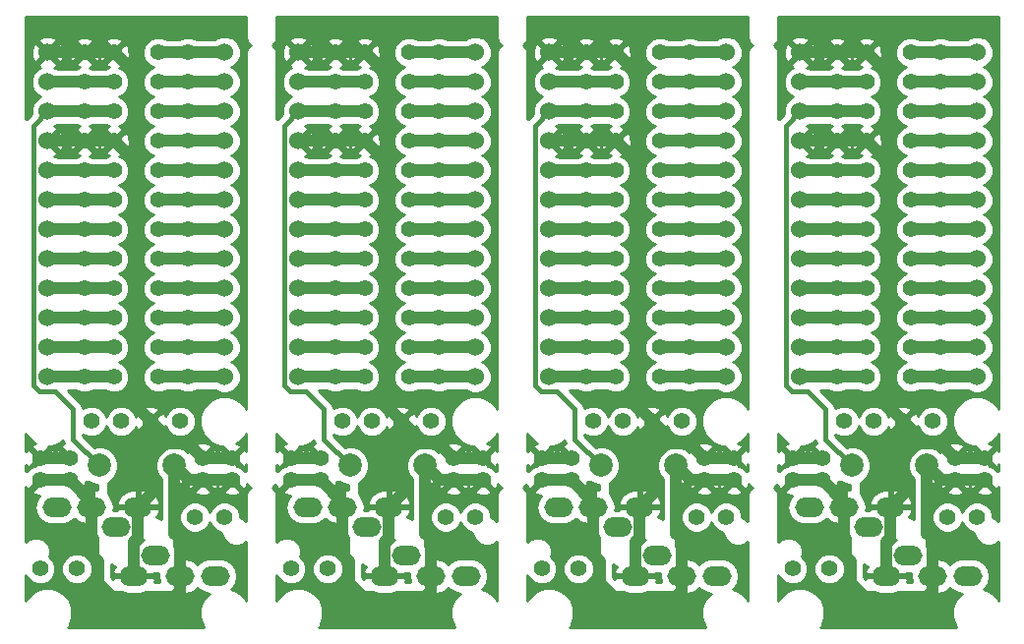
<source format=gbl>
G04 #@! TF.GenerationSoftware,KiCad,Pcbnew,5.0.0-fee4fd1~66~ubuntu18.04.1*
G04 #@! TF.CreationDate,2018-09-17T00:42:53+09:00*
G04 #@! TF.ProjectId,MxLEDBit,4D784C45444269742E6B696361645F70,1*
G04 #@! TF.SameCoordinates,Original*
G04 #@! TF.FileFunction,Copper,L2,Bot,Signal*
G04 #@! TF.FilePolarity,Positive*
%FSLAX46Y46*%
G04 Gerber Fmt 4.6, Leading zero omitted, Abs format (unit mm)*
G04 Created by KiCad (PCBNEW 5.0.0-fee4fd1~66~ubuntu18.04.1) date Mon Sep 17 00:42:53 2018*
%MOMM*%
%LPD*%
G01*
G04 APERTURE LIST*
G04 #@! TA.AperFunction,ComponentPad*
%ADD10C,2.000000*%
G04 #@! TD*
G04 #@! TA.AperFunction,ComponentPad*
%ADD11C,1.397000*%
G04 #@! TD*
G04 #@! TA.AperFunction,ComponentPad*
%ADD12O,2.500000X1.700000*%
G04 #@! TD*
G04 #@! TA.AperFunction,ComponentPad*
%ADD13C,1.524000*%
G04 #@! TD*
G04 #@! TA.AperFunction,Conductor*
%ADD14C,0.400000*%
G04 #@! TD*
G04 #@! TA.AperFunction,Conductor*
%ADD15C,1.000000*%
G04 #@! TD*
G04 #@! TA.AperFunction,Conductor*
%ADD16C,0.254000*%
G04 #@! TD*
G04 APERTURE END LIST*
D10*
G04 #@! TO.P,RESET1,1*
G04 #@! TO.N,RESET*
X97790000Y-84455000D03*
G04 #@! TO.P,RESET1,2*
G04 #@! TO.N,GND*
X104290000Y-84455000D03*
G04 #@! TD*
G04 #@! TO.P,RESET1,1*
G04 #@! TO.N,RESET*
X119380000Y-84455000D03*
G04 #@! TO.P,RESET1,2*
G04 #@! TO.N,GND*
X125880000Y-84455000D03*
G04 #@! TD*
G04 #@! TO.P,RESET1,1*
G04 #@! TO.N,RESET*
X140970000Y-84455000D03*
G04 #@! TO.P,RESET1,2*
G04 #@! TO.N,GND*
X147470000Y-84455000D03*
G04 #@! TD*
D11*
G04 #@! TO.P,P2,VCC*
G04 #@! TO.N,VCC*
X96520000Y-48895000D03*
G04 #@! TD*
G04 #@! TO.P,P2,VCC*
G04 #@! TO.N,VCC*
X118110000Y-48895000D03*
G04 #@! TD*
G04 #@! TO.P,P2,VCC*
G04 #@! TO.N,VCC*
X139700000Y-48895000D03*
G04 #@! TD*
G04 #@! TO.P,P2,GND*
G04 #@! TO.N,GND*
X96520000Y-51435000D03*
G04 #@! TD*
G04 #@! TO.P,P2,GND*
G04 #@! TO.N,GND*
X118110000Y-51435000D03*
G04 #@! TD*
G04 #@! TO.P,P2,GND*
G04 #@! TO.N,GND*
X139700000Y-51435000D03*
G04 #@! TD*
G04 #@! TO.P,P2,RESE*
G04 #@! TO.N,RESET*
X96520000Y-53975000D03*
G04 #@! TD*
G04 #@! TO.P,P2,RESE*
G04 #@! TO.N,RESET*
X118110000Y-53975000D03*
G04 #@! TD*
G04 #@! TO.P,P2,RESE*
G04 #@! TO.N,RESET*
X139700000Y-53975000D03*
G04 #@! TD*
G04 #@! TO.P,P2,VCC*
G04 #@! TO.N,VCC*
X96520000Y-56515000D03*
G04 #@! TD*
G04 #@! TO.P,P2,VCC*
G04 #@! TO.N,VCC*
X118110000Y-56515000D03*
G04 #@! TD*
G04 #@! TO.P,P2,VCC*
G04 #@! TO.N,VCC*
X139700000Y-56515000D03*
G04 #@! TD*
G04 #@! TO.P,P2,20*
G04 #@! TO.N,Net-(PM21-Pad1)*
X96520000Y-59055000D03*
G04 #@! TD*
G04 #@! TO.P,P2,20*
G04 #@! TO.N,Net-(PM21-Pad1)*
X118110000Y-59055000D03*
G04 #@! TD*
G04 #@! TO.P,P2,20*
G04 #@! TO.N,Net-(PM21-Pad1)*
X139700000Y-59055000D03*
G04 #@! TD*
G04 #@! TO.P,P2,GND*
G04 #@! TO.N,GND*
X105410000Y-56515000D03*
G04 #@! TD*
G04 #@! TO.P,P2,GND*
G04 #@! TO.N,GND*
X127000000Y-56515000D03*
G04 #@! TD*
G04 #@! TO.P,P2,GND*
G04 #@! TO.N,GND*
X148590000Y-56515000D03*
G04 #@! TD*
G04 #@! TO.P,P2,DATA*
G04 #@! TO.N,DATA*
X105410000Y-51435000D03*
G04 #@! TD*
G04 #@! TO.P,P2,DATA*
G04 #@! TO.N,DATA*
X127000000Y-51435000D03*
G04 #@! TD*
G04 #@! TO.P,P2,DATA*
G04 #@! TO.N,DATA*
X148590000Y-51435000D03*
G04 #@! TD*
G04 #@! TO.P,P2,GND*
G04 #@! TO.N,GND*
X105410000Y-53975000D03*
G04 #@! TD*
G04 #@! TO.P,P2,GND*
G04 #@! TO.N,GND*
X127000000Y-53975000D03*
G04 #@! TD*
G04 #@! TO.P,P2,GND*
G04 #@! TO.N,GND*
X148590000Y-53975000D03*
G04 #@! TD*
G04 #@! TO.P,P2,SDA*
G04 #@! TO.N,SDA*
X105410000Y-59055000D03*
G04 #@! TD*
G04 #@! TO.P,P2,SDA*
G04 #@! TO.N,SDA*
X127000000Y-59055000D03*
G04 #@! TD*
G04 #@! TO.P,P2,SDA*
G04 #@! TO.N,SDA*
X148590000Y-59055000D03*
G04 #@! TD*
G04 #@! TO.P,P2,PLED*
G04 #@! TO.N,Net-(PLED1-Pad1)*
X105410000Y-48895000D03*
G04 #@! TD*
G04 #@! TO.P,P2,PLED*
G04 #@! TO.N,Net-(PLED1-Pad1)*
X127000000Y-48895000D03*
G04 #@! TD*
G04 #@! TO.P,P2,PLED*
G04 #@! TO.N,Net-(PLED1-Pad1)*
X148590000Y-48895000D03*
G04 #@! TD*
G04 #@! TO.P,P2,SCL*
G04 #@! TO.N,SCL*
X105410000Y-61595000D03*
G04 #@! TD*
G04 #@! TO.P,P2,SCL*
G04 #@! TO.N,SCL*
X127000000Y-61595000D03*
G04 #@! TD*
G04 #@! TO.P,P2,SCL*
G04 #@! TO.N,SCL*
X148590000Y-61595000D03*
G04 #@! TD*
G04 #@! TO.P,P2,GND*
G04 #@! TO.N,GND*
X99060000Y-51435000D03*
G04 #@! TD*
G04 #@! TO.P,P2,GND*
G04 #@! TO.N,GND*
X120650000Y-51435000D03*
G04 #@! TD*
G04 #@! TO.P,P2,GND*
G04 #@! TO.N,GND*
X142240000Y-51435000D03*
G04 #@! TD*
G04 #@! TO.P,P2,VCC*
G04 #@! TO.N,VCC*
X99060000Y-56515000D03*
G04 #@! TD*
G04 #@! TO.P,P2,VCC*
G04 #@! TO.N,VCC*
X120650000Y-56515000D03*
G04 #@! TD*
G04 #@! TO.P,P2,VCC*
G04 #@! TO.N,VCC*
X142240000Y-56515000D03*
G04 #@! TD*
G04 #@! TO.P,P2,RESE*
G04 #@! TO.N,RESET*
X99060000Y-53975000D03*
G04 #@! TD*
G04 #@! TO.P,P2,RESE*
G04 #@! TO.N,RESET*
X120650000Y-53975000D03*
G04 #@! TD*
G04 #@! TO.P,P2,RESE*
G04 #@! TO.N,RESET*
X142240000Y-53975000D03*
G04 #@! TD*
G04 #@! TO.P,P2,VCC*
G04 #@! TO.N,VCC*
X99060000Y-48895000D03*
G04 #@! TD*
G04 #@! TO.P,P2,VCC*
G04 #@! TO.N,VCC*
X120650000Y-48895000D03*
G04 #@! TD*
G04 #@! TO.P,P2,VCC*
G04 #@! TO.N,VCC*
X142240000Y-48895000D03*
G04 #@! TD*
G04 #@! TO.P,P2,20*
G04 #@! TO.N,Net-(PM21-Pad1)*
X99060000Y-59055000D03*
G04 #@! TD*
G04 #@! TO.P,P2,20*
G04 #@! TO.N,Net-(PM21-Pad1)*
X120650000Y-59055000D03*
G04 #@! TD*
G04 #@! TO.P,P2,20*
G04 #@! TO.N,Net-(PM21-Pad1)*
X142240000Y-59055000D03*
G04 #@! TD*
G04 #@! TO.P,DT,DATA*
G04 #@! TO.N,DATA*
X102870000Y-51435000D03*
G04 #@! TD*
G04 #@! TO.P,DT,DATA*
G04 #@! TO.N,DATA*
X124460000Y-51435000D03*
G04 #@! TD*
G04 #@! TO.P,DT,DATA*
G04 #@! TO.N,DATA*
X146050000Y-51435000D03*
G04 #@! TD*
G04 #@! TO.P,P2,GND*
G04 #@! TO.N,GND*
X102870000Y-56515000D03*
G04 #@! TD*
G04 #@! TO.P,P2,GND*
G04 #@! TO.N,GND*
X124460000Y-56515000D03*
G04 #@! TD*
G04 #@! TO.P,P2,GND*
G04 #@! TO.N,GND*
X146050000Y-56515000D03*
G04 #@! TD*
G04 #@! TO.P,P2,GND*
G04 #@! TO.N,GND*
X102870000Y-53975000D03*
G04 #@! TD*
G04 #@! TO.P,P2,GND*
G04 #@! TO.N,GND*
X124460000Y-53975000D03*
G04 #@! TD*
G04 #@! TO.P,P2,GND*
G04 #@! TO.N,GND*
X146050000Y-53975000D03*
G04 #@! TD*
G04 #@! TO.P,P2,PLED*
G04 #@! TO.N,Net-(PLED1-Pad1)*
X102870000Y-48895000D03*
G04 #@! TD*
G04 #@! TO.P,P2,PLED*
G04 #@! TO.N,Net-(PLED1-Pad1)*
X124460000Y-48895000D03*
G04 #@! TD*
G04 #@! TO.P,P2,PLED*
G04 #@! TO.N,Net-(PLED1-Pad1)*
X146050000Y-48895000D03*
G04 #@! TD*
G04 #@! TO.P,P2,SCL*
G04 #@! TO.N,SCL*
X102870000Y-61595000D03*
G04 #@! TD*
G04 #@! TO.P,P2,SCL*
G04 #@! TO.N,SCL*
X124460000Y-61595000D03*
G04 #@! TD*
G04 #@! TO.P,P2,SCL*
G04 #@! TO.N,SCL*
X146050000Y-61595000D03*
G04 #@! TD*
D12*
G04 #@! TO.P,JACK,B*
G04 #@! TO.N,DATA*
X94155000Y-88030000D03*
G04 #@! TO.P,JACK,C*
G04 #@! TO.N,GND*
X97155000Y-88030000D03*
G04 #@! TO.P,JACK,D*
G04 #@! TO.N,VCC*
X101155000Y-88030000D03*
G04 #@! TO.P,JACK,A*
G04 #@! TO.N,N/C*
X102655000Y-92230000D03*
G04 #@! TD*
G04 #@! TO.P,JACK,B*
G04 #@! TO.N,DATA*
X115745000Y-88030000D03*
G04 #@! TO.P,JACK,C*
G04 #@! TO.N,GND*
X118745000Y-88030000D03*
G04 #@! TO.P,JACK,D*
G04 #@! TO.N,VCC*
X122745000Y-88030000D03*
G04 #@! TO.P,JACK,A*
G04 #@! TO.N,N/C*
X124245000Y-92230000D03*
G04 #@! TD*
G04 #@! TO.P,JACK,B*
G04 #@! TO.N,DATA*
X137335000Y-88030000D03*
G04 #@! TO.P,JACK,C*
G04 #@! TO.N,GND*
X140335000Y-88030000D03*
G04 #@! TO.P,JACK,D*
G04 #@! TO.N,VCC*
X144335000Y-88030000D03*
G04 #@! TO.P,JACK,A*
G04 #@! TO.N,N/C*
X145835000Y-92230000D03*
G04 #@! TD*
G04 #@! TO.P,JACK,B*
G04 #@! TO.N,DATA*
X107775000Y-93980000D03*
G04 #@! TO.P,JACK,C*
G04 #@! TO.N,GND*
X104775000Y-93980000D03*
G04 #@! TO.P,JACK,D*
G04 #@! TO.N,VCC*
X100775000Y-93980000D03*
G04 #@! TO.P,JACK,A*
G04 #@! TO.N,N/C*
X99275000Y-89780000D03*
G04 #@! TD*
G04 #@! TO.P,JACK,B*
G04 #@! TO.N,DATA*
X129365000Y-93980000D03*
G04 #@! TO.P,JACK,C*
G04 #@! TO.N,GND*
X126365000Y-93980000D03*
G04 #@! TO.P,JACK,D*
G04 #@! TO.N,VCC*
X122365000Y-93980000D03*
G04 #@! TO.P,JACK,A*
G04 #@! TO.N,N/C*
X120865000Y-89780000D03*
G04 #@! TD*
G04 #@! TO.P,JACK,B*
G04 #@! TO.N,DATA*
X150955000Y-93980000D03*
G04 #@! TO.P,JACK,C*
G04 #@! TO.N,GND*
X147955000Y-93980000D03*
G04 #@! TO.P,JACK,D*
G04 #@! TO.N,VCC*
X143955000Y-93980000D03*
G04 #@! TO.P,JACK,A*
G04 #@! TO.N,N/C*
X142455000Y-89780000D03*
G04 #@! TD*
D11*
G04 #@! TO.P,P2,SDA*
G04 #@! TO.N,SDA*
X102870000Y-59055000D03*
G04 #@! TD*
G04 #@! TO.P,P2,SDA*
G04 #@! TO.N,SDA*
X124460000Y-59055000D03*
G04 #@! TD*
G04 #@! TO.P,P2,SDA*
G04 #@! TO.N,SDA*
X146050000Y-59055000D03*
G04 #@! TD*
G04 #@! TO.P,DATA,D*
G04 #@! TO.N,DATA*
X92710000Y-93345000D03*
G04 #@! TD*
G04 #@! TO.P,DATA,D*
G04 #@! TO.N,DATA*
X114300000Y-93345000D03*
G04 #@! TD*
G04 #@! TO.P,DATA,D*
G04 #@! TO.N,DATA*
X135890000Y-93345000D03*
G04 #@! TD*
G04 #@! TO.P,A,A*
G04 #@! TO.N,N/C*
X95885000Y-93345000D03*
G04 #@! TD*
G04 #@! TO.P,A,A*
G04 #@! TO.N,N/C*
X117475000Y-93345000D03*
G04 #@! TD*
G04 #@! TO.P,A,A*
G04 #@! TO.N,N/C*
X139065000Y-93345000D03*
G04 #@! TD*
G04 #@! TO.P,A,A*
G04 #@! TO.N,N/C*
X106045000Y-88900000D03*
G04 #@! TD*
G04 #@! TO.P,A,A*
G04 #@! TO.N,N/C*
X127635000Y-88900000D03*
G04 #@! TD*
G04 #@! TO.P,A,A*
G04 #@! TO.N,N/C*
X149225000Y-88900000D03*
G04 #@! TD*
G04 #@! TO.P,DATA,D*
G04 #@! TO.N,DATA*
X108585000Y-88900000D03*
G04 #@! TD*
G04 #@! TO.P,DATA,D*
G04 #@! TO.N,DATA*
X130175000Y-88900000D03*
G04 #@! TD*
G04 #@! TO.P,DATA,D*
G04 #@! TO.N,DATA*
X151765000Y-88900000D03*
G04 #@! TD*
D13*
G04 #@! TO.P,U2,24*
G04 #@! TO.N,VCC*
X93345000Y-48895000D03*
G04 #@! TO.P,U2,23*
G04 #@! TO.N,GND*
X93345000Y-51435000D03*
G04 #@! TO.P,U2,22*
G04 #@! TO.N,RESET*
X93345000Y-53975000D03*
G04 #@! TO.P,U2,21*
G04 #@! TO.N,VCC*
X93345000Y-56515000D03*
G04 #@! TO.P,U2,20*
G04 #@! TO.N,Net-(PM21-Pad1)*
X93345000Y-59055000D03*
G04 #@! TO.P,U2,19*
G04 #@! TO.N,Net-(PM20-Pad1)*
X93345000Y-61595000D03*
G04 #@! TO.P,U2,18*
G04 #@! TO.N,Net-(PM19-Pad1)*
X93345000Y-64135000D03*
G04 #@! TO.P,U2,17*
G04 #@! TO.N,Net-(PM18-Pad1)*
X93345000Y-66675000D03*
G04 #@! TO.P,U2,16*
G04 #@! TO.N,Net-(PM15-Pad1)*
X93345000Y-69215000D03*
G04 #@! TO.P,U2,15*
G04 #@! TO.N,Net-(PM14-Pad1)*
X93345000Y-71755000D03*
G04 #@! TO.P,U2,14*
G04 #@! TO.N,Net-(PM16-Pad1)*
X93345000Y-74295000D03*
G04 #@! TO.P,U2,13*
G04 #@! TO.N,Net-(PM10-Pad1)*
X93345000Y-76835000D03*
G04 #@! TO.P,U2,12*
G04 #@! TO.N,Net-(PM9-Pad1)*
X108585000Y-76835000D03*
G04 #@! TO.P,U2,11*
G04 #@! TO.N,Net-(PM8-Pad1)*
X108585000Y-74295000D03*
G04 #@! TO.P,U2,10*
G04 #@! TO.N,Net-(PM7-Pad1)*
X108585000Y-71755000D03*
G04 #@! TO.P,U2,9*
G04 #@! TO.N,Net-(PM6-Pad1)*
X108585000Y-69215000D03*
G04 #@! TO.P,U2,8*
G04 #@! TO.N,Net-(PM5-Pad1)*
X108585000Y-66675000D03*
G04 #@! TO.P,U2,7*
G04 #@! TO.N,Net-(PM4-Pad1)*
X108585000Y-64135000D03*
G04 #@! TO.P,U2,6*
G04 #@! TO.N,SCL*
X108585000Y-61595000D03*
G04 #@! TO.P,U2,5*
G04 #@! TO.N,SDA*
X108585000Y-59055000D03*
G04 #@! TO.P,U2,4*
G04 #@! TO.N,GND*
X108585000Y-56515000D03*
G04 #@! TO.P,U2,3*
X108585000Y-53975000D03*
G04 #@! TO.P,U2,2*
G04 #@! TO.N,DATA*
X108585000Y-51435000D03*
G04 #@! TO.P,U2,1*
G04 #@! TO.N,Net-(PLED1-Pad1)*
X108585000Y-48895000D03*
G04 #@! TD*
G04 #@! TO.P,U2,24*
G04 #@! TO.N,VCC*
X114935000Y-48895000D03*
G04 #@! TO.P,U2,23*
G04 #@! TO.N,GND*
X114935000Y-51435000D03*
G04 #@! TO.P,U2,22*
G04 #@! TO.N,RESET*
X114935000Y-53975000D03*
G04 #@! TO.P,U2,21*
G04 #@! TO.N,VCC*
X114935000Y-56515000D03*
G04 #@! TO.P,U2,20*
G04 #@! TO.N,Net-(PM21-Pad1)*
X114935000Y-59055000D03*
G04 #@! TO.P,U2,19*
G04 #@! TO.N,Net-(PM20-Pad1)*
X114935000Y-61595000D03*
G04 #@! TO.P,U2,18*
G04 #@! TO.N,Net-(PM19-Pad1)*
X114935000Y-64135000D03*
G04 #@! TO.P,U2,17*
G04 #@! TO.N,Net-(PM18-Pad1)*
X114935000Y-66675000D03*
G04 #@! TO.P,U2,16*
G04 #@! TO.N,Net-(PM15-Pad1)*
X114935000Y-69215000D03*
G04 #@! TO.P,U2,15*
G04 #@! TO.N,Net-(PM14-Pad1)*
X114935000Y-71755000D03*
G04 #@! TO.P,U2,14*
G04 #@! TO.N,Net-(PM16-Pad1)*
X114935000Y-74295000D03*
G04 #@! TO.P,U2,13*
G04 #@! TO.N,Net-(PM10-Pad1)*
X114935000Y-76835000D03*
G04 #@! TO.P,U2,12*
G04 #@! TO.N,Net-(PM9-Pad1)*
X130175000Y-76835000D03*
G04 #@! TO.P,U2,11*
G04 #@! TO.N,Net-(PM8-Pad1)*
X130175000Y-74295000D03*
G04 #@! TO.P,U2,10*
G04 #@! TO.N,Net-(PM7-Pad1)*
X130175000Y-71755000D03*
G04 #@! TO.P,U2,9*
G04 #@! TO.N,Net-(PM6-Pad1)*
X130175000Y-69215000D03*
G04 #@! TO.P,U2,8*
G04 #@! TO.N,Net-(PM5-Pad1)*
X130175000Y-66675000D03*
G04 #@! TO.P,U2,7*
G04 #@! TO.N,Net-(PM4-Pad1)*
X130175000Y-64135000D03*
G04 #@! TO.P,U2,6*
G04 #@! TO.N,SCL*
X130175000Y-61595000D03*
G04 #@! TO.P,U2,5*
G04 #@! TO.N,SDA*
X130175000Y-59055000D03*
G04 #@! TO.P,U2,4*
G04 #@! TO.N,GND*
X130175000Y-56515000D03*
G04 #@! TO.P,U2,3*
X130175000Y-53975000D03*
G04 #@! TO.P,U2,2*
G04 #@! TO.N,DATA*
X130175000Y-51435000D03*
G04 #@! TO.P,U2,1*
G04 #@! TO.N,Net-(PLED1-Pad1)*
X130175000Y-48895000D03*
G04 #@! TD*
G04 #@! TO.P,U2,24*
G04 #@! TO.N,VCC*
X136525000Y-48895000D03*
G04 #@! TO.P,U2,23*
G04 #@! TO.N,GND*
X136525000Y-51435000D03*
G04 #@! TO.P,U2,22*
G04 #@! TO.N,RESET*
X136525000Y-53975000D03*
G04 #@! TO.P,U2,21*
G04 #@! TO.N,VCC*
X136525000Y-56515000D03*
G04 #@! TO.P,U2,20*
G04 #@! TO.N,Net-(PM21-Pad1)*
X136525000Y-59055000D03*
G04 #@! TO.P,U2,19*
G04 #@! TO.N,Net-(PM20-Pad1)*
X136525000Y-61595000D03*
G04 #@! TO.P,U2,18*
G04 #@! TO.N,Net-(PM19-Pad1)*
X136525000Y-64135000D03*
G04 #@! TO.P,U2,17*
G04 #@! TO.N,Net-(PM18-Pad1)*
X136525000Y-66675000D03*
G04 #@! TO.P,U2,16*
G04 #@! TO.N,Net-(PM15-Pad1)*
X136525000Y-69215000D03*
G04 #@! TO.P,U2,15*
G04 #@! TO.N,Net-(PM14-Pad1)*
X136525000Y-71755000D03*
G04 #@! TO.P,U2,14*
G04 #@! TO.N,Net-(PM16-Pad1)*
X136525000Y-74295000D03*
G04 #@! TO.P,U2,13*
G04 #@! TO.N,Net-(PM10-Pad1)*
X136525000Y-76835000D03*
G04 #@! TO.P,U2,12*
G04 #@! TO.N,Net-(PM9-Pad1)*
X151765000Y-76835000D03*
G04 #@! TO.P,U2,11*
G04 #@! TO.N,Net-(PM8-Pad1)*
X151765000Y-74295000D03*
G04 #@! TO.P,U2,10*
G04 #@! TO.N,Net-(PM7-Pad1)*
X151765000Y-71755000D03*
G04 #@! TO.P,U2,9*
G04 #@! TO.N,Net-(PM6-Pad1)*
X151765000Y-69215000D03*
G04 #@! TO.P,U2,8*
G04 #@! TO.N,Net-(PM5-Pad1)*
X151765000Y-66675000D03*
G04 #@! TO.P,U2,7*
G04 #@! TO.N,Net-(PM4-Pad1)*
X151765000Y-64135000D03*
G04 #@! TO.P,U2,6*
G04 #@! TO.N,SCL*
X151765000Y-61595000D03*
G04 #@! TO.P,U2,5*
G04 #@! TO.N,SDA*
X151765000Y-59055000D03*
G04 #@! TO.P,U2,4*
G04 #@! TO.N,GND*
X151765000Y-56515000D03*
G04 #@! TO.P,U2,3*
X151765000Y-53975000D03*
G04 #@! TO.P,U2,2*
G04 #@! TO.N,DATA*
X151765000Y-51435000D03*
G04 #@! TO.P,U2,1*
G04 #@! TO.N,Net-(PLED1-Pad1)*
X151765000Y-48895000D03*
G04 #@! TD*
D11*
G04 #@! TO.P,P2,19*
G04 #@! TO.N,Net-(PM20-Pad1)*
X96520000Y-61595000D03*
G04 #@! TD*
G04 #@! TO.P,P2,19*
G04 #@! TO.N,Net-(PM20-Pad1)*
X118110000Y-61595000D03*
G04 #@! TD*
G04 #@! TO.P,P2,19*
G04 #@! TO.N,Net-(PM20-Pad1)*
X139700000Y-61595000D03*
G04 #@! TD*
G04 #@! TO.P,P2,18*
G04 #@! TO.N,Net-(PM19-Pad1)*
X96520000Y-64135000D03*
G04 #@! TD*
G04 #@! TO.P,P2,18*
G04 #@! TO.N,Net-(PM19-Pad1)*
X118110000Y-64135000D03*
G04 #@! TD*
G04 #@! TO.P,P2,18*
G04 #@! TO.N,Net-(PM19-Pad1)*
X139700000Y-64135000D03*
G04 #@! TD*
G04 #@! TO.P,P2,17*
G04 #@! TO.N,Net-(PM18-Pad1)*
X96520000Y-66675000D03*
G04 #@! TD*
G04 #@! TO.P,P2,17*
G04 #@! TO.N,Net-(PM18-Pad1)*
X118110000Y-66675000D03*
G04 #@! TD*
G04 #@! TO.P,P2,17*
G04 #@! TO.N,Net-(PM18-Pad1)*
X139700000Y-66675000D03*
G04 #@! TD*
G04 #@! TO.P,P2,16*
G04 #@! TO.N,Net-(PM15-Pad1)*
X96520000Y-69215000D03*
G04 #@! TD*
G04 #@! TO.P,P2,16*
G04 #@! TO.N,Net-(PM15-Pad1)*
X118110000Y-69215000D03*
G04 #@! TD*
G04 #@! TO.P,P2,16*
G04 #@! TO.N,Net-(PM15-Pad1)*
X139700000Y-69215000D03*
G04 #@! TD*
G04 #@! TO.P,P2,13*
G04 #@! TO.N,Net-(PM10-Pad1)*
X96520000Y-76835000D03*
G04 #@! TD*
G04 #@! TO.P,P2,13*
G04 #@! TO.N,Net-(PM10-Pad1)*
X118110000Y-76835000D03*
G04 #@! TD*
G04 #@! TO.P,P2,13*
G04 #@! TO.N,Net-(PM10-Pad1)*
X139700000Y-76835000D03*
G04 #@! TD*
G04 #@! TO.P,P2,15*
G04 #@! TO.N,Net-(PM14-Pad1)*
X96520000Y-71755000D03*
G04 #@! TD*
G04 #@! TO.P,P2,15*
G04 #@! TO.N,Net-(PM14-Pad1)*
X118110000Y-71755000D03*
G04 #@! TD*
G04 #@! TO.P,P2,15*
G04 #@! TO.N,Net-(PM14-Pad1)*
X139700000Y-71755000D03*
G04 #@! TD*
G04 #@! TO.P,P2,14*
G04 #@! TO.N,Net-(PM16-Pad1)*
X96520000Y-74295000D03*
G04 #@! TD*
G04 #@! TO.P,P2,14*
G04 #@! TO.N,Net-(PM16-Pad1)*
X118110000Y-74295000D03*
G04 #@! TD*
G04 #@! TO.P,P2,14*
G04 #@! TO.N,Net-(PM16-Pad1)*
X139700000Y-74295000D03*
G04 #@! TD*
G04 #@! TO.P,P2,12*
G04 #@! TO.N,Net-(PM9-Pad1)*
X105410000Y-76835000D03*
G04 #@! TD*
G04 #@! TO.P,P2,12*
G04 #@! TO.N,Net-(PM9-Pad1)*
X127000000Y-76835000D03*
G04 #@! TD*
G04 #@! TO.P,P2,12*
G04 #@! TO.N,Net-(PM9-Pad1)*
X148590000Y-76835000D03*
G04 #@! TD*
G04 #@! TO.P,P2,11*
G04 #@! TO.N,Net-(PM8-Pad1)*
X105410000Y-74295000D03*
G04 #@! TD*
G04 #@! TO.P,P2,11*
G04 #@! TO.N,Net-(PM8-Pad1)*
X127000000Y-74295000D03*
G04 #@! TD*
G04 #@! TO.P,P2,11*
G04 #@! TO.N,Net-(PM8-Pad1)*
X148590000Y-74295000D03*
G04 #@! TD*
G04 #@! TO.P,P2,10*
G04 #@! TO.N,Net-(PM7-Pad1)*
X105410000Y-71755000D03*
G04 #@! TD*
G04 #@! TO.P,P2,10*
G04 #@! TO.N,Net-(PM7-Pad1)*
X127000000Y-71755000D03*
G04 #@! TD*
G04 #@! TO.P,P2,10*
G04 #@! TO.N,Net-(PM7-Pad1)*
X148590000Y-71755000D03*
G04 #@! TD*
G04 #@! TO.P,P2,7*
G04 #@! TO.N,Net-(PM4-Pad1)*
X105410000Y-64135000D03*
G04 #@! TD*
G04 #@! TO.P,P2,7*
G04 #@! TO.N,Net-(PM4-Pad1)*
X127000000Y-64135000D03*
G04 #@! TD*
G04 #@! TO.P,P2,7*
G04 #@! TO.N,Net-(PM4-Pad1)*
X148590000Y-64135000D03*
G04 #@! TD*
G04 #@! TO.P,P2,9*
G04 #@! TO.N,Net-(PM6-Pad1)*
X105410000Y-69215000D03*
G04 #@! TD*
G04 #@! TO.P,P2,9*
G04 #@! TO.N,Net-(PM6-Pad1)*
X127000000Y-69215000D03*
G04 #@! TD*
G04 #@! TO.P,P2,9*
G04 #@! TO.N,Net-(PM6-Pad1)*
X148590000Y-69215000D03*
G04 #@! TD*
G04 #@! TO.P,P2,8*
G04 #@! TO.N,Net-(PM5-Pad1)*
X105410000Y-66675000D03*
G04 #@! TD*
G04 #@! TO.P,P2,8*
G04 #@! TO.N,Net-(PM5-Pad1)*
X127000000Y-66675000D03*
G04 #@! TD*
G04 #@! TO.P,P2,8*
G04 #@! TO.N,Net-(PM5-Pad1)*
X148590000Y-66675000D03*
G04 #@! TD*
G04 #@! TO.P,OLED,1*
G04 #@! TO.N,GND*
X104775000Y-80645000D03*
G04 #@! TO.P,OLED,2*
G04 #@! TO.N,VCC*
X102235000Y-80645000D03*
G04 #@! TO.P,OLED,3*
G04 #@! TO.N,SCL*
X99695000Y-80645000D03*
G04 #@! TO.P,OLED,4*
G04 #@! TO.N,SDA*
X97155000Y-80645000D03*
G04 #@! TD*
G04 #@! TO.P,OLED,1*
G04 #@! TO.N,GND*
X126365000Y-80645000D03*
G04 #@! TO.P,OLED,2*
G04 #@! TO.N,VCC*
X123825000Y-80645000D03*
G04 #@! TO.P,OLED,3*
G04 #@! TO.N,SCL*
X121285000Y-80645000D03*
G04 #@! TO.P,OLED,4*
G04 #@! TO.N,SDA*
X118745000Y-80645000D03*
G04 #@! TD*
G04 #@! TO.P,OLED,1*
G04 #@! TO.N,GND*
X147955000Y-80645000D03*
G04 #@! TO.P,OLED,2*
G04 #@! TO.N,VCC*
X145415000Y-80645000D03*
G04 #@! TO.P,OLED,3*
G04 #@! TO.N,SCL*
X142875000Y-80645000D03*
G04 #@! TO.P,OLED,4*
G04 #@! TO.N,SDA*
X140335000Y-80645000D03*
G04 #@! TD*
G04 #@! TO.P,P2,1*
G04 #@! TO.N,VCC*
X95250000Y-83820000D03*
G04 #@! TD*
G04 #@! TO.P,P2,1*
G04 #@! TO.N,VCC*
X116840000Y-83820000D03*
G04 #@! TD*
G04 #@! TO.P,P2,1*
G04 #@! TO.N,VCC*
X138430000Y-83820000D03*
G04 #@! TD*
G04 #@! TO.P,P2,1*
G04 #@! TO.N,VCC*
X92710000Y-83820000D03*
G04 #@! TD*
G04 #@! TO.P,P2,1*
G04 #@! TO.N,VCC*
X114300000Y-83820000D03*
G04 #@! TD*
G04 #@! TO.P,P2,1*
G04 #@! TO.N,VCC*
X135890000Y-83820000D03*
G04 #@! TD*
G04 #@! TO.P,P2,1*
G04 #@! TO.N,GND*
X95250000Y-85725000D03*
G04 #@! TD*
G04 #@! TO.P,P2,1*
G04 #@! TO.N,GND*
X116840000Y-85725000D03*
G04 #@! TD*
G04 #@! TO.P,P2,1*
G04 #@! TO.N,GND*
X138430000Y-85725000D03*
G04 #@! TD*
G04 #@! TO.P,P2,1*
G04 #@! TO.N,GND*
X92710000Y-85725000D03*
G04 #@! TD*
G04 #@! TO.P,P2,1*
G04 #@! TO.N,GND*
X114300000Y-85725000D03*
G04 #@! TD*
G04 #@! TO.P,P2,1*
G04 #@! TO.N,GND*
X135890000Y-85725000D03*
G04 #@! TD*
G04 #@! TO.P,P2,1*
G04 #@! TO.N,VCC*
X109220000Y-83820000D03*
G04 #@! TD*
G04 #@! TO.P,P2,1*
G04 #@! TO.N,VCC*
X130810000Y-83820000D03*
G04 #@! TD*
G04 #@! TO.P,P2,1*
G04 #@! TO.N,VCC*
X152400000Y-83820000D03*
G04 #@! TD*
G04 #@! TO.P,P2,1*
G04 #@! TO.N,VCC*
X106680000Y-83820000D03*
G04 #@! TD*
G04 #@! TO.P,P2,1*
G04 #@! TO.N,VCC*
X128270000Y-83820000D03*
G04 #@! TD*
G04 #@! TO.P,P2,1*
G04 #@! TO.N,VCC*
X149860000Y-83820000D03*
G04 #@! TD*
G04 #@! TO.P,P2,1*
G04 #@! TO.N,GND*
X106680000Y-85725000D03*
G04 #@! TD*
G04 #@! TO.P,P2,1*
G04 #@! TO.N,GND*
X128270000Y-85725000D03*
G04 #@! TD*
G04 #@! TO.P,P2,1*
G04 #@! TO.N,GND*
X149860000Y-85725000D03*
G04 #@! TD*
G04 #@! TO.P,P2,1*
G04 #@! TO.N,GND*
X109220000Y-85725000D03*
G04 #@! TD*
G04 #@! TO.P,P2,1*
G04 #@! TO.N,GND*
X130810000Y-85725000D03*
G04 #@! TD*
G04 #@! TO.P,P2,1*
G04 #@! TO.N,GND*
X152400000Y-85725000D03*
G04 #@! TD*
G04 #@! TO.P,P2,19*
G04 #@! TO.N,Net-(PM20-Pad1)*
X99060000Y-61595000D03*
G04 #@! TD*
G04 #@! TO.P,P2,19*
G04 #@! TO.N,Net-(PM20-Pad1)*
X120650000Y-61595000D03*
G04 #@! TD*
G04 #@! TO.P,P2,19*
G04 #@! TO.N,Net-(PM20-Pad1)*
X142240000Y-61595000D03*
G04 #@! TD*
G04 #@! TO.P,P2,14*
G04 #@! TO.N,Net-(PM16-Pad1)*
X99060000Y-74295000D03*
G04 #@! TD*
G04 #@! TO.P,P2,14*
G04 #@! TO.N,Net-(PM16-Pad1)*
X120650000Y-74295000D03*
G04 #@! TD*
G04 #@! TO.P,P2,14*
G04 #@! TO.N,Net-(PM16-Pad1)*
X142240000Y-74295000D03*
G04 #@! TD*
G04 #@! TO.P,P2,15*
G04 #@! TO.N,Net-(PM14-Pad1)*
X99060000Y-71755000D03*
G04 #@! TD*
G04 #@! TO.P,P2,15*
G04 #@! TO.N,Net-(PM14-Pad1)*
X120650000Y-71755000D03*
G04 #@! TD*
G04 #@! TO.P,P2,15*
G04 #@! TO.N,Net-(PM14-Pad1)*
X142240000Y-71755000D03*
G04 #@! TD*
G04 #@! TO.P,P2,13*
G04 #@! TO.N,Net-(PM10-Pad1)*
X99060000Y-76835000D03*
G04 #@! TD*
G04 #@! TO.P,P2,13*
G04 #@! TO.N,Net-(PM10-Pad1)*
X120650000Y-76835000D03*
G04 #@! TD*
G04 #@! TO.P,P2,13*
G04 #@! TO.N,Net-(PM10-Pad1)*
X142240000Y-76835000D03*
G04 #@! TD*
G04 #@! TO.P,P2,16*
G04 #@! TO.N,Net-(PM15-Pad1)*
X99060000Y-69215000D03*
G04 #@! TD*
G04 #@! TO.P,P2,16*
G04 #@! TO.N,Net-(PM15-Pad1)*
X120650000Y-69215000D03*
G04 #@! TD*
G04 #@! TO.P,P2,16*
G04 #@! TO.N,Net-(PM15-Pad1)*
X142240000Y-69215000D03*
G04 #@! TD*
G04 #@! TO.P,P2,17*
G04 #@! TO.N,Net-(PM18-Pad1)*
X99060000Y-66675000D03*
G04 #@! TD*
G04 #@! TO.P,P2,17*
G04 #@! TO.N,Net-(PM18-Pad1)*
X120650000Y-66675000D03*
G04 #@! TD*
G04 #@! TO.P,P2,17*
G04 #@! TO.N,Net-(PM18-Pad1)*
X142240000Y-66675000D03*
G04 #@! TD*
G04 #@! TO.P,P2,18*
G04 #@! TO.N,Net-(PM19-Pad1)*
X99060000Y-64135000D03*
G04 #@! TD*
G04 #@! TO.P,P2,18*
G04 #@! TO.N,Net-(PM19-Pad1)*
X120650000Y-64135000D03*
G04 #@! TD*
G04 #@! TO.P,P2,18*
G04 #@! TO.N,Net-(PM19-Pad1)*
X142240000Y-64135000D03*
G04 #@! TD*
G04 #@! TO.P,P2,8*
G04 #@! TO.N,Net-(PM5-Pad1)*
X102870000Y-66675000D03*
G04 #@! TD*
G04 #@! TO.P,P2,8*
G04 #@! TO.N,Net-(PM5-Pad1)*
X124460000Y-66675000D03*
G04 #@! TD*
G04 #@! TO.P,P2,8*
G04 #@! TO.N,Net-(PM5-Pad1)*
X146050000Y-66675000D03*
G04 #@! TD*
G04 #@! TO.P,P2,9*
G04 #@! TO.N,Net-(PM6-Pad1)*
X102870000Y-69215000D03*
G04 #@! TD*
G04 #@! TO.P,P2,9*
G04 #@! TO.N,Net-(PM6-Pad1)*
X124460000Y-69215000D03*
G04 #@! TD*
G04 #@! TO.P,P2,9*
G04 #@! TO.N,Net-(PM6-Pad1)*
X146050000Y-69215000D03*
G04 #@! TD*
G04 #@! TO.P,P2,7*
G04 #@! TO.N,Net-(PM4-Pad1)*
X102870000Y-64135000D03*
G04 #@! TD*
G04 #@! TO.P,P2,7*
G04 #@! TO.N,Net-(PM4-Pad1)*
X124460000Y-64135000D03*
G04 #@! TD*
G04 #@! TO.P,P2,7*
G04 #@! TO.N,Net-(PM4-Pad1)*
X146050000Y-64135000D03*
G04 #@! TD*
G04 #@! TO.P,P2,10*
G04 #@! TO.N,Net-(PM7-Pad1)*
X102870000Y-71755000D03*
G04 #@! TD*
G04 #@! TO.P,P2,10*
G04 #@! TO.N,Net-(PM7-Pad1)*
X124460000Y-71755000D03*
G04 #@! TD*
G04 #@! TO.P,P2,10*
G04 #@! TO.N,Net-(PM7-Pad1)*
X146050000Y-71755000D03*
G04 #@! TD*
G04 #@! TO.P,P2,11*
G04 #@! TO.N,Net-(PM8-Pad1)*
X102870000Y-74295000D03*
G04 #@! TD*
G04 #@! TO.P,P2,11*
G04 #@! TO.N,Net-(PM8-Pad1)*
X124460000Y-74295000D03*
G04 #@! TD*
G04 #@! TO.P,P2,11*
G04 #@! TO.N,Net-(PM8-Pad1)*
X146050000Y-74295000D03*
G04 #@! TD*
G04 #@! TO.P,P2,12*
G04 #@! TO.N,Net-(PM9-Pad1)*
X102870000Y-76835000D03*
G04 #@! TD*
G04 #@! TO.P,P2,12*
G04 #@! TO.N,Net-(PM9-Pad1)*
X124460000Y-76835000D03*
G04 #@! TD*
G04 #@! TO.P,P2,12*
G04 #@! TO.N,Net-(PM9-Pad1)*
X146050000Y-76835000D03*
G04 #@! TD*
D12*
G04 #@! TO.P,JACK,A*
G04 #@! TO.N,N/C*
X167425000Y-92230000D03*
G04 #@! TO.P,JACK,D*
G04 #@! TO.N,VCC*
X165925000Y-88030000D03*
G04 #@! TO.P,JACK,C*
G04 #@! TO.N,GND*
X161925000Y-88030000D03*
G04 #@! TO.P,JACK,B*
G04 #@! TO.N,DATA*
X158925000Y-88030000D03*
G04 #@! TD*
G04 #@! TO.P,JACK,A*
G04 #@! TO.N,N/C*
X164045000Y-89780000D03*
G04 #@! TO.P,JACK,D*
G04 #@! TO.N,VCC*
X165545000Y-93980000D03*
G04 #@! TO.P,JACK,C*
G04 #@! TO.N,GND*
X169545000Y-93980000D03*
G04 #@! TO.P,JACK,B*
G04 #@! TO.N,DATA*
X172545000Y-93980000D03*
G04 #@! TD*
D11*
G04 #@! TO.P,P2,12*
G04 #@! TO.N,Net-(PM9-Pad1)*
X167640000Y-76835000D03*
G04 #@! TD*
G04 #@! TO.P,P2,11*
G04 #@! TO.N,Net-(PM8-Pad1)*
X167640000Y-74295000D03*
G04 #@! TD*
G04 #@! TO.P,P2,10*
G04 #@! TO.N,Net-(PM7-Pad1)*
X167640000Y-71755000D03*
G04 #@! TD*
G04 #@! TO.P,P2,7*
G04 #@! TO.N,Net-(PM4-Pad1)*
X167640000Y-64135000D03*
G04 #@! TD*
G04 #@! TO.P,P2,9*
G04 #@! TO.N,Net-(PM6-Pad1)*
X167640000Y-69215000D03*
G04 #@! TD*
G04 #@! TO.P,P2,8*
G04 #@! TO.N,Net-(PM5-Pad1)*
X167640000Y-66675000D03*
G04 #@! TD*
G04 #@! TO.P,P2,18*
G04 #@! TO.N,Net-(PM19-Pad1)*
X163830000Y-64135000D03*
G04 #@! TD*
G04 #@! TO.P,P2,17*
G04 #@! TO.N,Net-(PM18-Pad1)*
X163830000Y-66675000D03*
G04 #@! TD*
G04 #@! TO.P,P2,16*
G04 #@! TO.N,Net-(PM15-Pad1)*
X163830000Y-69215000D03*
G04 #@! TD*
G04 #@! TO.P,P2,13*
G04 #@! TO.N,Net-(PM10-Pad1)*
X163830000Y-76835000D03*
G04 #@! TD*
G04 #@! TO.P,P2,15*
G04 #@! TO.N,Net-(PM14-Pad1)*
X163830000Y-71755000D03*
G04 #@! TD*
G04 #@! TO.P,P2,14*
G04 #@! TO.N,Net-(PM16-Pad1)*
X163830000Y-74295000D03*
G04 #@! TD*
G04 #@! TO.P,P2,19*
G04 #@! TO.N,Net-(PM20-Pad1)*
X163830000Y-61595000D03*
G04 #@! TD*
G04 #@! TO.P,P2,1*
G04 #@! TO.N,GND*
X173990000Y-85725000D03*
G04 #@! TD*
G04 #@! TO.P,P2,1*
G04 #@! TO.N,GND*
X171450000Y-85725000D03*
G04 #@! TD*
G04 #@! TO.P,P2,1*
G04 #@! TO.N,VCC*
X171450000Y-83820000D03*
G04 #@! TD*
G04 #@! TO.P,P2,1*
G04 #@! TO.N,VCC*
X173990000Y-83820000D03*
G04 #@! TD*
G04 #@! TO.P,P2,1*
G04 #@! TO.N,GND*
X157480000Y-85725000D03*
G04 #@! TD*
G04 #@! TO.P,P2,1*
G04 #@! TO.N,GND*
X160020000Y-85725000D03*
G04 #@! TD*
G04 #@! TO.P,P2,1*
G04 #@! TO.N,VCC*
X157480000Y-83820000D03*
G04 #@! TD*
G04 #@! TO.P,P2,1*
G04 #@! TO.N,VCC*
X160020000Y-83820000D03*
G04 #@! TD*
G04 #@! TO.P,OLED,4*
G04 #@! TO.N,SDA*
X161925000Y-80645000D03*
G04 #@! TO.P,OLED,3*
G04 #@! TO.N,SCL*
X164465000Y-80645000D03*
G04 #@! TO.P,OLED,2*
G04 #@! TO.N,VCC*
X167005000Y-80645000D03*
G04 #@! TO.P,OLED,1*
G04 #@! TO.N,GND*
X169545000Y-80645000D03*
G04 #@! TD*
G04 #@! TO.P,P2,8*
G04 #@! TO.N,Net-(PM5-Pad1)*
X170180000Y-66675000D03*
G04 #@! TD*
G04 #@! TO.P,P2,9*
G04 #@! TO.N,Net-(PM6-Pad1)*
X170180000Y-69215000D03*
G04 #@! TD*
G04 #@! TO.P,P2,7*
G04 #@! TO.N,Net-(PM4-Pad1)*
X170180000Y-64135000D03*
G04 #@! TD*
G04 #@! TO.P,P2,10*
G04 #@! TO.N,Net-(PM7-Pad1)*
X170180000Y-71755000D03*
G04 #@! TD*
G04 #@! TO.P,P2,11*
G04 #@! TO.N,Net-(PM8-Pad1)*
X170180000Y-74295000D03*
G04 #@! TD*
G04 #@! TO.P,P2,12*
G04 #@! TO.N,Net-(PM9-Pad1)*
X170180000Y-76835000D03*
G04 #@! TD*
G04 #@! TO.P,P2,14*
G04 #@! TO.N,Net-(PM16-Pad1)*
X161290000Y-74295000D03*
G04 #@! TD*
G04 #@! TO.P,P2,15*
G04 #@! TO.N,Net-(PM14-Pad1)*
X161290000Y-71755000D03*
G04 #@! TD*
G04 #@! TO.P,P2,13*
G04 #@! TO.N,Net-(PM10-Pad1)*
X161290000Y-76835000D03*
G04 #@! TD*
G04 #@! TO.P,P2,16*
G04 #@! TO.N,Net-(PM15-Pad1)*
X161290000Y-69215000D03*
G04 #@! TD*
G04 #@! TO.P,P2,17*
G04 #@! TO.N,Net-(PM18-Pad1)*
X161290000Y-66675000D03*
G04 #@! TD*
G04 #@! TO.P,P2,18*
G04 #@! TO.N,Net-(PM19-Pad1)*
X161290000Y-64135000D03*
G04 #@! TD*
G04 #@! TO.P,P2,19*
G04 #@! TO.N,Net-(PM20-Pad1)*
X161290000Y-61595000D03*
G04 #@! TD*
D13*
G04 #@! TO.P,U2,1*
G04 #@! TO.N,Net-(PLED1-Pad1)*
X173355000Y-48895000D03*
G04 #@! TO.P,U2,2*
G04 #@! TO.N,DATA*
X173355000Y-51435000D03*
G04 #@! TO.P,U2,3*
G04 #@! TO.N,GND*
X173355000Y-53975000D03*
G04 #@! TO.P,U2,4*
X173355000Y-56515000D03*
G04 #@! TO.P,U2,5*
G04 #@! TO.N,SDA*
X173355000Y-59055000D03*
G04 #@! TO.P,U2,6*
G04 #@! TO.N,SCL*
X173355000Y-61595000D03*
G04 #@! TO.P,U2,7*
G04 #@! TO.N,Net-(PM4-Pad1)*
X173355000Y-64135000D03*
G04 #@! TO.P,U2,8*
G04 #@! TO.N,Net-(PM5-Pad1)*
X173355000Y-66675000D03*
G04 #@! TO.P,U2,9*
G04 #@! TO.N,Net-(PM6-Pad1)*
X173355000Y-69215000D03*
G04 #@! TO.P,U2,10*
G04 #@! TO.N,Net-(PM7-Pad1)*
X173355000Y-71755000D03*
G04 #@! TO.P,U2,11*
G04 #@! TO.N,Net-(PM8-Pad1)*
X173355000Y-74295000D03*
G04 #@! TO.P,U2,12*
G04 #@! TO.N,Net-(PM9-Pad1)*
X173355000Y-76835000D03*
G04 #@! TO.P,U2,13*
G04 #@! TO.N,Net-(PM10-Pad1)*
X158115000Y-76835000D03*
G04 #@! TO.P,U2,14*
G04 #@! TO.N,Net-(PM16-Pad1)*
X158115000Y-74295000D03*
G04 #@! TO.P,U2,15*
G04 #@! TO.N,Net-(PM14-Pad1)*
X158115000Y-71755000D03*
G04 #@! TO.P,U2,16*
G04 #@! TO.N,Net-(PM15-Pad1)*
X158115000Y-69215000D03*
G04 #@! TO.P,U2,17*
G04 #@! TO.N,Net-(PM18-Pad1)*
X158115000Y-66675000D03*
G04 #@! TO.P,U2,18*
G04 #@! TO.N,Net-(PM19-Pad1)*
X158115000Y-64135000D03*
G04 #@! TO.P,U2,19*
G04 #@! TO.N,Net-(PM20-Pad1)*
X158115000Y-61595000D03*
G04 #@! TO.P,U2,20*
G04 #@! TO.N,Net-(PM21-Pad1)*
X158115000Y-59055000D03*
G04 #@! TO.P,U2,21*
G04 #@! TO.N,VCC*
X158115000Y-56515000D03*
G04 #@! TO.P,U2,22*
G04 #@! TO.N,RESET*
X158115000Y-53975000D03*
G04 #@! TO.P,U2,23*
G04 #@! TO.N,GND*
X158115000Y-51435000D03*
G04 #@! TO.P,U2,24*
G04 #@! TO.N,VCC*
X158115000Y-48895000D03*
G04 #@! TD*
D11*
G04 #@! TO.P,DATA,D*
G04 #@! TO.N,DATA*
X173355000Y-88900000D03*
G04 #@! TD*
G04 #@! TO.P,A,A*
G04 #@! TO.N,N/C*
X170815000Y-88900000D03*
G04 #@! TD*
G04 #@! TO.P,A,A*
G04 #@! TO.N,N/C*
X160655000Y-93345000D03*
G04 #@! TD*
G04 #@! TO.P,DATA,D*
G04 #@! TO.N,DATA*
X157480000Y-93345000D03*
G04 #@! TD*
G04 #@! TO.P,P2,SDA*
G04 #@! TO.N,SDA*
X167640000Y-59055000D03*
G04 #@! TD*
G04 #@! TO.P,P2,SCL*
G04 #@! TO.N,SCL*
X167640000Y-61595000D03*
G04 #@! TD*
G04 #@! TO.P,P2,PLED*
G04 #@! TO.N,Net-(PLED1-Pad1)*
X167640000Y-48895000D03*
G04 #@! TD*
G04 #@! TO.P,P2,GND*
G04 #@! TO.N,GND*
X167640000Y-53975000D03*
G04 #@! TD*
G04 #@! TO.P,P2,GND*
G04 #@! TO.N,GND*
X167640000Y-56515000D03*
G04 #@! TD*
G04 #@! TO.P,DT,DATA*
G04 #@! TO.N,DATA*
X167640000Y-51435000D03*
G04 #@! TD*
G04 #@! TO.P,P2,20*
G04 #@! TO.N,Net-(PM21-Pad1)*
X163830000Y-59055000D03*
G04 #@! TD*
G04 #@! TO.P,P2,VCC*
G04 #@! TO.N,VCC*
X163830000Y-48895000D03*
G04 #@! TD*
G04 #@! TO.P,P2,RESE*
G04 #@! TO.N,RESET*
X163830000Y-53975000D03*
G04 #@! TD*
G04 #@! TO.P,P2,VCC*
G04 #@! TO.N,VCC*
X163830000Y-56515000D03*
G04 #@! TD*
G04 #@! TO.P,P2,GND*
G04 #@! TO.N,GND*
X163830000Y-51435000D03*
G04 #@! TD*
G04 #@! TO.P,P2,SCL*
G04 #@! TO.N,SCL*
X170180000Y-61595000D03*
G04 #@! TD*
G04 #@! TO.P,P2,PLED*
G04 #@! TO.N,Net-(PLED1-Pad1)*
X170180000Y-48895000D03*
G04 #@! TD*
G04 #@! TO.P,P2,SDA*
G04 #@! TO.N,SDA*
X170180000Y-59055000D03*
G04 #@! TD*
G04 #@! TO.P,P2,GND*
G04 #@! TO.N,GND*
X170180000Y-53975000D03*
G04 #@! TD*
G04 #@! TO.P,P2,DATA*
G04 #@! TO.N,DATA*
X170180000Y-51435000D03*
G04 #@! TD*
G04 #@! TO.P,P2,GND*
G04 #@! TO.N,GND*
X170180000Y-56515000D03*
G04 #@! TD*
G04 #@! TO.P,P2,20*
G04 #@! TO.N,Net-(PM21-Pad1)*
X161290000Y-59055000D03*
G04 #@! TD*
G04 #@! TO.P,P2,VCC*
G04 #@! TO.N,VCC*
X161290000Y-56515000D03*
G04 #@! TD*
G04 #@! TO.P,P2,RESE*
G04 #@! TO.N,RESET*
X161290000Y-53975000D03*
G04 #@! TD*
G04 #@! TO.P,P2,GND*
G04 #@! TO.N,GND*
X161290000Y-51435000D03*
G04 #@! TD*
G04 #@! TO.P,P2,VCC*
G04 #@! TO.N,VCC*
X161290000Y-48895000D03*
G04 #@! TD*
D10*
G04 #@! TO.P,RESET1,2*
G04 #@! TO.N,GND*
X169060000Y-84455000D03*
G04 #@! TO.P,RESET1,1*
G04 #@! TO.N,RESET*
X162560000Y-84455000D03*
G04 #@! TD*
D14*
G04 #@! TO.N,VCC*
X165925000Y-88030000D02*
X166135000Y-88030000D01*
X166135000Y-88030000D02*
X166370000Y-88265000D01*
X165145000Y-93980000D02*
X165545000Y-93980000D01*
X165545000Y-93325990D02*
X165815899Y-93325990D01*
X165815899Y-93325990D02*
X166007454Y-93517545D01*
D15*
X158115000Y-56515000D02*
X163830000Y-56515000D01*
X163830000Y-48895000D02*
X165735000Y-50800000D01*
X163830000Y-56515000D02*
X165735000Y-58420000D01*
X158115000Y-48895000D02*
X163830000Y-48895000D01*
X167005000Y-80645000D02*
X167005000Y-86950000D01*
X167005000Y-86950000D02*
X165925000Y-88030000D01*
D14*
X165925000Y-88030000D02*
X165925000Y-88455000D01*
D15*
X157480000Y-83820000D02*
X160020000Y-83820000D01*
X173990000Y-83820000D02*
X171450000Y-83820000D01*
X168910000Y-82550000D02*
X167005000Y-80645000D01*
X171450000Y-83820000D02*
X170180000Y-82550000D01*
X170180000Y-82550000D02*
X168910000Y-82550000D01*
X165735000Y-79375000D02*
X167005000Y-80645000D01*
X165735000Y-79375000D02*
X165735000Y-50800000D01*
X165545000Y-93980000D02*
X165545000Y-90995000D01*
X165925000Y-90615000D02*
X165925000Y-88030000D01*
X165545000Y-90995000D02*
X165925000Y-90615000D01*
D14*
X144335000Y-88030000D02*
X144545000Y-88030000D01*
X122745000Y-88030000D02*
X122955000Y-88030000D01*
X101155000Y-88030000D02*
X101365000Y-88030000D01*
X144545000Y-88030000D02*
X144780000Y-88265000D01*
X122955000Y-88030000D02*
X123190000Y-88265000D01*
X101365000Y-88030000D02*
X101600000Y-88265000D01*
X143555000Y-93980000D02*
X143955000Y-93980000D01*
X121965000Y-93980000D02*
X122365000Y-93980000D01*
X100375000Y-93980000D02*
X100775000Y-93980000D01*
X143955000Y-93325990D02*
X144225899Y-93325990D01*
X122365000Y-93325990D02*
X122635899Y-93325990D01*
X100775000Y-93325990D02*
X101045899Y-93325990D01*
X144225899Y-93325990D02*
X144417454Y-93517545D01*
X122635899Y-93325990D02*
X122827454Y-93517545D01*
X101045899Y-93325990D02*
X101237454Y-93517545D01*
D15*
X136525000Y-56515000D02*
X142240000Y-56515000D01*
X114935000Y-56515000D02*
X120650000Y-56515000D01*
X93345000Y-56515000D02*
X99060000Y-56515000D01*
X142240000Y-48895000D02*
X144145000Y-50800000D01*
X120650000Y-48895000D02*
X122555000Y-50800000D01*
X99060000Y-48895000D02*
X100965000Y-50800000D01*
X142240000Y-56515000D02*
X144145000Y-58420000D01*
X120650000Y-56515000D02*
X122555000Y-58420000D01*
X99060000Y-56515000D02*
X100965000Y-58420000D01*
X136525000Y-48895000D02*
X142240000Y-48895000D01*
X114935000Y-48895000D02*
X120650000Y-48895000D01*
X93345000Y-48895000D02*
X99060000Y-48895000D01*
X145415000Y-80645000D02*
X145415000Y-86950000D01*
X123825000Y-80645000D02*
X123825000Y-86950000D01*
X102235000Y-80645000D02*
X102235000Y-86950000D01*
X145415000Y-86950000D02*
X144335000Y-88030000D01*
X123825000Y-86950000D02*
X122745000Y-88030000D01*
X102235000Y-86950000D02*
X101155000Y-88030000D01*
D14*
X144335000Y-88030000D02*
X144335000Y-88455000D01*
X122745000Y-88030000D02*
X122745000Y-88455000D01*
X101155000Y-88030000D02*
X101155000Y-88455000D01*
D15*
X135890000Y-83820000D02*
X138430000Y-83820000D01*
X114300000Y-83820000D02*
X116840000Y-83820000D01*
X92710000Y-83820000D02*
X95250000Y-83820000D01*
X152400000Y-83820000D02*
X149860000Y-83820000D01*
X130810000Y-83820000D02*
X128270000Y-83820000D01*
X109220000Y-83820000D02*
X106680000Y-83820000D01*
X147320000Y-82550000D02*
X145415000Y-80645000D01*
X125730000Y-82550000D02*
X123825000Y-80645000D01*
X104140000Y-82550000D02*
X102235000Y-80645000D01*
X149860000Y-83820000D02*
X148590000Y-82550000D01*
X128270000Y-83820000D02*
X127000000Y-82550000D01*
X106680000Y-83820000D02*
X105410000Y-82550000D01*
X148590000Y-82550000D02*
X147320000Y-82550000D01*
X127000000Y-82550000D02*
X125730000Y-82550000D01*
X105410000Y-82550000D02*
X104140000Y-82550000D01*
X144145000Y-79375000D02*
X145415000Y-80645000D01*
X122555000Y-79375000D02*
X123825000Y-80645000D01*
X100965000Y-79375000D02*
X102235000Y-80645000D01*
X144145000Y-79375000D02*
X144145000Y-50800000D01*
X122555000Y-79375000D02*
X122555000Y-50800000D01*
X100965000Y-79375000D02*
X100965000Y-50800000D01*
X143955000Y-93980000D02*
X143955000Y-90995000D01*
X122365000Y-93980000D02*
X122365000Y-90995000D01*
X100775000Y-93980000D02*
X100775000Y-90995000D01*
X144335000Y-90615000D02*
X144335000Y-88030000D01*
X122745000Y-90615000D02*
X122745000Y-88030000D01*
X101155000Y-90615000D02*
X101155000Y-88030000D01*
X143955000Y-90995000D02*
X144335000Y-90615000D01*
X122365000Y-90995000D02*
X122745000Y-90615000D01*
X100775000Y-90995000D02*
X101155000Y-90615000D01*
G04 #@! TO.N,GND*
X167640000Y-56515000D02*
X173355000Y-56515000D01*
X167640000Y-53975000D02*
X173355000Y-53975000D01*
X158115000Y-51435000D02*
X163830000Y-51435000D01*
D14*
X169060000Y-85090000D02*
X169545000Y-85090000D01*
X169060000Y-90320000D02*
X169545000Y-90805000D01*
D15*
X169545000Y-90805000D02*
X169545000Y-93980000D01*
X169060000Y-84455000D02*
X169060000Y-90320000D01*
D14*
X169545000Y-84605000D02*
X169060000Y-85090000D01*
D15*
X169545000Y-93980000D02*
X169545000Y-95230000D01*
X168255000Y-96520000D02*
X169545000Y-95230000D01*
X164465000Y-96520000D02*
X168255000Y-96520000D01*
X162480828Y-94535828D02*
X164465000Y-96520000D01*
X161925000Y-88030000D02*
X161925000Y-92154172D01*
X162480828Y-92710000D02*
X162480828Y-94535828D01*
X161925000Y-92154172D02*
X162480828Y-92710000D01*
X169060000Y-84455000D02*
X170330000Y-85725000D01*
X170330000Y-85725000D02*
X171450000Y-85725000D01*
X173990000Y-85725000D02*
X171450000Y-85725000D01*
X161925000Y-87630000D02*
X160020000Y-85725000D01*
D14*
X161925000Y-88030000D02*
X161925000Y-87630000D01*
D15*
X157480000Y-85725000D02*
X160020000Y-85725000D01*
X146050000Y-56515000D02*
X151765000Y-56515000D01*
X124460000Y-56515000D02*
X130175000Y-56515000D01*
X102870000Y-56515000D02*
X108585000Y-56515000D01*
X146050000Y-53975000D02*
X151765000Y-53975000D01*
X124460000Y-53975000D02*
X130175000Y-53975000D01*
X102870000Y-53975000D02*
X108585000Y-53975000D01*
X136525000Y-51435000D02*
X142240000Y-51435000D01*
X114935000Y-51435000D02*
X120650000Y-51435000D01*
X93345000Y-51435000D02*
X99060000Y-51435000D01*
D14*
X147470000Y-85090000D02*
X147955000Y-85090000D01*
X125880000Y-85090000D02*
X126365000Y-85090000D01*
X104290000Y-85090000D02*
X104775000Y-85090000D01*
X147470000Y-90320000D02*
X147955000Y-90805000D01*
X125880000Y-90320000D02*
X126365000Y-90805000D01*
X104290000Y-90320000D02*
X104775000Y-90805000D01*
D15*
X147955000Y-90805000D02*
X147955000Y-93980000D01*
X126365000Y-90805000D02*
X126365000Y-93980000D01*
X104775000Y-90805000D02*
X104775000Y-93980000D01*
X147470000Y-84455000D02*
X147470000Y-90320000D01*
X125880000Y-84455000D02*
X125880000Y-90320000D01*
X104290000Y-84455000D02*
X104290000Y-90320000D01*
D14*
X147955000Y-84605000D02*
X147470000Y-85090000D01*
X126365000Y-84605000D02*
X125880000Y-85090000D01*
X104775000Y-84605000D02*
X104290000Y-85090000D01*
D15*
X147955000Y-93980000D02*
X147955000Y-95230000D01*
X126365000Y-93980000D02*
X126365000Y-95230000D01*
X104775000Y-93980000D02*
X104775000Y-95230000D01*
X146665000Y-96520000D02*
X147955000Y-95230000D01*
X125075000Y-96520000D02*
X126365000Y-95230000D01*
X103485000Y-96520000D02*
X104775000Y-95230000D01*
X142875000Y-96520000D02*
X146665000Y-96520000D01*
X121285000Y-96520000D02*
X125075000Y-96520000D01*
X99695000Y-96520000D02*
X103485000Y-96520000D01*
X140890828Y-94535828D02*
X142875000Y-96520000D01*
X119300828Y-94535828D02*
X121285000Y-96520000D01*
X97710828Y-94535828D02*
X99695000Y-96520000D01*
X140335000Y-88030000D02*
X140335000Y-92154172D01*
X118745000Y-88030000D02*
X118745000Y-92154172D01*
X97155000Y-88030000D02*
X97155000Y-92154172D01*
X140890828Y-92710000D02*
X140890828Y-94535828D01*
X119300828Y-92710000D02*
X119300828Y-94535828D01*
X97710828Y-92710000D02*
X97710828Y-94535828D01*
X140335000Y-92154172D02*
X140890828Y-92710000D01*
X118745000Y-92154172D02*
X119300828Y-92710000D01*
X97155000Y-92154172D02*
X97710828Y-92710000D01*
X147470000Y-84455000D02*
X148740000Y-85725000D01*
X125880000Y-84455000D02*
X127150000Y-85725000D01*
X104290000Y-84455000D02*
X105560000Y-85725000D01*
X148740000Y-85725000D02*
X149860000Y-85725000D01*
X127150000Y-85725000D02*
X128270000Y-85725000D01*
X105560000Y-85725000D02*
X106680000Y-85725000D01*
X152400000Y-85725000D02*
X149860000Y-85725000D01*
X130810000Y-85725000D02*
X128270000Y-85725000D01*
X109220000Y-85725000D02*
X106680000Y-85725000D01*
X140335000Y-87630000D02*
X138430000Y-85725000D01*
X118745000Y-87630000D02*
X116840000Y-85725000D01*
X97155000Y-87630000D02*
X95250000Y-85725000D01*
D14*
X140335000Y-88030000D02*
X140335000Y-87630000D01*
X118745000Y-88030000D02*
X118745000Y-87630000D01*
X97155000Y-88030000D02*
X97155000Y-87630000D01*
D15*
X135890000Y-85725000D02*
X138430000Y-85725000D01*
X114300000Y-85725000D02*
X116840000Y-85725000D01*
X92710000Y-85725000D02*
X95250000Y-85725000D01*
G04 #@! TO.N,DATA*
X167640000Y-51435000D02*
X173355000Y-51435000D01*
X146050000Y-51435000D02*
X151765000Y-51435000D01*
X124460000Y-51435000D02*
X130175000Y-51435000D01*
X102870000Y-51435000D02*
X108585000Y-51435000D01*
G04 #@! TO.N,SDA*
X167640000Y-59055000D02*
X173355000Y-59055000D01*
X146050000Y-59055000D02*
X151765000Y-59055000D01*
X124460000Y-59055000D02*
X130175000Y-59055000D01*
X102870000Y-59055000D02*
X108585000Y-59055000D01*
G04 #@! TO.N,SCL*
X167640000Y-61595000D02*
X173355000Y-61595000D01*
X146050000Y-61595000D02*
X151765000Y-61595000D01*
X124460000Y-61595000D02*
X130175000Y-61595000D01*
X102870000Y-61595000D02*
X108585000Y-61595000D01*
G04 #@! TO.N,Net-(PLED1-Pad1)*
X167640000Y-48895000D02*
X173355000Y-48895000D01*
X146050000Y-48895000D02*
X151765000Y-48895000D01*
X124460000Y-48895000D02*
X130175000Y-48895000D01*
X102870000Y-48895000D02*
X108585000Y-48895000D01*
G04 #@! TO.N,Net-(PM4-Pad1)*
X167640000Y-64135000D02*
X173355000Y-64135000D01*
X146050000Y-64135000D02*
X151765000Y-64135000D01*
X124460000Y-64135000D02*
X130175000Y-64135000D01*
X102870000Y-64135000D02*
X108585000Y-64135000D01*
G04 #@! TO.N,Net-(PM5-Pad1)*
X173355000Y-66675000D02*
X167640000Y-66675000D01*
X151765000Y-66675000D02*
X146050000Y-66675000D01*
X130175000Y-66675000D02*
X124460000Y-66675000D01*
X108585000Y-66675000D02*
X102870000Y-66675000D01*
G04 #@! TO.N,Net-(PM6-Pad1)*
X167640000Y-69215000D02*
X173355000Y-69215000D01*
X146050000Y-69215000D02*
X151765000Y-69215000D01*
X124460000Y-69215000D02*
X130175000Y-69215000D01*
X102870000Y-69215000D02*
X108585000Y-69215000D01*
G04 #@! TO.N,Net-(PM7-Pad1)*
X167640000Y-71755000D02*
X173355000Y-71755000D01*
X146050000Y-71755000D02*
X151765000Y-71755000D01*
X124460000Y-71755000D02*
X130175000Y-71755000D01*
X102870000Y-71755000D02*
X108585000Y-71755000D01*
G04 #@! TO.N,Net-(PM8-Pad1)*
X167640000Y-74295000D02*
X173355000Y-74295000D01*
X146050000Y-74295000D02*
X151765000Y-74295000D01*
X124460000Y-74295000D02*
X130175000Y-74295000D01*
X102870000Y-74295000D02*
X108585000Y-74295000D01*
G04 #@! TO.N,Net-(PM9-Pad1)*
X173355000Y-76835000D02*
X167640000Y-76835000D01*
X151765000Y-76835000D02*
X146050000Y-76835000D01*
X130175000Y-76835000D02*
X124460000Y-76835000D01*
X108585000Y-76835000D02*
X102870000Y-76835000D01*
G04 #@! TO.N,Net-(PM10-Pad1)*
X158115000Y-76835000D02*
X163830000Y-76835000D01*
X136525000Y-76835000D02*
X142240000Y-76835000D01*
X114935000Y-76835000D02*
X120650000Y-76835000D01*
X93345000Y-76835000D02*
X99060000Y-76835000D01*
G04 #@! TO.N,Net-(PM14-Pad1)*
X158115000Y-71755000D02*
X163830000Y-71755000D01*
X136525000Y-71755000D02*
X142240000Y-71755000D01*
X114935000Y-71755000D02*
X120650000Y-71755000D01*
X93345000Y-71755000D02*
X99060000Y-71755000D01*
G04 #@! TO.N,Net-(PM15-Pad1)*
X158115000Y-69215000D02*
X163830000Y-69215000D01*
X136525000Y-69215000D02*
X142240000Y-69215000D01*
X114935000Y-69215000D02*
X120650000Y-69215000D01*
X93345000Y-69215000D02*
X99060000Y-69215000D01*
G04 #@! TO.N,Net-(PM16-Pad1)*
X163830000Y-74295000D02*
X158115000Y-74295000D01*
X142240000Y-74295000D02*
X136525000Y-74295000D01*
X120650000Y-74295000D02*
X114935000Y-74295000D01*
X99060000Y-74295000D02*
X93345000Y-74295000D01*
G04 #@! TO.N,Net-(PM18-Pad1)*
X158115000Y-66675000D02*
X163830000Y-66675000D01*
X136525000Y-66675000D02*
X142240000Y-66675000D01*
X114935000Y-66675000D02*
X120650000Y-66675000D01*
X93345000Y-66675000D02*
X99060000Y-66675000D01*
G04 #@! TO.N,Net-(PM19-Pad1)*
X158115000Y-64135000D02*
X163830000Y-64135000D01*
X136525000Y-64135000D02*
X142240000Y-64135000D01*
X114935000Y-64135000D02*
X120650000Y-64135000D01*
X93345000Y-64135000D02*
X99060000Y-64135000D01*
G04 #@! TO.N,Net-(PM20-Pad1)*
X158115000Y-61595000D02*
X163830000Y-61595000D01*
X136525000Y-61595000D02*
X142240000Y-61595000D01*
X114935000Y-61595000D02*
X120650000Y-61595000D01*
X93345000Y-61595000D02*
X99060000Y-61595000D01*
G04 #@! TO.N,Net-(PM21-Pad1)*
X158115000Y-59055000D02*
X163830000Y-59055000D01*
X136525000Y-59055000D02*
X142240000Y-59055000D01*
X114935000Y-59055000D02*
X120650000Y-59055000D01*
X93345000Y-59055000D02*
X99060000Y-59055000D01*
G04 #@! TO.N,RESET*
X158115000Y-53975000D02*
X163830000Y-53975000D01*
D14*
X158115000Y-53975000D02*
X156898999Y-55191001D01*
X158777003Y-78051001D02*
X157426001Y-78051001D01*
X160315001Y-79588999D02*
X158777003Y-78051001D01*
X162560000Y-84455000D02*
X160315001Y-82210001D01*
X160315001Y-82210001D02*
X160315001Y-79588999D01*
X156898999Y-77523999D02*
X156898999Y-55191001D01*
X157426001Y-78051001D02*
X156898999Y-77523999D01*
D15*
X136525000Y-53975000D02*
X142240000Y-53975000D01*
X114935000Y-53975000D02*
X120650000Y-53975000D01*
X93345000Y-53975000D02*
X99060000Y-53975000D01*
D14*
X136525000Y-53975000D02*
X135308999Y-55191001D01*
X114935000Y-53975000D02*
X113718999Y-55191001D01*
X93345000Y-53975000D02*
X92128999Y-55191001D01*
X137187003Y-78051001D02*
X135836001Y-78051001D01*
X115597003Y-78051001D02*
X114246001Y-78051001D01*
X94007003Y-78051001D02*
X92656001Y-78051001D01*
X138725001Y-79588999D02*
X137187003Y-78051001D01*
X117135001Y-79588999D02*
X115597003Y-78051001D01*
X95545001Y-79588999D02*
X94007003Y-78051001D01*
X140970000Y-84455000D02*
X138725001Y-82210001D01*
X119380000Y-84455000D02*
X117135001Y-82210001D01*
X97790000Y-84455000D02*
X95545001Y-82210001D01*
X138725001Y-82210001D02*
X138725001Y-79588999D01*
X117135001Y-82210001D02*
X117135001Y-79588999D01*
X95545001Y-82210001D02*
X95545001Y-79588999D01*
X135308999Y-77523999D02*
X135308999Y-55191001D01*
X113718999Y-77523999D02*
X113718999Y-55191001D01*
X92128999Y-77523999D02*
X92128999Y-55191001D01*
X135836001Y-78051001D02*
X135308999Y-77523999D01*
X114246001Y-78051001D02*
X113718999Y-77523999D01*
X92656001Y-78051001D02*
X92128999Y-77523999D01*
G04 #@! TD*
D16*
G04 #@! TO.N,VCC*
G36*
X175207102Y-45772898D02*
X175210000Y-45787465D01*
X175210001Y-79565249D01*
X175158183Y-79440152D01*
X174559848Y-78841817D01*
X173778087Y-78518000D01*
X172931913Y-78518000D01*
X172150152Y-78841817D01*
X171551817Y-79440152D01*
X171228000Y-80221913D01*
X171228000Y-81068087D01*
X171551817Y-81849848D01*
X172150152Y-82448183D01*
X172931913Y-82772000D01*
X173265199Y-82772000D01*
X173235417Y-82885812D01*
X173990000Y-83640395D01*
X174744583Y-82885812D01*
X174682929Y-82650200D01*
X174352721Y-82533978D01*
X174559848Y-82448183D01*
X175158183Y-81849848D01*
X175210001Y-81724749D01*
X175210001Y-83248266D01*
X175159800Y-83127071D01*
X174924188Y-83065417D01*
X174169605Y-83820000D01*
X174924188Y-84574583D01*
X175159800Y-84512929D01*
X175210001Y-84370300D01*
X175210001Y-84963000D01*
X175113854Y-84963000D01*
X174745367Y-84594513D01*
X174471446Y-84481051D01*
X173990000Y-83999605D01*
X173975858Y-84013748D01*
X173796253Y-83834143D01*
X173810395Y-83820000D01*
X173055812Y-83065417D01*
X172820200Y-83127071D01*
X172728141Y-83388629D01*
X172619800Y-83127071D01*
X172384188Y-83065417D01*
X171629605Y-83820000D01*
X171643748Y-83834143D01*
X171464143Y-84013748D01*
X171450000Y-83999605D01*
X171435858Y-84013748D01*
X171256253Y-83834143D01*
X171270395Y-83820000D01*
X170515812Y-83065417D01*
X170280200Y-83127071D01*
X170218789Y-83301550D01*
X169986153Y-83068914D01*
X169544107Y-82885812D01*
X170695417Y-82885812D01*
X171450000Y-83640395D01*
X172204583Y-82885812D01*
X172142929Y-82650200D01*
X171642520Y-82474073D01*
X171112801Y-82502852D01*
X170757071Y-82650200D01*
X170695417Y-82885812D01*
X169544107Y-82885812D01*
X169385222Y-82820000D01*
X168734778Y-82820000D01*
X168133847Y-83068914D01*
X167673914Y-83528847D01*
X167425000Y-84129778D01*
X167425000Y-84780222D01*
X167673914Y-85381153D01*
X167925000Y-85632239D01*
X167925001Y-89033490D01*
X167590657Y-88895000D01*
X167517355Y-88895000D01*
X167745562Y-88480952D01*
X167766476Y-88386890D01*
X167645155Y-88157000D01*
X166052000Y-88157000D01*
X166052000Y-89515000D01*
X166262987Y-89515000D01*
X166110000Y-89884343D01*
X166110000Y-90375657D01*
X166298018Y-90829571D01*
X166358077Y-90889630D01*
X165954375Y-91159375D01*
X165626161Y-91650582D01*
X165510908Y-92230000D01*
X165626161Y-92809418D01*
X165672000Y-92878021D01*
X165672000Y-93853000D01*
X167265155Y-93853000D01*
X167337982Y-93715000D01*
X167683620Y-93715000D01*
X167630908Y-93980000D01*
X167731955Y-94488000D01*
X167334119Y-94488000D01*
X167365562Y-94430952D01*
X167386476Y-94336890D01*
X167265155Y-94107000D01*
X165672000Y-94107000D01*
X165672000Y-94127000D01*
X165418000Y-94127000D01*
X165418000Y-94107000D01*
X163824845Y-94107000D01*
X163766911Y-94216779D01*
X163615828Y-94065697D01*
X163615828Y-93005848D01*
X163879343Y-93115000D01*
X163952645Y-93115000D01*
X163724438Y-93529048D01*
X163703524Y-93623110D01*
X163824845Y-93853000D01*
X165418000Y-93853000D01*
X165418000Y-92495000D01*
X165207013Y-92495000D01*
X165360000Y-92125657D01*
X165360000Y-91634343D01*
X165171982Y-91180429D01*
X165111923Y-91120370D01*
X165515625Y-90850625D01*
X165843839Y-90359418D01*
X165959092Y-89780000D01*
X165843839Y-89200582D01*
X165798000Y-89131979D01*
X165798000Y-88157000D01*
X164204845Y-88157000D01*
X164132018Y-88295000D01*
X163786380Y-88295000D01*
X163839092Y-88030000D01*
X163768103Y-87673110D01*
X164083524Y-87673110D01*
X164204845Y-87903000D01*
X165798000Y-87903000D01*
X165798000Y-86545000D01*
X166052000Y-86545000D01*
X166052000Y-87903000D01*
X167645155Y-87903000D01*
X167766476Y-87673110D01*
X167745562Y-87579048D01*
X167464856Y-87069749D01*
X167010618Y-86706640D01*
X166452000Y-86545000D01*
X166052000Y-86545000D01*
X165798000Y-86545000D01*
X165398000Y-86545000D01*
X164839382Y-86706640D01*
X164385144Y-87069749D01*
X164104438Y-87579048D01*
X164083524Y-87673110D01*
X163768103Y-87673110D01*
X163723839Y-87450582D01*
X163395625Y-86959375D01*
X163322000Y-86910180D01*
X163322000Y-85909080D01*
X163486153Y-85841086D01*
X163946086Y-85381153D01*
X164195000Y-84780222D01*
X164195000Y-84129778D01*
X163946086Y-83528847D01*
X163486153Y-83068914D01*
X162885222Y-82820000D01*
X162234778Y-82820000D01*
X162143625Y-82857757D01*
X161150001Y-81864134D01*
X161150001Y-81755855D01*
X161169633Y-81775487D01*
X161659750Y-81978500D01*
X162190250Y-81978500D01*
X162680367Y-81775487D01*
X163055487Y-81400367D01*
X163195000Y-81063553D01*
X163334513Y-81400367D01*
X163709633Y-81775487D01*
X164199750Y-81978500D01*
X164730250Y-81978500D01*
X165220367Y-81775487D01*
X165416666Y-81579188D01*
X166250417Y-81579188D01*
X166312071Y-81814800D01*
X166812480Y-81990927D01*
X167342199Y-81962148D01*
X167697929Y-81814800D01*
X167759583Y-81579188D01*
X167005000Y-80824605D01*
X166250417Y-81579188D01*
X165416666Y-81579188D01*
X165595487Y-81400367D01*
X165728275Y-81079789D01*
X165835200Y-81337929D01*
X166070812Y-81399583D01*
X166825395Y-80645000D01*
X167184605Y-80645000D01*
X167939188Y-81399583D01*
X168174800Y-81337929D01*
X168273038Y-81058816D01*
X168414513Y-81400367D01*
X168789633Y-81775487D01*
X169279750Y-81978500D01*
X169810250Y-81978500D01*
X170300367Y-81775487D01*
X170675487Y-81400367D01*
X170878500Y-80910250D01*
X170878500Y-80379750D01*
X170675487Y-79889633D01*
X170300367Y-79514513D01*
X169810250Y-79311500D01*
X169279750Y-79311500D01*
X168789633Y-79514513D01*
X168414513Y-79889633D01*
X168281725Y-80210211D01*
X168174800Y-79952071D01*
X167939188Y-79890417D01*
X167184605Y-80645000D01*
X166825395Y-80645000D01*
X166070812Y-79890417D01*
X165835200Y-79952071D01*
X165736962Y-80231184D01*
X165595487Y-79889633D01*
X165416666Y-79710812D01*
X166250417Y-79710812D01*
X167005000Y-80465395D01*
X167759583Y-79710812D01*
X167697929Y-79475200D01*
X167197520Y-79299073D01*
X166667801Y-79327852D01*
X166312071Y-79475200D01*
X166250417Y-79710812D01*
X165416666Y-79710812D01*
X165220367Y-79514513D01*
X164730250Y-79311500D01*
X164199750Y-79311500D01*
X163709633Y-79514513D01*
X163334513Y-79889633D01*
X163195000Y-80226447D01*
X163055487Y-79889633D01*
X162680367Y-79514513D01*
X162190250Y-79311500D01*
X161659750Y-79311500D01*
X161169633Y-79514513D01*
X161154544Y-79529602D01*
X161136751Y-79440152D01*
X161101553Y-79263198D01*
X160917002Y-78986998D01*
X160847284Y-78940414D01*
X159876869Y-77970000D01*
X160545528Y-77970000D01*
X161024750Y-78168500D01*
X161555250Y-78168500D01*
X162034472Y-77970000D01*
X163085528Y-77970000D01*
X163564750Y-78168500D01*
X164095250Y-78168500D01*
X164585367Y-77965487D01*
X164960487Y-77590367D01*
X165163500Y-77100250D01*
X165163500Y-76569750D01*
X164960487Y-76079633D01*
X164585367Y-75704513D01*
X164248553Y-75565000D01*
X164585367Y-75425487D01*
X164960487Y-75050367D01*
X165163500Y-74560250D01*
X165163500Y-74029750D01*
X164960487Y-73539633D01*
X164585367Y-73164513D01*
X164248553Y-73025000D01*
X164585367Y-72885487D01*
X164960487Y-72510367D01*
X165163500Y-72020250D01*
X165163500Y-71489750D01*
X164960487Y-70999633D01*
X164585367Y-70624513D01*
X164248553Y-70485000D01*
X164585367Y-70345487D01*
X164960487Y-69970367D01*
X165163500Y-69480250D01*
X165163500Y-68949750D01*
X164960487Y-68459633D01*
X164585367Y-68084513D01*
X164248553Y-67945000D01*
X164585367Y-67805487D01*
X164960487Y-67430367D01*
X165163500Y-66940250D01*
X165163500Y-66409750D01*
X164960487Y-65919633D01*
X164585367Y-65544513D01*
X164248553Y-65405000D01*
X164585367Y-65265487D01*
X164960487Y-64890367D01*
X165163500Y-64400250D01*
X165163500Y-63869750D01*
X164960487Y-63379633D01*
X164585367Y-63004513D01*
X164248553Y-62865000D01*
X164585367Y-62725487D01*
X164960487Y-62350367D01*
X165163500Y-61860250D01*
X165163500Y-61329750D01*
X164960487Y-60839633D01*
X164585367Y-60464513D01*
X164248553Y-60325000D01*
X164585367Y-60185487D01*
X164960487Y-59810367D01*
X165163500Y-59320250D01*
X165163500Y-58789750D01*
X164960487Y-58299633D01*
X164585367Y-57924513D01*
X164264789Y-57791725D01*
X164522929Y-57684800D01*
X164584583Y-57449188D01*
X163830000Y-56694605D01*
X163075417Y-57449188D01*
X163137071Y-57684800D01*
X163416184Y-57783038D01*
X163085528Y-57920000D01*
X162034472Y-57920000D01*
X161724789Y-57791725D01*
X161982929Y-57684800D01*
X162044583Y-57449188D01*
X161290000Y-56694605D01*
X160535417Y-57449188D01*
X160597071Y-57684800D01*
X160876184Y-57783038D01*
X160545528Y-57920000D01*
X158955657Y-57920000D01*
X158906337Y-57870680D01*
X158715353Y-57791572D01*
X158846143Y-57737397D01*
X158915608Y-57495213D01*
X158115000Y-56694605D01*
X158100858Y-56708748D01*
X157921253Y-56529143D01*
X157935395Y-56515000D01*
X158294605Y-56515000D01*
X159095213Y-57315608D01*
X159337397Y-57246143D01*
X159524144Y-56722698D01*
X159504113Y-56322480D01*
X159944073Y-56322480D01*
X159972852Y-56852199D01*
X160120200Y-57207929D01*
X160355812Y-57269583D01*
X161110395Y-56515000D01*
X161469605Y-56515000D01*
X162224188Y-57269583D01*
X162459800Y-57207929D01*
X162551859Y-56946371D01*
X162660200Y-57207929D01*
X162895812Y-57269583D01*
X163650395Y-56515000D01*
X164009605Y-56515000D01*
X164764188Y-57269583D01*
X164999800Y-57207929D01*
X165175927Y-56707520D01*
X165147148Y-56177801D01*
X164999800Y-55822071D01*
X164764188Y-55760417D01*
X164009605Y-56515000D01*
X163650395Y-56515000D01*
X162895812Y-55760417D01*
X162660200Y-55822071D01*
X162568141Y-56083629D01*
X162459800Y-55822071D01*
X162224188Y-55760417D01*
X161469605Y-56515000D01*
X161110395Y-56515000D01*
X160355812Y-55760417D01*
X160120200Y-55822071D01*
X159944073Y-56322480D01*
X159504113Y-56322480D01*
X159496362Y-56167632D01*
X159337397Y-55783857D01*
X159095213Y-55714392D01*
X158294605Y-56515000D01*
X157935395Y-56515000D01*
X157921253Y-56500858D01*
X158100858Y-56321253D01*
X158115000Y-56335395D01*
X158915608Y-55534787D01*
X158846143Y-55292603D01*
X158705607Y-55242465D01*
X158906337Y-55159320D01*
X158955657Y-55110000D01*
X160545528Y-55110000D01*
X160855211Y-55238275D01*
X160597071Y-55345200D01*
X160535417Y-55580812D01*
X161290000Y-56335395D01*
X162044583Y-55580812D01*
X161982929Y-55345200D01*
X161703816Y-55246962D01*
X162034472Y-55110000D01*
X163085528Y-55110000D01*
X163395211Y-55238275D01*
X163137071Y-55345200D01*
X163075417Y-55580812D01*
X163830000Y-56335395D01*
X164584583Y-55580812D01*
X164522929Y-55345200D01*
X164243816Y-55246962D01*
X164585367Y-55105487D01*
X164960487Y-54730367D01*
X165163500Y-54240250D01*
X165163500Y-53709750D01*
X164960487Y-53219633D01*
X164585367Y-52844513D01*
X164248553Y-52705000D01*
X164585367Y-52565487D01*
X164960487Y-52190367D01*
X165163500Y-51700250D01*
X165163500Y-51169750D01*
X164960487Y-50679633D01*
X164585367Y-50304513D01*
X164264789Y-50171725D01*
X164522929Y-50064800D01*
X164584583Y-49829188D01*
X163830000Y-49074605D01*
X163075417Y-49829188D01*
X163137071Y-50064800D01*
X163416184Y-50163038D01*
X163085528Y-50300000D01*
X162034472Y-50300000D01*
X161724789Y-50171725D01*
X161982929Y-50064800D01*
X162044583Y-49829188D01*
X161290000Y-49074605D01*
X160535417Y-49829188D01*
X160597071Y-50064800D01*
X160876184Y-50163038D01*
X160545528Y-50300000D01*
X158955657Y-50300000D01*
X158906337Y-50250680D01*
X158715353Y-50171572D01*
X158846143Y-50117397D01*
X158915608Y-49875213D01*
X158115000Y-49074605D01*
X157314392Y-49875213D01*
X157383857Y-50117397D01*
X157524393Y-50167535D01*
X157323663Y-50250680D01*
X156930680Y-50643663D01*
X156718000Y-51157119D01*
X156718000Y-51712881D01*
X156930680Y-52226337D01*
X157323663Y-52619320D01*
X157530513Y-52705000D01*
X157323663Y-52790680D01*
X156930680Y-53183663D01*
X156718000Y-53697119D01*
X156718000Y-54191133D01*
X156366717Y-54542416D01*
X156296999Y-54589000D01*
X156260000Y-54644373D01*
X156260000Y-48962462D01*
X156273419Y-48895000D01*
X156232106Y-48687302D01*
X156705856Y-48687302D01*
X156733638Y-49242368D01*
X156892603Y-49626143D01*
X157134787Y-49695608D01*
X157935395Y-48895000D01*
X158294605Y-48895000D01*
X159095213Y-49695608D01*
X159337397Y-49626143D01*
X159524144Y-49102698D01*
X159504113Y-48702480D01*
X159944073Y-48702480D01*
X159972852Y-49232199D01*
X160120200Y-49587929D01*
X160355812Y-49649583D01*
X161110395Y-48895000D01*
X161469605Y-48895000D01*
X162224188Y-49649583D01*
X162459800Y-49587929D01*
X162551859Y-49326371D01*
X162660200Y-49587929D01*
X162895812Y-49649583D01*
X163650395Y-48895000D01*
X164009605Y-48895000D01*
X164764188Y-49649583D01*
X164999800Y-49587929D01*
X165175927Y-49087520D01*
X165151057Y-48629750D01*
X166306500Y-48629750D01*
X166306500Y-49160250D01*
X166509513Y-49650367D01*
X166884633Y-50025487D01*
X167221447Y-50165000D01*
X166884633Y-50304513D01*
X166509513Y-50679633D01*
X166306500Y-51169750D01*
X166306500Y-51700250D01*
X166509513Y-52190367D01*
X166884633Y-52565487D01*
X167221447Y-52705000D01*
X166884633Y-52844513D01*
X166509513Y-53219633D01*
X166306500Y-53709750D01*
X166306500Y-54240250D01*
X166509513Y-54730367D01*
X166884633Y-55105487D01*
X167221447Y-55245000D01*
X166884633Y-55384513D01*
X166509513Y-55759633D01*
X166306500Y-56249750D01*
X166306500Y-56780250D01*
X166509513Y-57270367D01*
X166884633Y-57645487D01*
X167221447Y-57785000D01*
X166884633Y-57924513D01*
X166509513Y-58299633D01*
X166306500Y-58789750D01*
X166306500Y-59320250D01*
X166509513Y-59810367D01*
X166884633Y-60185487D01*
X167221447Y-60325000D01*
X166884633Y-60464513D01*
X166509513Y-60839633D01*
X166306500Y-61329750D01*
X166306500Y-61860250D01*
X166509513Y-62350367D01*
X166884633Y-62725487D01*
X167221447Y-62865000D01*
X166884633Y-63004513D01*
X166509513Y-63379633D01*
X166306500Y-63869750D01*
X166306500Y-64400250D01*
X166509513Y-64890367D01*
X166884633Y-65265487D01*
X167221447Y-65405000D01*
X166884633Y-65544513D01*
X166509513Y-65919633D01*
X166306500Y-66409750D01*
X166306500Y-66940250D01*
X166509513Y-67430367D01*
X166884633Y-67805487D01*
X167221447Y-67945000D01*
X166884633Y-68084513D01*
X166509513Y-68459633D01*
X166306500Y-68949750D01*
X166306500Y-69480250D01*
X166509513Y-69970367D01*
X166884633Y-70345487D01*
X167221447Y-70485000D01*
X166884633Y-70624513D01*
X166509513Y-70999633D01*
X166306500Y-71489750D01*
X166306500Y-72020250D01*
X166509513Y-72510367D01*
X166884633Y-72885487D01*
X167221447Y-73025000D01*
X166884633Y-73164513D01*
X166509513Y-73539633D01*
X166306500Y-74029750D01*
X166306500Y-74560250D01*
X166509513Y-75050367D01*
X166884633Y-75425487D01*
X167221447Y-75565000D01*
X166884633Y-75704513D01*
X166509513Y-76079633D01*
X166306500Y-76569750D01*
X166306500Y-77100250D01*
X166509513Y-77590367D01*
X166884633Y-77965487D01*
X167374750Y-78168500D01*
X167905250Y-78168500D01*
X168384472Y-77970000D01*
X169435528Y-77970000D01*
X169914750Y-78168500D01*
X170445250Y-78168500D01*
X170924472Y-77970000D01*
X172514343Y-77970000D01*
X172563663Y-78019320D01*
X173077119Y-78232000D01*
X173632881Y-78232000D01*
X174146337Y-78019320D01*
X174539320Y-77626337D01*
X174752000Y-77112881D01*
X174752000Y-76557119D01*
X174539320Y-76043663D01*
X174146337Y-75650680D01*
X173939487Y-75565000D01*
X174146337Y-75479320D01*
X174539320Y-75086337D01*
X174752000Y-74572881D01*
X174752000Y-74017119D01*
X174539320Y-73503663D01*
X174146337Y-73110680D01*
X173939487Y-73025000D01*
X174146337Y-72939320D01*
X174539320Y-72546337D01*
X174752000Y-72032881D01*
X174752000Y-71477119D01*
X174539320Y-70963663D01*
X174146337Y-70570680D01*
X173939487Y-70485000D01*
X174146337Y-70399320D01*
X174539320Y-70006337D01*
X174752000Y-69492881D01*
X174752000Y-68937119D01*
X174539320Y-68423663D01*
X174146337Y-68030680D01*
X173939487Y-67945000D01*
X174146337Y-67859320D01*
X174539320Y-67466337D01*
X174752000Y-66952881D01*
X174752000Y-66397119D01*
X174539320Y-65883663D01*
X174146337Y-65490680D01*
X173939487Y-65405000D01*
X174146337Y-65319320D01*
X174539320Y-64926337D01*
X174752000Y-64412881D01*
X174752000Y-63857119D01*
X174539320Y-63343663D01*
X174146337Y-62950680D01*
X173939487Y-62865000D01*
X174146337Y-62779320D01*
X174539320Y-62386337D01*
X174752000Y-61872881D01*
X174752000Y-61317119D01*
X174539320Y-60803663D01*
X174146337Y-60410680D01*
X173939487Y-60325000D01*
X174146337Y-60239320D01*
X174539320Y-59846337D01*
X174752000Y-59332881D01*
X174752000Y-58777119D01*
X174539320Y-58263663D01*
X174146337Y-57870680D01*
X173939487Y-57785000D01*
X174146337Y-57699320D01*
X174539320Y-57306337D01*
X174752000Y-56792881D01*
X174752000Y-56237119D01*
X174539320Y-55723663D01*
X174146337Y-55330680D01*
X173939487Y-55245000D01*
X174146337Y-55159320D01*
X174539320Y-54766337D01*
X174752000Y-54252881D01*
X174752000Y-53697119D01*
X174539320Y-53183663D01*
X174146337Y-52790680D01*
X173939487Y-52705000D01*
X174146337Y-52619320D01*
X174539320Y-52226337D01*
X174752000Y-51712881D01*
X174752000Y-51157119D01*
X174539320Y-50643663D01*
X174146337Y-50250680D01*
X173939487Y-50165000D01*
X174146337Y-50079320D01*
X174539320Y-49686337D01*
X174752000Y-49172881D01*
X174752000Y-48617119D01*
X174539320Y-48103663D01*
X174146337Y-47710680D01*
X173632881Y-47498000D01*
X173077119Y-47498000D01*
X172563663Y-47710680D01*
X172514343Y-47760000D01*
X170924472Y-47760000D01*
X170445250Y-47561500D01*
X169914750Y-47561500D01*
X169435528Y-47760000D01*
X168384472Y-47760000D01*
X167905250Y-47561500D01*
X167374750Y-47561500D01*
X166884633Y-47764513D01*
X166509513Y-48139633D01*
X166306500Y-48629750D01*
X165151057Y-48629750D01*
X165147148Y-48557801D01*
X164999800Y-48202071D01*
X164764188Y-48140417D01*
X164009605Y-48895000D01*
X163650395Y-48895000D01*
X162895812Y-48140417D01*
X162660200Y-48202071D01*
X162568141Y-48463629D01*
X162459800Y-48202071D01*
X162224188Y-48140417D01*
X161469605Y-48895000D01*
X161110395Y-48895000D01*
X160355812Y-48140417D01*
X160120200Y-48202071D01*
X159944073Y-48702480D01*
X159504113Y-48702480D01*
X159496362Y-48547632D01*
X159337397Y-48163857D01*
X159095213Y-48094392D01*
X158294605Y-48895000D01*
X157935395Y-48895000D01*
X157134787Y-48094392D01*
X156892603Y-48163857D01*
X156705856Y-48687302D01*
X156232106Y-48687302D01*
X156220255Y-48627727D01*
X156068857Y-48401143D01*
X155857621Y-48260000D01*
X156068857Y-48118857D01*
X156205211Y-47914787D01*
X157314392Y-47914787D01*
X158115000Y-48715395D01*
X158869583Y-47960812D01*
X160535417Y-47960812D01*
X161290000Y-48715395D01*
X162044583Y-47960812D01*
X163075417Y-47960812D01*
X163830000Y-48715395D01*
X164584583Y-47960812D01*
X164522929Y-47725200D01*
X164022520Y-47549073D01*
X163492801Y-47577852D01*
X163137071Y-47725200D01*
X163075417Y-47960812D01*
X162044583Y-47960812D01*
X161982929Y-47725200D01*
X161482520Y-47549073D01*
X160952801Y-47577852D01*
X160597071Y-47725200D01*
X160535417Y-47960812D01*
X158869583Y-47960812D01*
X158915608Y-47914787D01*
X158846143Y-47672603D01*
X158322698Y-47485856D01*
X157767632Y-47513638D01*
X157383857Y-47672603D01*
X157314392Y-47914787D01*
X156205211Y-47914787D01*
X156220255Y-47892273D01*
X156260000Y-47692462D01*
X156260000Y-47692461D01*
X156273419Y-47625000D01*
X156260000Y-47557538D01*
X156260000Y-45787465D01*
X156262898Y-45772898D01*
X156277465Y-45770000D01*
X175192535Y-45770000D01*
X175207102Y-45772898D01*
X175207102Y-45772898D01*
G37*
X175207102Y-45772898D02*
X175210000Y-45787465D01*
X175210001Y-79565249D01*
X175158183Y-79440152D01*
X174559848Y-78841817D01*
X173778087Y-78518000D01*
X172931913Y-78518000D01*
X172150152Y-78841817D01*
X171551817Y-79440152D01*
X171228000Y-80221913D01*
X171228000Y-81068087D01*
X171551817Y-81849848D01*
X172150152Y-82448183D01*
X172931913Y-82772000D01*
X173265199Y-82772000D01*
X173235417Y-82885812D01*
X173990000Y-83640395D01*
X174744583Y-82885812D01*
X174682929Y-82650200D01*
X174352721Y-82533978D01*
X174559848Y-82448183D01*
X175158183Y-81849848D01*
X175210001Y-81724749D01*
X175210001Y-83248266D01*
X175159800Y-83127071D01*
X174924188Y-83065417D01*
X174169605Y-83820000D01*
X174924188Y-84574583D01*
X175159800Y-84512929D01*
X175210001Y-84370300D01*
X175210001Y-84963000D01*
X175113854Y-84963000D01*
X174745367Y-84594513D01*
X174471446Y-84481051D01*
X173990000Y-83999605D01*
X173975858Y-84013748D01*
X173796253Y-83834143D01*
X173810395Y-83820000D01*
X173055812Y-83065417D01*
X172820200Y-83127071D01*
X172728141Y-83388629D01*
X172619800Y-83127071D01*
X172384188Y-83065417D01*
X171629605Y-83820000D01*
X171643748Y-83834143D01*
X171464143Y-84013748D01*
X171450000Y-83999605D01*
X171435858Y-84013748D01*
X171256253Y-83834143D01*
X171270395Y-83820000D01*
X170515812Y-83065417D01*
X170280200Y-83127071D01*
X170218789Y-83301550D01*
X169986153Y-83068914D01*
X169544107Y-82885812D01*
X170695417Y-82885812D01*
X171450000Y-83640395D01*
X172204583Y-82885812D01*
X172142929Y-82650200D01*
X171642520Y-82474073D01*
X171112801Y-82502852D01*
X170757071Y-82650200D01*
X170695417Y-82885812D01*
X169544107Y-82885812D01*
X169385222Y-82820000D01*
X168734778Y-82820000D01*
X168133847Y-83068914D01*
X167673914Y-83528847D01*
X167425000Y-84129778D01*
X167425000Y-84780222D01*
X167673914Y-85381153D01*
X167925000Y-85632239D01*
X167925001Y-89033490D01*
X167590657Y-88895000D01*
X167517355Y-88895000D01*
X167745562Y-88480952D01*
X167766476Y-88386890D01*
X167645155Y-88157000D01*
X166052000Y-88157000D01*
X166052000Y-89515000D01*
X166262987Y-89515000D01*
X166110000Y-89884343D01*
X166110000Y-90375657D01*
X166298018Y-90829571D01*
X166358077Y-90889630D01*
X165954375Y-91159375D01*
X165626161Y-91650582D01*
X165510908Y-92230000D01*
X165626161Y-92809418D01*
X165672000Y-92878021D01*
X165672000Y-93853000D01*
X167265155Y-93853000D01*
X167337982Y-93715000D01*
X167683620Y-93715000D01*
X167630908Y-93980000D01*
X167731955Y-94488000D01*
X167334119Y-94488000D01*
X167365562Y-94430952D01*
X167386476Y-94336890D01*
X167265155Y-94107000D01*
X165672000Y-94107000D01*
X165672000Y-94127000D01*
X165418000Y-94127000D01*
X165418000Y-94107000D01*
X163824845Y-94107000D01*
X163766911Y-94216779D01*
X163615828Y-94065697D01*
X163615828Y-93005848D01*
X163879343Y-93115000D01*
X163952645Y-93115000D01*
X163724438Y-93529048D01*
X163703524Y-93623110D01*
X163824845Y-93853000D01*
X165418000Y-93853000D01*
X165418000Y-92495000D01*
X165207013Y-92495000D01*
X165360000Y-92125657D01*
X165360000Y-91634343D01*
X165171982Y-91180429D01*
X165111923Y-91120370D01*
X165515625Y-90850625D01*
X165843839Y-90359418D01*
X165959092Y-89780000D01*
X165843839Y-89200582D01*
X165798000Y-89131979D01*
X165798000Y-88157000D01*
X164204845Y-88157000D01*
X164132018Y-88295000D01*
X163786380Y-88295000D01*
X163839092Y-88030000D01*
X163768103Y-87673110D01*
X164083524Y-87673110D01*
X164204845Y-87903000D01*
X165798000Y-87903000D01*
X165798000Y-86545000D01*
X166052000Y-86545000D01*
X166052000Y-87903000D01*
X167645155Y-87903000D01*
X167766476Y-87673110D01*
X167745562Y-87579048D01*
X167464856Y-87069749D01*
X167010618Y-86706640D01*
X166452000Y-86545000D01*
X166052000Y-86545000D01*
X165798000Y-86545000D01*
X165398000Y-86545000D01*
X164839382Y-86706640D01*
X164385144Y-87069749D01*
X164104438Y-87579048D01*
X164083524Y-87673110D01*
X163768103Y-87673110D01*
X163723839Y-87450582D01*
X163395625Y-86959375D01*
X163322000Y-86910180D01*
X163322000Y-85909080D01*
X163486153Y-85841086D01*
X163946086Y-85381153D01*
X164195000Y-84780222D01*
X164195000Y-84129778D01*
X163946086Y-83528847D01*
X163486153Y-83068914D01*
X162885222Y-82820000D01*
X162234778Y-82820000D01*
X162143625Y-82857757D01*
X161150001Y-81864134D01*
X161150001Y-81755855D01*
X161169633Y-81775487D01*
X161659750Y-81978500D01*
X162190250Y-81978500D01*
X162680367Y-81775487D01*
X163055487Y-81400367D01*
X163195000Y-81063553D01*
X163334513Y-81400367D01*
X163709633Y-81775487D01*
X164199750Y-81978500D01*
X164730250Y-81978500D01*
X165220367Y-81775487D01*
X165416666Y-81579188D01*
X166250417Y-81579188D01*
X166312071Y-81814800D01*
X166812480Y-81990927D01*
X167342199Y-81962148D01*
X167697929Y-81814800D01*
X167759583Y-81579188D01*
X167005000Y-80824605D01*
X166250417Y-81579188D01*
X165416666Y-81579188D01*
X165595487Y-81400367D01*
X165728275Y-81079789D01*
X165835200Y-81337929D01*
X166070812Y-81399583D01*
X166825395Y-80645000D01*
X167184605Y-80645000D01*
X167939188Y-81399583D01*
X168174800Y-81337929D01*
X168273038Y-81058816D01*
X168414513Y-81400367D01*
X168789633Y-81775487D01*
X169279750Y-81978500D01*
X169810250Y-81978500D01*
X170300367Y-81775487D01*
X170675487Y-81400367D01*
X170878500Y-80910250D01*
X170878500Y-80379750D01*
X170675487Y-79889633D01*
X170300367Y-79514513D01*
X169810250Y-79311500D01*
X169279750Y-79311500D01*
X168789633Y-79514513D01*
X168414513Y-79889633D01*
X168281725Y-80210211D01*
X168174800Y-79952071D01*
X167939188Y-79890417D01*
X167184605Y-80645000D01*
X166825395Y-80645000D01*
X166070812Y-79890417D01*
X165835200Y-79952071D01*
X165736962Y-80231184D01*
X165595487Y-79889633D01*
X165416666Y-79710812D01*
X166250417Y-79710812D01*
X167005000Y-80465395D01*
X167759583Y-79710812D01*
X167697929Y-79475200D01*
X167197520Y-79299073D01*
X166667801Y-79327852D01*
X166312071Y-79475200D01*
X166250417Y-79710812D01*
X165416666Y-79710812D01*
X165220367Y-79514513D01*
X164730250Y-79311500D01*
X164199750Y-79311500D01*
X163709633Y-79514513D01*
X163334513Y-79889633D01*
X163195000Y-80226447D01*
X163055487Y-79889633D01*
X162680367Y-79514513D01*
X162190250Y-79311500D01*
X161659750Y-79311500D01*
X161169633Y-79514513D01*
X161154544Y-79529602D01*
X161136751Y-79440152D01*
X161101553Y-79263198D01*
X160917002Y-78986998D01*
X160847284Y-78940414D01*
X159876869Y-77970000D01*
X160545528Y-77970000D01*
X161024750Y-78168500D01*
X161555250Y-78168500D01*
X162034472Y-77970000D01*
X163085528Y-77970000D01*
X163564750Y-78168500D01*
X164095250Y-78168500D01*
X164585367Y-77965487D01*
X164960487Y-77590367D01*
X165163500Y-77100250D01*
X165163500Y-76569750D01*
X164960487Y-76079633D01*
X164585367Y-75704513D01*
X164248553Y-75565000D01*
X164585367Y-75425487D01*
X164960487Y-75050367D01*
X165163500Y-74560250D01*
X165163500Y-74029750D01*
X164960487Y-73539633D01*
X164585367Y-73164513D01*
X164248553Y-73025000D01*
X164585367Y-72885487D01*
X164960487Y-72510367D01*
X165163500Y-72020250D01*
X165163500Y-71489750D01*
X164960487Y-70999633D01*
X164585367Y-70624513D01*
X164248553Y-70485000D01*
X164585367Y-70345487D01*
X164960487Y-69970367D01*
X165163500Y-69480250D01*
X165163500Y-68949750D01*
X164960487Y-68459633D01*
X164585367Y-68084513D01*
X164248553Y-67945000D01*
X164585367Y-67805487D01*
X164960487Y-67430367D01*
X165163500Y-66940250D01*
X165163500Y-66409750D01*
X164960487Y-65919633D01*
X164585367Y-65544513D01*
X164248553Y-65405000D01*
X164585367Y-65265487D01*
X164960487Y-64890367D01*
X165163500Y-64400250D01*
X165163500Y-63869750D01*
X164960487Y-63379633D01*
X164585367Y-63004513D01*
X164248553Y-62865000D01*
X164585367Y-62725487D01*
X164960487Y-62350367D01*
X165163500Y-61860250D01*
X165163500Y-61329750D01*
X164960487Y-60839633D01*
X164585367Y-60464513D01*
X164248553Y-60325000D01*
X164585367Y-60185487D01*
X164960487Y-59810367D01*
X165163500Y-59320250D01*
X165163500Y-58789750D01*
X164960487Y-58299633D01*
X164585367Y-57924513D01*
X164264789Y-57791725D01*
X164522929Y-57684800D01*
X164584583Y-57449188D01*
X163830000Y-56694605D01*
X163075417Y-57449188D01*
X163137071Y-57684800D01*
X163416184Y-57783038D01*
X163085528Y-57920000D01*
X162034472Y-57920000D01*
X161724789Y-57791725D01*
X161982929Y-57684800D01*
X162044583Y-57449188D01*
X161290000Y-56694605D01*
X160535417Y-57449188D01*
X160597071Y-57684800D01*
X160876184Y-57783038D01*
X160545528Y-57920000D01*
X158955657Y-57920000D01*
X158906337Y-57870680D01*
X158715353Y-57791572D01*
X158846143Y-57737397D01*
X158915608Y-57495213D01*
X158115000Y-56694605D01*
X158100858Y-56708748D01*
X157921253Y-56529143D01*
X157935395Y-56515000D01*
X158294605Y-56515000D01*
X159095213Y-57315608D01*
X159337397Y-57246143D01*
X159524144Y-56722698D01*
X159504113Y-56322480D01*
X159944073Y-56322480D01*
X159972852Y-56852199D01*
X160120200Y-57207929D01*
X160355812Y-57269583D01*
X161110395Y-56515000D01*
X161469605Y-56515000D01*
X162224188Y-57269583D01*
X162459800Y-57207929D01*
X162551859Y-56946371D01*
X162660200Y-57207929D01*
X162895812Y-57269583D01*
X163650395Y-56515000D01*
X164009605Y-56515000D01*
X164764188Y-57269583D01*
X164999800Y-57207929D01*
X165175927Y-56707520D01*
X165147148Y-56177801D01*
X164999800Y-55822071D01*
X164764188Y-55760417D01*
X164009605Y-56515000D01*
X163650395Y-56515000D01*
X162895812Y-55760417D01*
X162660200Y-55822071D01*
X162568141Y-56083629D01*
X162459800Y-55822071D01*
X162224188Y-55760417D01*
X161469605Y-56515000D01*
X161110395Y-56515000D01*
X160355812Y-55760417D01*
X160120200Y-55822071D01*
X159944073Y-56322480D01*
X159504113Y-56322480D01*
X159496362Y-56167632D01*
X159337397Y-55783857D01*
X159095213Y-55714392D01*
X158294605Y-56515000D01*
X157935395Y-56515000D01*
X157921253Y-56500858D01*
X158100858Y-56321253D01*
X158115000Y-56335395D01*
X158915608Y-55534787D01*
X158846143Y-55292603D01*
X158705607Y-55242465D01*
X158906337Y-55159320D01*
X158955657Y-55110000D01*
X160545528Y-55110000D01*
X160855211Y-55238275D01*
X160597071Y-55345200D01*
X160535417Y-55580812D01*
X161290000Y-56335395D01*
X162044583Y-55580812D01*
X161982929Y-55345200D01*
X161703816Y-55246962D01*
X162034472Y-55110000D01*
X163085528Y-55110000D01*
X163395211Y-55238275D01*
X163137071Y-55345200D01*
X163075417Y-55580812D01*
X163830000Y-56335395D01*
X164584583Y-55580812D01*
X164522929Y-55345200D01*
X164243816Y-55246962D01*
X164585367Y-55105487D01*
X164960487Y-54730367D01*
X165163500Y-54240250D01*
X165163500Y-53709750D01*
X164960487Y-53219633D01*
X164585367Y-52844513D01*
X164248553Y-52705000D01*
X164585367Y-52565487D01*
X164960487Y-52190367D01*
X165163500Y-51700250D01*
X165163500Y-51169750D01*
X164960487Y-50679633D01*
X164585367Y-50304513D01*
X164264789Y-50171725D01*
X164522929Y-50064800D01*
X164584583Y-49829188D01*
X163830000Y-49074605D01*
X163075417Y-49829188D01*
X163137071Y-50064800D01*
X163416184Y-50163038D01*
X163085528Y-50300000D01*
X162034472Y-50300000D01*
X161724789Y-50171725D01*
X161982929Y-50064800D01*
X162044583Y-49829188D01*
X161290000Y-49074605D01*
X160535417Y-49829188D01*
X160597071Y-50064800D01*
X160876184Y-50163038D01*
X160545528Y-50300000D01*
X158955657Y-50300000D01*
X158906337Y-50250680D01*
X158715353Y-50171572D01*
X158846143Y-50117397D01*
X158915608Y-49875213D01*
X158115000Y-49074605D01*
X157314392Y-49875213D01*
X157383857Y-50117397D01*
X157524393Y-50167535D01*
X157323663Y-50250680D01*
X156930680Y-50643663D01*
X156718000Y-51157119D01*
X156718000Y-51712881D01*
X156930680Y-52226337D01*
X157323663Y-52619320D01*
X157530513Y-52705000D01*
X157323663Y-52790680D01*
X156930680Y-53183663D01*
X156718000Y-53697119D01*
X156718000Y-54191133D01*
X156366717Y-54542416D01*
X156296999Y-54589000D01*
X156260000Y-54644373D01*
X156260000Y-48962462D01*
X156273419Y-48895000D01*
X156232106Y-48687302D01*
X156705856Y-48687302D01*
X156733638Y-49242368D01*
X156892603Y-49626143D01*
X157134787Y-49695608D01*
X157935395Y-48895000D01*
X158294605Y-48895000D01*
X159095213Y-49695608D01*
X159337397Y-49626143D01*
X159524144Y-49102698D01*
X159504113Y-48702480D01*
X159944073Y-48702480D01*
X159972852Y-49232199D01*
X160120200Y-49587929D01*
X160355812Y-49649583D01*
X161110395Y-48895000D01*
X161469605Y-48895000D01*
X162224188Y-49649583D01*
X162459800Y-49587929D01*
X162551859Y-49326371D01*
X162660200Y-49587929D01*
X162895812Y-49649583D01*
X163650395Y-48895000D01*
X164009605Y-48895000D01*
X164764188Y-49649583D01*
X164999800Y-49587929D01*
X165175927Y-49087520D01*
X165151057Y-48629750D01*
X166306500Y-48629750D01*
X166306500Y-49160250D01*
X166509513Y-49650367D01*
X166884633Y-50025487D01*
X167221447Y-50165000D01*
X166884633Y-50304513D01*
X166509513Y-50679633D01*
X166306500Y-51169750D01*
X166306500Y-51700250D01*
X166509513Y-52190367D01*
X166884633Y-52565487D01*
X167221447Y-52705000D01*
X166884633Y-52844513D01*
X166509513Y-53219633D01*
X166306500Y-53709750D01*
X166306500Y-54240250D01*
X166509513Y-54730367D01*
X166884633Y-55105487D01*
X167221447Y-55245000D01*
X166884633Y-55384513D01*
X166509513Y-55759633D01*
X166306500Y-56249750D01*
X166306500Y-56780250D01*
X166509513Y-57270367D01*
X166884633Y-57645487D01*
X167221447Y-57785000D01*
X166884633Y-57924513D01*
X166509513Y-58299633D01*
X166306500Y-58789750D01*
X166306500Y-59320250D01*
X166509513Y-59810367D01*
X166884633Y-60185487D01*
X167221447Y-60325000D01*
X166884633Y-60464513D01*
X166509513Y-60839633D01*
X166306500Y-61329750D01*
X166306500Y-61860250D01*
X166509513Y-62350367D01*
X166884633Y-62725487D01*
X167221447Y-62865000D01*
X166884633Y-63004513D01*
X166509513Y-63379633D01*
X166306500Y-63869750D01*
X166306500Y-64400250D01*
X166509513Y-64890367D01*
X166884633Y-65265487D01*
X167221447Y-65405000D01*
X166884633Y-65544513D01*
X166509513Y-65919633D01*
X166306500Y-66409750D01*
X166306500Y-66940250D01*
X166509513Y-67430367D01*
X166884633Y-67805487D01*
X167221447Y-67945000D01*
X166884633Y-68084513D01*
X166509513Y-68459633D01*
X166306500Y-68949750D01*
X166306500Y-69480250D01*
X166509513Y-69970367D01*
X166884633Y-70345487D01*
X167221447Y-70485000D01*
X166884633Y-70624513D01*
X166509513Y-70999633D01*
X166306500Y-71489750D01*
X166306500Y-72020250D01*
X166509513Y-72510367D01*
X166884633Y-72885487D01*
X167221447Y-73025000D01*
X166884633Y-73164513D01*
X166509513Y-73539633D01*
X166306500Y-74029750D01*
X166306500Y-74560250D01*
X166509513Y-75050367D01*
X166884633Y-75425487D01*
X167221447Y-75565000D01*
X166884633Y-75704513D01*
X166509513Y-76079633D01*
X166306500Y-76569750D01*
X166306500Y-77100250D01*
X166509513Y-77590367D01*
X166884633Y-77965487D01*
X167374750Y-78168500D01*
X167905250Y-78168500D01*
X168384472Y-77970000D01*
X169435528Y-77970000D01*
X169914750Y-78168500D01*
X170445250Y-78168500D01*
X170924472Y-77970000D01*
X172514343Y-77970000D01*
X172563663Y-78019320D01*
X173077119Y-78232000D01*
X173632881Y-78232000D01*
X174146337Y-78019320D01*
X174539320Y-77626337D01*
X174752000Y-77112881D01*
X174752000Y-76557119D01*
X174539320Y-76043663D01*
X174146337Y-75650680D01*
X173939487Y-75565000D01*
X174146337Y-75479320D01*
X174539320Y-75086337D01*
X174752000Y-74572881D01*
X174752000Y-74017119D01*
X174539320Y-73503663D01*
X174146337Y-73110680D01*
X173939487Y-73025000D01*
X174146337Y-72939320D01*
X174539320Y-72546337D01*
X174752000Y-72032881D01*
X174752000Y-71477119D01*
X174539320Y-70963663D01*
X174146337Y-70570680D01*
X173939487Y-70485000D01*
X174146337Y-70399320D01*
X174539320Y-70006337D01*
X174752000Y-69492881D01*
X174752000Y-68937119D01*
X174539320Y-68423663D01*
X174146337Y-68030680D01*
X173939487Y-67945000D01*
X174146337Y-67859320D01*
X174539320Y-67466337D01*
X174752000Y-66952881D01*
X174752000Y-66397119D01*
X174539320Y-65883663D01*
X174146337Y-65490680D01*
X173939487Y-65405000D01*
X174146337Y-65319320D01*
X174539320Y-64926337D01*
X174752000Y-64412881D01*
X174752000Y-63857119D01*
X174539320Y-63343663D01*
X174146337Y-62950680D01*
X173939487Y-62865000D01*
X174146337Y-62779320D01*
X174539320Y-62386337D01*
X174752000Y-61872881D01*
X174752000Y-61317119D01*
X174539320Y-60803663D01*
X174146337Y-60410680D01*
X173939487Y-60325000D01*
X174146337Y-60239320D01*
X174539320Y-59846337D01*
X174752000Y-59332881D01*
X174752000Y-58777119D01*
X174539320Y-58263663D01*
X174146337Y-57870680D01*
X173939487Y-57785000D01*
X174146337Y-57699320D01*
X174539320Y-57306337D01*
X174752000Y-56792881D01*
X174752000Y-56237119D01*
X174539320Y-55723663D01*
X174146337Y-55330680D01*
X173939487Y-55245000D01*
X174146337Y-55159320D01*
X174539320Y-54766337D01*
X174752000Y-54252881D01*
X174752000Y-53697119D01*
X174539320Y-53183663D01*
X174146337Y-52790680D01*
X173939487Y-52705000D01*
X174146337Y-52619320D01*
X174539320Y-52226337D01*
X174752000Y-51712881D01*
X174752000Y-51157119D01*
X174539320Y-50643663D01*
X174146337Y-50250680D01*
X173939487Y-50165000D01*
X174146337Y-50079320D01*
X174539320Y-49686337D01*
X174752000Y-49172881D01*
X174752000Y-48617119D01*
X174539320Y-48103663D01*
X174146337Y-47710680D01*
X173632881Y-47498000D01*
X173077119Y-47498000D01*
X172563663Y-47710680D01*
X172514343Y-47760000D01*
X170924472Y-47760000D01*
X170445250Y-47561500D01*
X169914750Y-47561500D01*
X169435528Y-47760000D01*
X168384472Y-47760000D01*
X167905250Y-47561500D01*
X167374750Y-47561500D01*
X166884633Y-47764513D01*
X166509513Y-48139633D01*
X166306500Y-48629750D01*
X165151057Y-48629750D01*
X165147148Y-48557801D01*
X164999800Y-48202071D01*
X164764188Y-48140417D01*
X164009605Y-48895000D01*
X163650395Y-48895000D01*
X162895812Y-48140417D01*
X162660200Y-48202071D01*
X162568141Y-48463629D01*
X162459800Y-48202071D01*
X162224188Y-48140417D01*
X161469605Y-48895000D01*
X161110395Y-48895000D01*
X160355812Y-48140417D01*
X160120200Y-48202071D01*
X159944073Y-48702480D01*
X159504113Y-48702480D01*
X159496362Y-48547632D01*
X159337397Y-48163857D01*
X159095213Y-48094392D01*
X158294605Y-48895000D01*
X157935395Y-48895000D01*
X157134787Y-48094392D01*
X156892603Y-48163857D01*
X156705856Y-48687302D01*
X156232106Y-48687302D01*
X156220255Y-48627727D01*
X156068857Y-48401143D01*
X155857621Y-48260000D01*
X156068857Y-48118857D01*
X156205211Y-47914787D01*
X157314392Y-47914787D01*
X158115000Y-48715395D01*
X158869583Y-47960812D01*
X160535417Y-47960812D01*
X161290000Y-48715395D01*
X162044583Y-47960812D01*
X163075417Y-47960812D01*
X163830000Y-48715395D01*
X164584583Y-47960812D01*
X164522929Y-47725200D01*
X164022520Y-47549073D01*
X163492801Y-47577852D01*
X163137071Y-47725200D01*
X163075417Y-47960812D01*
X162044583Y-47960812D01*
X161982929Y-47725200D01*
X161482520Y-47549073D01*
X160952801Y-47577852D01*
X160597071Y-47725200D01*
X160535417Y-47960812D01*
X158869583Y-47960812D01*
X158915608Y-47914787D01*
X158846143Y-47672603D01*
X158322698Y-47485856D01*
X157767632Y-47513638D01*
X157383857Y-47672603D01*
X157314392Y-47914787D01*
X156205211Y-47914787D01*
X156220255Y-47892273D01*
X156260000Y-47692462D01*
X156260000Y-47692461D01*
X156273419Y-47625000D01*
X156260000Y-47557538D01*
X156260000Y-45787465D01*
X156262898Y-45772898D01*
X156277465Y-45770000D01*
X175192535Y-45770000D01*
X175207102Y-45772898D01*
G36*
X156311817Y-81849848D02*
X156910152Y-82448183D01*
X157092468Y-82523701D01*
X156787071Y-82650200D01*
X156725417Y-82885812D01*
X157480000Y-83640395D01*
X158234583Y-82885812D01*
X158204801Y-82772000D01*
X158538087Y-82772000D01*
X159319848Y-82448183D01*
X159479304Y-82288727D01*
X159480001Y-82292234D01*
X159480001Y-82292237D01*
X159528449Y-82535801D01*
X159544665Y-82560070D01*
X159327071Y-82650200D01*
X159265417Y-82885812D01*
X160020000Y-83640395D01*
X160034143Y-83626253D01*
X160213748Y-83805858D01*
X160199605Y-83820000D01*
X160213748Y-83834143D01*
X160034143Y-84013748D01*
X160020000Y-83999605D01*
X160005858Y-84013748D01*
X159826253Y-83834143D01*
X159840395Y-83820000D01*
X159085812Y-83065417D01*
X158850200Y-83127071D01*
X158758141Y-83388629D01*
X158649800Y-83127071D01*
X158414188Y-83065417D01*
X157659605Y-83820000D01*
X157673748Y-83834143D01*
X157494143Y-84013748D01*
X157480000Y-83999605D01*
X156998554Y-84481051D01*
X156724633Y-84594513D01*
X156356146Y-84963000D01*
X156260000Y-84963000D01*
X156260000Y-84391735D01*
X156310200Y-84512929D01*
X156545812Y-84574583D01*
X157300395Y-83820000D01*
X156545812Y-83065417D01*
X156310200Y-83127071D01*
X156260000Y-83269698D01*
X156260000Y-81724751D01*
X156311817Y-81849848D01*
X156311817Y-81849848D01*
G37*
X156311817Y-81849848D02*
X156910152Y-82448183D01*
X157092468Y-82523701D01*
X156787071Y-82650200D01*
X156725417Y-82885812D01*
X157480000Y-83640395D01*
X158234583Y-82885812D01*
X158204801Y-82772000D01*
X158538087Y-82772000D01*
X159319848Y-82448183D01*
X159479304Y-82288727D01*
X159480001Y-82292234D01*
X159480001Y-82292237D01*
X159528449Y-82535801D01*
X159544665Y-82560070D01*
X159327071Y-82650200D01*
X159265417Y-82885812D01*
X160020000Y-83640395D01*
X160034143Y-83626253D01*
X160213748Y-83805858D01*
X160199605Y-83820000D01*
X160213748Y-83834143D01*
X160034143Y-84013748D01*
X160020000Y-83999605D01*
X160005858Y-84013748D01*
X159826253Y-83834143D01*
X159840395Y-83820000D01*
X159085812Y-83065417D01*
X158850200Y-83127071D01*
X158758141Y-83388629D01*
X158649800Y-83127071D01*
X158414188Y-83065417D01*
X157659605Y-83820000D01*
X157673748Y-83834143D01*
X157494143Y-84013748D01*
X157480000Y-83999605D01*
X156998554Y-84481051D01*
X156724633Y-84594513D01*
X156356146Y-84963000D01*
X156260000Y-84963000D01*
X156260000Y-84391735D01*
X156310200Y-84512929D01*
X156545812Y-84574583D01*
X157300395Y-83820000D01*
X156545812Y-83065417D01*
X156310200Y-83127071D01*
X156260000Y-83269698D01*
X156260000Y-81724751D01*
X156311817Y-81849848D01*
G04 #@! TO.N,GND*
G36*
X157494143Y-85918748D02*
X157480000Y-85904605D01*
X156725417Y-86659188D01*
X156787071Y-86894800D01*
X157287480Y-87070927D01*
X157383317Y-87065720D01*
X157126161Y-87450582D01*
X157010908Y-88030000D01*
X157126161Y-88609418D01*
X157454375Y-89100625D01*
X157945582Y-89428839D01*
X158378744Y-89515000D01*
X159471256Y-89515000D01*
X159904418Y-89428839D01*
X160395625Y-89100625D01*
X160440048Y-89034141D01*
X160839382Y-89353360D01*
X161398000Y-89515000D01*
X161798000Y-89515000D01*
X161798000Y-88157000D01*
X161778000Y-88157000D01*
X161778000Y-87903000D01*
X161798000Y-87903000D01*
X161798000Y-86545000D01*
X161398000Y-86545000D01*
X161005795Y-86658487D01*
X161069445Y-86594837D01*
X160954190Y-86479582D01*
X161189800Y-86417929D01*
X161365927Y-85917520D01*
X161362367Y-85852000D01*
X161660196Y-85852000D01*
X162234778Y-86090000D01*
X162433000Y-86090000D01*
X162433000Y-86545000D01*
X162052000Y-86545000D01*
X162052000Y-87903000D01*
X162072000Y-87903000D01*
X162072000Y-88157000D01*
X162052000Y-88157000D01*
X162052000Y-89515000D01*
X162183620Y-89515000D01*
X162130908Y-89780000D01*
X162246161Y-90359418D01*
X162433000Y-90639042D01*
X162433000Y-95250000D01*
X162442667Y-95298601D01*
X162470197Y-95339803D01*
X162511399Y-95367333D01*
X162560000Y-95377000D01*
X164562830Y-95377000D01*
X164565582Y-95378839D01*
X164998744Y-95465000D01*
X166091256Y-95465000D01*
X166524418Y-95378839D01*
X166527170Y-95377000D01*
X168713877Y-95377000D01*
X169018000Y-95465000D01*
X169418000Y-95465000D01*
X169418000Y-94107000D01*
X169398000Y-94107000D01*
X169398000Y-93853000D01*
X169418000Y-93853000D01*
X169418000Y-92495000D01*
X169286380Y-92495000D01*
X169339092Y-92230000D01*
X169223839Y-91650582D01*
X169037000Y-91370958D01*
X169037000Y-86659188D01*
X170695417Y-86659188D01*
X170757071Y-86894800D01*
X171257480Y-87070927D01*
X171787199Y-87042148D01*
X172142929Y-86894800D01*
X172204583Y-86659188D01*
X173235417Y-86659188D01*
X173297071Y-86894800D01*
X173797480Y-87070927D01*
X174327199Y-87042148D01*
X174682929Y-86894800D01*
X174744583Y-86659188D01*
X173990000Y-85904605D01*
X173235417Y-86659188D01*
X172204583Y-86659188D01*
X171450000Y-85904605D01*
X170695417Y-86659188D01*
X169037000Y-86659188D01*
X169037000Y-86091970D01*
X169445460Y-86076856D01*
X169934264Y-85874387D01*
X169942541Y-85852000D01*
X170121432Y-85852000D01*
X170132852Y-86062199D01*
X170280200Y-86417929D01*
X170515812Y-86479583D01*
X171143395Y-85852000D01*
X171756605Y-85852000D01*
X172384188Y-86479583D01*
X172619800Y-86417929D01*
X172711859Y-86156371D01*
X172820200Y-86417929D01*
X173055812Y-86479583D01*
X173683395Y-85852000D01*
X174296605Y-85852000D01*
X174924188Y-86479583D01*
X175159800Y-86417929D01*
X175210001Y-86275299D01*
X175210001Y-89248448D01*
X175044571Y-89083018D01*
X174688500Y-88935528D01*
X174688500Y-88634750D01*
X174485487Y-88144633D01*
X174110367Y-87769513D01*
X173620250Y-87566500D01*
X173089750Y-87566500D01*
X172599633Y-87769513D01*
X172224513Y-88144633D01*
X172085000Y-88481447D01*
X171945487Y-88144633D01*
X171570367Y-87769513D01*
X171080250Y-87566500D01*
X170549750Y-87566500D01*
X170059633Y-87769513D01*
X169684513Y-88144633D01*
X169481500Y-88634750D01*
X169481500Y-89165250D01*
X169684513Y-89655367D01*
X170059633Y-90030487D01*
X170549750Y-90233500D01*
X171080250Y-90233500D01*
X171570367Y-90030487D01*
X171945487Y-89655367D01*
X172085000Y-89318553D01*
X172224513Y-89655367D01*
X172599633Y-90030487D01*
X173089750Y-90233500D01*
X173110000Y-90233500D01*
X173110000Y-90375657D01*
X173298018Y-90829571D01*
X173645429Y-91176982D01*
X174099343Y-91365000D01*
X174590657Y-91365000D01*
X175044571Y-91176982D01*
X175210001Y-91011552D01*
X175210001Y-96075251D01*
X175158183Y-95950152D01*
X174559848Y-95351817D01*
X173945626Y-95097397D01*
X174015625Y-95050625D01*
X174343839Y-94559418D01*
X174459092Y-93980000D01*
X174343839Y-93400582D01*
X174015625Y-92909375D01*
X173524418Y-92581161D01*
X173091256Y-92495000D01*
X171998744Y-92495000D01*
X171565582Y-92581161D01*
X171074375Y-92909375D01*
X171029952Y-92975859D01*
X170630618Y-92656640D01*
X170072000Y-92495000D01*
X169672000Y-92495000D01*
X169672000Y-93853000D01*
X169692000Y-93853000D01*
X169692000Y-94107000D01*
X169672000Y-94107000D01*
X169672000Y-95465000D01*
X170072000Y-95465000D01*
X170630618Y-95303360D01*
X171029952Y-94984141D01*
X171074375Y-95050625D01*
X171565582Y-95378839D01*
X171998744Y-95465000D01*
X172036969Y-95465000D01*
X171551817Y-95950152D01*
X171228000Y-96731913D01*
X171228000Y-97578087D01*
X171551817Y-98359848D01*
X171566969Y-98375000D01*
X159903031Y-98375000D01*
X159918183Y-98359848D01*
X160242000Y-97578087D01*
X160242000Y-96731913D01*
X159918183Y-95950152D01*
X159319848Y-95351817D01*
X158538087Y-95028000D01*
X157691913Y-95028000D01*
X156910152Y-95351817D01*
X156311817Y-95950152D01*
X156260000Y-96075249D01*
X156260000Y-93884263D01*
X156349513Y-94100367D01*
X156724633Y-94475487D01*
X157214750Y-94678500D01*
X157745250Y-94678500D01*
X158235367Y-94475487D01*
X158610487Y-94100367D01*
X158813500Y-93610250D01*
X158813500Y-93079750D01*
X159321500Y-93079750D01*
X159321500Y-93610250D01*
X159524513Y-94100367D01*
X159899633Y-94475487D01*
X160389750Y-94678500D01*
X160920250Y-94678500D01*
X161410367Y-94475487D01*
X161785487Y-94100367D01*
X161988500Y-93610250D01*
X161988500Y-93079750D01*
X161785487Y-92589633D01*
X161410367Y-92214513D01*
X160920250Y-92011500D01*
X160389750Y-92011500D01*
X159899633Y-92214513D01*
X159524513Y-92589633D01*
X159321500Y-93079750D01*
X158813500Y-93079750D01*
X158610487Y-92589633D01*
X158297470Y-92276616D01*
X158360000Y-92125657D01*
X158360000Y-91634343D01*
X158171982Y-91180429D01*
X157824571Y-90833018D01*
X157370657Y-90645000D01*
X156879343Y-90645000D01*
X156425429Y-90833018D01*
X156260000Y-90998447D01*
X156260000Y-87062462D01*
X156273419Y-86995000D01*
X156220255Y-86727727D01*
X156068857Y-86501143D01*
X155857621Y-86360000D01*
X156068857Y-86218857D01*
X156166939Y-86072066D01*
X156310200Y-86417929D01*
X156545812Y-86479583D01*
X157173395Y-85852000D01*
X157560890Y-85852000D01*
X157494143Y-85918748D01*
X157494143Y-85918748D01*
G37*
X157494143Y-85918748D02*
X157480000Y-85904605D01*
X156725417Y-86659188D01*
X156787071Y-86894800D01*
X157287480Y-87070927D01*
X157383317Y-87065720D01*
X157126161Y-87450582D01*
X157010908Y-88030000D01*
X157126161Y-88609418D01*
X157454375Y-89100625D01*
X157945582Y-89428839D01*
X158378744Y-89515000D01*
X159471256Y-89515000D01*
X159904418Y-89428839D01*
X160395625Y-89100625D01*
X160440048Y-89034141D01*
X160839382Y-89353360D01*
X161398000Y-89515000D01*
X161798000Y-89515000D01*
X161798000Y-88157000D01*
X161778000Y-88157000D01*
X161778000Y-87903000D01*
X161798000Y-87903000D01*
X161798000Y-86545000D01*
X161398000Y-86545000D01*
X161005795Y-86658487D01*
X161069445Y-86594837D01*
X160954190Y-86479582D01*
X161189800Y-86417929D01*
X161365927Y-85917520D01*
X161362367Y-85852000D01*
X161660196Y-85852000D01*
X162234778Y-86090000D01*
X162433000Y-86090000D01*
X162433000Y-86545000D01*
X162052000Y-86545000D01*
X162052000Y-87903000D01*
X162072000Y-87903000D01*
X162072000Y-88157000D01*
X162052000Y-88157000D01*
X162052000Y-89515000D01*
X162183620Y-89515000D01*
X162130908Y-89780000D01*
X162246161Y-90359418D01*
X162433000Y-90639042D01*
X162433000Y-95250000D01*
X162442667Y-95298601D01*
X162470197Y-95339803D01*
X162511399Y-95367333D01*
X162560000Y-95377000D01*
X164562830Y-95377000D01*
X164565582Y-95378839D01*
X164998744Y-95465000D01*
X166091256Y-95465000D01*
X166524418Y-95378839D01*
X166527170Y-95377000D01*
X168713877Y-95377000D01*
X169018000Y-95465000D01*
X169418000Y-95465000D01*
X169418000Y-94107000D01*
X169398000Y-94107000D01*
X169398000Y-93853000D01*
X169418000Y-93853000D01*
X169418000Y-92495000D01*
X169286380Y-92495000D01*
X169339092Y-92230000D01*
X169223839Y-91650582D01*
X169037000Y-91370958D01*
X169037000Y-86659188D01*
X170695417Y-86659188D01*
X170757071Y-86894800D01*
X171257480Y-87070927D01*
X171787199Y-87042148D01*
X172142929Y-86894800D01*
X172204583Y-86659188D01*
X173235417Y-86659188D01*
X173297071Y-86894800D01*
X173797480Y-87070927D01*
X174327199Y-87042148D01*
X174682929Y-86894800D01*
X174744583Y-86659188D01*
X173990000Y-85904605D01*
X173235417Y-86659188D01*
X172204583Y-86659188D01*
X171450000Y-85904605D01*
X170695417Y-86659188D01*
X169037000Y-86659188D01*
X169037000Y-86091970D01*
X169445460Y-86076856D01*
X169934264Y-85874387D01*
X169942541Y-85852000D01*
X170121432Y-85852000D01*
X170132852Y-86062199D01*
X170280200Y-86417929D01*
X170515812Y-86479583D01*
X171143395Y-85852000D01*
X171756605Y-85852000D01*
X172384188Y-86479583D01*
X172619800Y-86417929D01*
X172711859Y-86156371D01*
X172820200Y-86417929D01*
X173055812Y-86479583D01*
X173683395Y-85852000D01*
X174296605Y-85852000D01*
X174924188Y-86479583D01*
X175159800Y-86417929D01*
X175210001Y-86275299D01*
X175210001Y-89248448D01*
X175044571Y-89083018D01*
X174688500Y-88935528D01*
X174688500Y-88634750D01*
X174485487Y-88144633D01*
X174110367Y-87769513D01*
X173620250Y-87566500D01*
X173089750Y-87566500D01*
X172599633Y-87769513D01*
X172224513Y-88144633D01*
X172085000Y-88481447D01*
X171945487Y-88144633D01*
X171570367Y-87769513D01*
X171080250Y-87566500D01*
X170549750Y-87566500D01*
X170059633Y-87769513D01*
X169684513Y-88144633D01*
X169481500Y-88634750D01*
X169481500Y-89165250D01*
X169684513Y-89655367D01*
X170059633Y-90030487D01*
X170549750Y-90233500D01*
X171080250Y-90233500D01*
X171570367Y-90030487D01*
X171945487Y-89655367D01*
X172085000Y-89318553D01*
X172224513Y-89655367D01*
X172599633Y-90030487D01*
X173089750Y-90233500D01*
X173110000Y-90233500D01*
X173110000Y-90375657D01*
X173298018Y-90829571D01*
X173645429Y-91176982D01*
X174099343Y-91365000D01*
X174590657Y-91365000D01*
X175044571Y-91176982D01*
X175210001Y-91011552D01*
X175210001Y-96075251D01*
X175158183Y-95950152D01*
X174559848Y-95351817D01*
X173945626Y-95097397D01*
X174015625Y-95050625D01*
X174343839Y-94559418D01*
X174459092Y-93980000D01*
X174343839Y-93400582D01*
X174015625Y-92909375D01*
X173524418Y-92581161D01*
X173091256Y-92495000D01*
X171998744Y-92495000D01*
X171565582Y-92581161D01*
X171074375Y-92909375D01*
X171029952Y-92975859D01*
X170630618Y-92656640D01*
X170072000Y-92495000D01*
X169672000Y-92495000D01*
X169672000Y-93853000D01*
X169692000Y-93853000D01*
X169692000Y-94107000D01*
X169672000Y-94107000D01*
X169672000Y-95465000D01*
X170072000Y-95465000D01*
X170630618Y-95303360D01*
X171029952Y-94984141D01*
X171074375Y-95050625D01*
X171565582Y-95378839D01*
X171998744Y-95465000D01*
X172036969Y-95465000D01*
X171551817Y-95950152D01*
X171228000Y-96731913D01*
X171228000Y-97578087D01*
X171551817Y-98359848D01*
X171566969Y-98375000D01*
X159903031Y-98375000D01*
X159918183Y-98359848D01*
X160242000Y-97578087D01*
X160242000Y-96731913D01*
X159918183Y-95950152D01*
X159319848Y-95351817D01*
X158538087Y-95028000D01*
X157691913Y-95028000D01*
X156910152Y-95351817D01*
X156311817Y-95950152D01*
X156260000Y-96075249D01*
X156260000Y-93884263D01*
X156349513Y-94100367D01*
X156724633Y-94475487D01*
X157214750Y-94678500D01*
X157745250Y-94678500D01*
X158235367Y-94475487D01*
X158610487Y-94100367D01*
X158813500Y-93610250D01*
X158813500Y-93079750D01*
X159321500Y-93079750D01*
X159321500Y-93610250D01*
X159524513Y-94100367D01*
X159899633Y-94475487D01*
X160389750Y-94678500D01*
X160920250Y-94678500D01*
X161410367Y-94475487D01*
X161785487Y-94100367D01*
X161988500Y-93610250D01*
X161988500Y-93079750D01*
X161785487Y-92589633D01*
X161410367Y-92214513D01*
X160920250Y-92011500D01*
X160389750Y-92011500D01*
X159899633Y-92214513D01*
X159524513Y-92589633D01*
X159321500Y-93079750D01*
X158813500Y-93079750D01*
X158610487Y-92589633D01*
X158297470Y-92276616D01*
X158360000Y-92125657D01*
X158360000Y-91634343D01*
X158171982Y-91180429D01*
X157824571Y-90833018D01*
X157370657Y-90645000D01*
X156879343Y-90645000D01*
X156425429Y-90833018D01*
X156260000Y-90998447D01*
X156260000Y-87062462D01*
X156273419Y-86995000D01*
X156220255Y-86727727D01*
X156068857Y-86501143D01*
X155857621Y-86360000D01*
X156068857Y-86218857D01*
X156166939Y-86072066D01*
X156310200Y-86417929D01*
X156545812Y-86479583D01*
X157173395Y-85852000D01*
X157560890Y-85852000D01*
X157494143Y-85918748D01*
G36*
X160034143Y-85918748D02*
X160020000Y-85904605D01*
X160005858Y-85918748D01*
X159939110Y-85852000D01*
X160100890Y-85852000D01*
X160034143Y-85918748D01*
X160034143Y-85918748D01*
G37*
X160034143Y-85918748D02*
X160020000Y-85904605D01*
X160005858Y-85918748D01*
X159939110Y-85852000D01*
X160100890Y-85852000D01*
X160034143Y-85918748D01*
G04 #@! TO.N,VCC*
G36*
X153617102Y-45772898D02*
X153620000Y-45787466D01*
X153620001Y-47557534D01*
X153606581Y-47625000D01*
X153659745Y-47892273D01*
X153811143Y-48118857D01*
X154022379Y-48260000D01*
X153811143Y-48401143D01*
X153659745Y-48627727D01*
X153606581Y-48895000D01*
X153620000Y-48962462D01*
X153620001Y-79565251D01*
X153568183Y-79440152D01*
X152969848Y-78841817D01*
X152188087Y-78518000D01*
X151341913Y-78518000D01*
X150560152Y-78841817D01*
X149961817Y-79440152D01*
X149638000Y-80221913D01*
X149638000Y-81068087D01*
X149961817Y-81849848D01*
X150560152Y-82448183D01*
X151341913Y-82772000D01*
X151675199Y-82772000D01*
X151645417Y-82885812D01*
X152400000Y-83640395D01*
X153154583Y-82885812D01*
X153092929Y-82650200D01*
X152762721Y-82533978D01*
X152969848Y-82448183D01*
X153568183Y-81849848D01*
X153620001Y-81724749D01*
X153620001Y-83248267D01*
X153569800Y-83127071D01*
X153334188Y-83065417D01*
X152579605Y-83820000D01*
X153334188Y-84574583D01*
X153569800Y-84512929D01*
X153620001Y-84370299D01*
X153620001Y-84963000D01*
X153523854Y-84963000D01*
X153155367Y-84594513D01*
X152881446Y-84481051D01*
X152400000Y-83999605D01*
X152385858Y-84013748D01*
X152206253Y-83834143D01*
X152220395Y-83820000D01*
X151465812Y-83065417D01*
X151230200Y-83127071D01*
X151138141Y-83388629D01*
X151029800Y-83127071D01*
X150794188Y-83065417D01*
X150039605Y-83820000D01*
X150053748Y-83834143D01*
X149874143Y-84013748D01*
X149860000Y-83999605D01*
X149845858Y-84013748D01*
X149666253Y-83834143D01*
X149680395Y-83820000D01*
X148925812Y-83065417D01*
X148690200Y-83127071D01*
X148628789Y-83301550D01*
X148396153Y-83068914D01*
X147954107Y-82885812D01*
X149105417Y-82885812D01*
X149860000Y-83640395D01*
X150614583Y-82885812D01*
X150552929Y-82650200D01*
X150052520Y-82474073D01*
X149522801Y-82502852D01*
X149167071Y-82650200D01*
X149105417Y-82885812D01*
X147954107Y-82885812D01*
X147795222Y-82820000D01*
X147144778Y-82820000D01*
X146543847Y-83068914D01*
X146083914Y-83528847D01*
X145835000Y-84129778D01*
X145835000Y-84780222D01*
X146083914Y-85381153D01*
X146335000Y-85632239D01*
X146335001Y-89033490D01*
X146000657Y-88895000D01*
X145927355Y-88895000D01*
X146155562Y-88480952D01*
X146176476Y-88386890D01*
X146055155Y-88157000D01*
X144462000Y-88157000D01*
X144462000Y-89515000D01*
X144672987Y-89515000D01*
X144520000Y-89884343D01*
X144520000Y-90375657D01*
X144708018Y-90829571D01*
X144768077Y-90889630D01*
X144364375Y-91159375D01*
X144036161Y-91650582D01*
X143920908Y-92230000D01*
X144036161Y-92809418D01*
X144082000Y-92878021D01*
X144082000Y-93853000D01*
X145675155Y-93853000D01*
X145747982Y-93715000D01*
X146093620Y-93715000D01*
X146040908Y-93980000D01*
X146141955Y-94488000D01*
X145744119Y-94488000D01*
X145775562Y-94430952D01*
X145796476Y-94336890D01*
X145675155Y-94107000D01*
X144082000Y-94107000D01*
X144082000Y-94127000D01*
X143828000Y-94127000D01*
X143828000Y-94107000D01*
X142234845Y-94107000D01*
X142176911Y-94216779D01*
X142025828Y-94065697D01*
X142025828Y-93005848D01*
X142289343Y-93115000D01*
X142362645Y-93115000D01*
X142134438Y-93529048D01*
X142113524Y-93623110D01*
X142234845Y-93853000D01*
X143828000Y-93853000D01*
X143828000Y-92495000D01*
X143617013Y-92495000D01*
X143770000Y-92125657D01*
X143770000Y-91634343D01*
X143581982Y-91180429D01*
X143521923Y-91120370D01*
X143925625Y-90850625D01*
X144253839Y-90359418D01*
X144369092Y-89780000D01*
X144253839Y-89200582D01*
X144208000Y-89131979D01*
X144208000Y-88157000D01*
X142614845Y-88157000D01*
X142542018Y-88295000D01*
X142196380Y-88295000D01*
X142249092Y-88030000D01*
X142178103Y-87673110D01*
X142493524Y-87673110D01*
X142614845Y-87903000D01*
X144208000Y-87903000D01*
X144208000Y-86545000D01*
X144462000Y-86545000D01*
X144462000Y-87903000D01*
X146055155Y-87903000D01*
X146176476Y-87673110D01*
X146155562Y-87579048D01*
X145874856Y-87069749D01*
X145420618Y-86706640D01*
X144862000Y-86545000D01*
X144462000Y-86545000D01*
X144208000Y-86545000D01*
X143808000Y-86545000D01*
X143249382Y-86706640D01*
X142795144Y-87069749D01*
X142514438Y-87579048D01*
X142493524Y-87673110D01*
X142178103Y-87673110D01*
X142133839Y-87450582D01*
X141805625Y-86959375D01*
X141732000Y-86910180D01*
X141732000Y-85909080D01*
X141896153Y-85841086D01*
X142356086Y-85381153D01*
X142605000Y-84780222D01*
X142605000Y-84129778D01*
X142356086Y-83528847D01*
X141896153Y-83068914D01*
X141295222Y-82820000D01*
X140644778Y-82820000D01*
X140553625Y-82857757D01*
X139560001Y-81864134D01*
X139560001Y-81755855D01*
X139579633Y-81775487D01*
X140069750Y-81978500D01*
X140600250Y-81978500D01*
X141090367Y-81775487D01*
X141465487Y-81400367D01*
X141605000Y-81063553D01*
X141744513Y-81400367D01*
X142119633Y-81775487D01*
X142609750Y-81978500D01*
X143140250Y-81978500D01*
X143630367Y-81775487D01*
X143826666Y-81579188D01*
X144660417Y-81579188D01*
X144722071Y-81814800D01*
X145222480Y-81990927D01*
X145752199Y-81962148D01*
X146107929Y-81814800D01*
X146169583Y-81579188D01*
X145415000Y-80824605D01*
X144660417Y-81579188D01*
X143826666Y-81579188D01*
X144005487Y-81400367D01*
X144138275Y-81079789D01*
X144245200Y-81337929D01*
X144480812Y-81399583D01*
X145235395Y-80645000D01*
X145594605Y-80645000D01*
X146349188Y-81399583D01*
X146584800Y-81337929D01*
X146683038Y-81058816D01*
X146824513Y-81400367D01*
X147199633Y-81775487D01*
X147689750Y-81978500D01*
X148220250Y-81978500D01*
X148710367Y-81775487D01*
X149085487Y-81400367D01*
X149288500Y-80910250D01*
X149288500Y-80379750D01*
X149085487Y-79889633D01*
X148710367Y-79514513D01*
X148220250Y-79311500D01*
X147689750Y-79311500D01*
X147199633Y-79514513D01*
X146824513Y-79889633D01*
X146691725Y-80210211D01*
X146584800Y-79952071D01*
X146349188Y-79890417D01*
X145594605Y-80645000D01*
X145235395Y-80645000D01*
X144480812Y-79890417D01*
X144245200Y-79952071D01*
X144146962Y-80231184D01*
X144005487Y-79889633D01*
X143826666Y-79710812D01*
X144660417Y-79710812D01*
X145415000Y-80465395D01*
X146169583Y-79710812D01*
X146107929Y-79475200D01*
X145607520Y-79299073D01*
X145077801Y-79327852D01*
X144722071Y-79475200D01*
X144660417Y-79710812D01*
X143826666Y-79710812D01*
X143630367Y-79514513D01*
X143140250Y-79311500D01*
X142609750Y-79311500D01*
X142119633Y-79514513D01*
X141744513Y-79889633D01*
X141605000Y-80226447D01*
X141465487Y-79889633D01*
X141090367Y-79514513D01*
X140600250Y-79311500D01*
X140069750Y-79311500D01*
X139579633Y-79514513D01*
X139564544Y-79529602D01*
X139546751Y-79440152D01*
X139511553Y-79263198D01*
X139327002Y-78986998D01*
X139257284Y-78940414D01*
X138286869Y-77970000D01*
X138955528Y-77970000D01*
X139434750Y-78168500D01*
X139965250Y-78168500D01*
X140444472Y-77970000D01*
X141495528Y-77970000D01*
X141974750Y-78168500D01*
X142505250Y-78168500D01*
X142995367Y-77965487D01*
X143370487Y-77590367D01*
X143573500Y-77100250D01*
X143573500Y-76569750D01*
X143370487Y-76079633D01*
X142995367Y-75704513D01*
X142658553Y-75565000D01*
X142995367Y-75425487D01*
X143370487Y-75050367D01*
X143573500Y-74560250D01*
X143573500Y-74029750D01*
X143370487Y-73539633D01*
X142995367Y-73164513D01*
X142658553Y-73025000D01*
X142995367Y-72885487D01*
X143370487Y-72510367D01*
X143573500Y-72020250D01*
X143573500Y-71489750D01*
X143370487Y-70999633D01*
X142995367Y-70624513D01*
X142658553Y-70485000D01*
X142995367Y-70345487D01*
X143370487Y-69970367D01*
X143573500Y-69480250D01*
X143573500Y-68949750D01*
X143370487Y-68459633D01*
X142995367Y-68084513D01*
X142658553Y-67945000D01*
X142995367Y-67805487D01*
X143370487Y-67430367D01*
X143573500Y-66940250D01*
X143573500Y-66409750D01*
X143370487Y-65919633D01*
X142995367Y-65544513D01*
X142658553Y-65405000D01*
X142995367Y-65265487D01*
X143370487Y-64890367D01*
X143573500Y-64400250D01*
X143573500Y-63869750D01*
X143370487Y-63379633D01*
X142995367Y-63004513D01*
X142658553Y-62865000D01*
X142995367Y-62725487D01*
X143370487Y-62350367D01*
X143573500Y-61860250D01*
X143573500Y-61329750D01*
X143370487Y-60839633D01*
X142995367Y-60464513D01*
X142658553Y-60325000D01*
X142995367Y-60185487D01*
X143370487Y-59810367D01*
X143573500Y-59320250D01*
X143573500Y-58789750D01*
X143370487Y-58299633D01*
X142995367Y-57924513D01*
X142674789Y-57791725D01*
X142932929Y-57684800D01*
X142994583Y-57449188D01*
X142240000Y-56694605D01*
X141485417Y-57449188D01*
X141547071Y-57684800D01*
X141826184Y-57783038D01*
X141495528Y-57920000D01*
X140444472Y-57920000D01*
X140134789Y-57791725D01*
X140392929Y-57684800D01*
X140454583Y-57449188D01*
X139700000Y-56694605D01*
X138945417Y-57449188D01*
X139007071Y-57684800D01*
X139286184Y-57783038D01*
X138955528Y-57920000D01*
X137365657Y-57920000D01*
X137316337Y-57870680D01*
X137125353Y-57791572D01*
X137256143Y-57737397D01*
X137325608Y-57495213D01*
X136525000Y-56694605D01*
X136510858Y-56708748D01*
X136331253Y-56529143D01*
X136345395Y-56515000D01*
X136704605Y-56515000D01*
X137505213Y-57315608D01*
X137747397Y-57246143D01*
X137934144Y-56722698D01*
X137914113Y-56322480D01*
X138354073Y-56322480D01*
X138382852Y-56852199D01*
X138530200Y-57207929D01*
X138765812Y-57269583D01*
X139520395Y-56515000D01*
X139879605Y-56515000D01*
X140634188Y-57269583D01*
X140869800Y-57207929D01*
X140961859Y-56946371D01*
X141070200Y-57207929D01*
X141305812Y-57269583D01*
X142060395Y-56515000D01*
X142419605Y-56515000D01*
X143174188Y-57269583D01*
X143409800Y-57207929D01*
X143585927Y-56707520D01*
X143557148Y-56177801D01*
X143409800Y-55822071D01*
X143174188Y-55760417D01*
X142419605Y-56515000D01*
X142060395Y-56515000D01*
X141305812Y-55760417D01*
X141070200Y-55822071D01*
X140978141Y-56083629D01*
X140869800Y-55822071D01*
X140634188Y-55760417D01*
X139879605Y-56515000D01*
X139520395Y-56515000D01*
X138765812Y-55760417D01*
X138530200Y-55822071D01*
X138354073Y-56322480D01*
X137914113Y-56322480D01*
X137906362Y-56167632D01*
X137747397Y-55783857D01*
X137505213Y-55714392D01*
X136704605Y-56515000D01*
X136345395Y-56515000D01*
X136331253Y-56500858D01*
X136510858Y-56321253D01*
X136525000Y-56335395D01*
X137325608Y-55534787D01*
X137256143Y-55292603D01*
X137115607Y-55242465D01*
X137316337Y-55159320D01*
X137365657Y-55110000D01*
X138955528Y-55110000D01*
X139265211Y-55238275D01*
X139007071Y-55345200D01*
X138945417Y-55580812D01*
X139700000Y-56335395D01*
X140454583Y-55580812D01*
X140392929Y-55345200D01*
X140113816Y-55246962D01*
X140444472Y-55110000D01*
X141495528Y-55110000D01*
X141805211Y-55238275D01*
X141547071Y-55345200D01*
X141485417Y-55580812D01*
X142240000Y-56335395D01*
X142994583Y-55580812D01*
X142932929Y-55345200D01*
X142653816Y-55246962D01*
X142995367Y-55105487D01*
X143370487Y-54730367D01*
X143573500Y-54240250D01*
X143573500Y-53709750D01*
X143370487Y-53219633D01*
X142995367Y-52844513D01*
X142658553Y-52705000D01*
X142995367Y-52565487D01*
X143370487Y-52190367D01*
X143573500Y-51700250D01*
X143573500Y-51169750D01*
X143370487Y-50679633D01*
X142995367Y-50304513D01*
X142674789Y-50171725D01*
X142932929Y-50064800D01*
X142994583Y-49829188D01*
X142240000Y-49074605D01*
X141485417Y-49829188D01*
X141547071Y-50064800D01*
X141826184Y-50163038D01*
X141495528Y-50300000D01*
X140444472Y-50300000D01*
X140134789Y-50171725D01*
X140392929Y-50064800D01*
X140454583Y-49829188D01*
X139700000Y-49074605D01*
X138945417Y-49829188D01*
X139007071Y-50064800D01*
X139286184Y-50163038D01*
X138955528Y-50300000D01*
X137365657Y-50300000D01*
X137316337Y-50250680D01*
X137125353Y-50171572D01*
X137256143Y-50117397D01*
X137325608Y-49875213D01*
X136525000Y-49074605D01*
X135724392Y-49875213D01*
X135793857Y-50117397D01*
X135934393Y-50167535D01*
X135733663Y-50250680D01*
X135340680Y-50643663D01*
X135128000Y-51157119D01*
X135128000Y-51712881D01*
X135340680Y-52226337D01*
X135733663Y-52619320D01*
X135940513Y-52705000D01*
X135733663Y-52790680D01*
X135340680Y-53183663D01*
X135128000Y-53697119D01*
X135128000Y-54191133D01*
X134776717Y-54542416D01*
X134706999Y-54589000D01*
X134670000Y-54644373D01*
X134670000Y-48962462D01*
X134683419Y-48895000D01*
X134642106Y-48687302D01*
X135115856Y-48687302D01*
X135143638Y-49242368D01*
X135302603Y-49626143D01*
X135544787Y-49695608D01*
X136345395Y-48895000D01*
X136704605Y-48895000D01*
X137505213Y-49695608D01*
X137747397Y-49626143D01*
X137934144Y-49102698D01*
X137914113Y-48702480D01*
X138354073Y-48702480D01*
X138382852Y-49232199D01*
X138530200Y-49587929D01*
X138765812Y-49649583D01*
X139520395Y-48895000D01*
X139879605Y-48895000D01*
X140634188Y-49649583D01*
X140869800Y-49587929D01*
X140961859Y-49326371D01*
X141070200Y-49587929D01*
X141305812Y-49649583D01*
X142060395Y-48895000D01*
X142419605Y-48895000D01*
X143174188Y-49649583D01*
X143409800Y-49587929D01*
X143585927Y-49087520D01*
X143561057Y-48629750D01*
X144716500Y-48629750D01*
X144716500Y-49160250D01*
X144919513Y-49650367D01*
X145294633Y-50025487D01*
X145631447Y-50165000D01*
X145294633Y-50304513D01*
X144919513Y-50679633D01*
X144716500Y-51169750D01*
X144716500Y-51700250D01*
X144919513Y-52190367D01*
X145294633Y-52565487D01*
X145631447Y-52705000D01*
X145294633Y-52844513D01*
X144919513Y-53219633D01*
X144716500Y-53709750D01*
X144716500Y-54240250D01*
X144919513Y-54730367D01*
X145294633Y-55105487D01*
X145631447Y-55245000D01*
X145294633Y-55384513D01*
X144919513Y-55759633D01*
X144716500Y-56249750D01*
X144716500Y-56780250D01*
X144919513Y-57270367D01*
X145294633Y-57645487D01*
X145631447Y-57785000D01*
X145294633Y-57924513D01*
X144919513Y-58299633D01*
X144716500Y-58789750D01*
X144716500Y-59320250D01*
X144919513Y-59810367D01*
X145294633Y-60185487D01*
X145631447Y-60325000D01*
X145294633Y-60464513D01*
X144919513Y-60839633D01*
X144716500Y-61329750D01*
X144716500Y-61860250D01*
X144919513Y-62350367D01*
X145294633Y-62725487D01*
X145631447Y-62865000D01*
X145294633Y-63004513D01*
X144919513Y-63379633D01*
X144716500Y-63869750D01*
X144716500Y-64400250D01*
X144919513Y-64890367D01*
X145294633Y-65265487D01*
X145631447Y-65405000D01*
X145294633Y-65544513D01*
X144919513Y-65919633D01*
X144716500Y-66409750D01*
X144716500Y-66940250D01*
X144919513Y-67430367D01*
X145294633Y-67805487D01*
X145631447Y-67945000D01*
X145294633Y-68084513D01*
X144919513Y-68459633D01*
X144716500Y-68949750D01*
X144716500Y-69480250D01*
X144919513Y-69970367D01*
X145294633Y-70345487D01*
X145631447Y-70485000D01*
X145294633Y-70624513D01*
X144919513Y-70999633D01*
X144716500Y-71489750D01*
X144716500Y-72020250D01*
X144919513Y-72510367D01*
X145294633Y-72885487D01*
X145631447Y-73025000D01*
X145294633Y-73164513D01*
X144919513Y-73539633D01*
X144716500Y-74029750D01*
X144716500Y-74560250D01*
X144919513Y-75050367D01*
X145294633Y-75425487D01*
X145631447Y-75565000D01*
X145294633Y-75704513D01*
X144919513Y-76079633D01*
X144716500Y-76569750D01*
X144716500Y-77100250D01*
X144919513Y-77590367D01*
X145294633Y-77965487D01*
X145784750Y-78168500D01*
X146315250Y-78168500D01*
X146794472Y-77970000D01*
X147845528Y-77970000D01*
X148324750Y-78168500D01*
X148855250Y-78168500D01*
X149334472Y-77970000D01*
X150924343Y-77970000D01*
X150973663Y-78019320D01*
X151487119Y-78232000D01*
X152042881Y-78232000D01*
X152556337Y-78019320D01*
X152949320Y-77626337D01*
X153162000Y-77112881D01*
X153162000Y-76557119D01*
X152949320Y-76043663D01*
X152556337Y-75650680D01*
X152349487Y-75565000D01*
X152556337Y-75479320D01*
X152949320Y-75086337D01*
X153162000Y-74572881D01*
X153162000Y-74017119D01*
X152949320Y-73503663D01*
X152556337Y-73110680D01*
X152349487Y-73025000D01*
X152556337Y-72939320D01*
X152949320Y-72546337D01*
X153162000Y-72032881D01*
X153162000Y-71477119D01*
X152949320Y-70963663D01*
X152556337Y-70570680D01*
X152349487Y-70485000D01*
X152556337Y-70399320D01*
X152949320Y-70006337D01*
X153162000Y-69492881D01*
X153162000Y-68937119D01*
X152949320Y-68423663D01*
X152556337Y-68030680D01*
X152349487Y-67945000D01*
X152556337Y-67859320D01*
X152949320Y-67466337D01*
X153162000Y-66952881D01*
X153162000Y-66397119D01*
X152949320Y-65883663D01*
X152556337Y-65490680D01*
X152349487Y-65405000D01*
X152556337Y-65319320D01*
X152949320Y-64926337D01*
X153162000Y-64412881D01*
X153162000Y-63857119D01*
X152949320Y-63343663D01*
X152556337Y-62950680D01*
X152349487Y-62865000D01*
X152556337Y-62779320D01*
X152949320Y-62386337D01*
X153162000Y-61872881D01*
X153162000Y-61317119D01*
X152949320Y-60803663D01*
X152556337Y-60410680D01*
X152349487Y-60325000D01*
X152556337Y-60239320D01*
X152949320Y-59846337D01*
X153162000Y-59332881D01*
X153162000Y-58777119D01*
X152949320Y-58263663D01*
X152556337Y-57870680D01*
X152349487Y-57785000D01*
X152556337Y-57699320D01*
X152949320Y-57306337D01*
X153162000Y-56792881D01*
X153162000Y-56237119D01*
X152949320Y-55723663D01*
X152556337Y-55330680D01*
X152349487Y-55245000D01*
X152556337Y-55159320D01*
X152949320Y-54766337D01*
X153162000Y-54252881D01*
X153162000Y-53697119D01*
X152949320Y-53183663D01*
X152556337Y-52790680D01*
X152349487Y-52705000D01*
X152556337Y-52619320D01*
X152949320Y-52226337D01*
X153162000Y-51712881D01*
X153162000Y-51157119D01*
X152949320Y-50643663D01*
X152556337Y-50250680D01*
X152349487Y-50165000D01*
X152556337Y-50079320D01*
X152949320Y-49686337D01*
X153162000Y-49172881D01*
X153162000Y-48617119D01*
X152949320Y-48103663D01*
X152556337Y-47710680D01*
X152042881Y-47498000D01*
X151487119Y-47498000D01*
X150973663Y-47710680D01*
X150924343Y-47760000D01*
X149334472Y-47760000D01*
X148855250Y-47561500D01*
X148324750Y-47561500D01*
X147845528Y-47760000D01*
X146794472Y-47760000D01*
X146315250Y-47561500D01*
X145784750Y-47561500D01*
X145294633Y-47764513D01*
X144919513Y-48139633D01*
X144716500Y-48629750D01*
X143561057Y-48629750D01*
X143557148Y-48557801D01*
X143409800Y-48202071D01*
X143174188Y-48140417D01*
X142419605Y-48895000D01*
X142060395Y-48895000D01*
X141305812Y-48140417D01*
X141070200Y-48202071D01*
X140978141Y-48463629D01*
X140869800Y-48202071D01*
X140634188Y-48140417D01*
X139879605Y-48895000D01*
X139520395Y-48895000D01*
X138765812Y-48140417D01*
X138530200Y-48202071D01*
X138354073Y-48702480D01*
X137914113Y-48702480D01*
X137906362Y-48547632D01*
X137747397Y-48163857D01*
X137505213Y-48094392D01*
X136704605Y-48895000D01*
X136345395Y-48895000D01*
X135544787Y-48094392D01*
X135302603Y-48163857D01*
X135115856Y-48687302D01*
X134642106Y-48687302D01*
X134630255Y-48627727D01*
X134478857Y-48401143D01*
X134267621Y-48260000D01*
X134478857Y-48118857D01*
X134615211Y-47914787D01*
X135724392Y-47914787D01*
X136525000Y-48715395D01*
X137279583Y-47960812D01*
X138945417Y-47960812D01*
X139700000Y-48715395D01*
X140454583Y-47960812D01*
X141485417Y-47960812D01*
X142240000Y-48715395D01*
X142994583Y-47960812D01*
X142932929Y-47725200D01*
X142432520Y-47549073D01*
X141902801Y-47577852D01*
X141547071Y-47725200D01*
X141485417Y-47960812D01*
X140454583Y-47960812D01*
X140392929Y-47725200D01*
X139892520Y-47549073D01*
X139362801Y-47577852D01*
X139007071Y-47725200D01*
X138945417Y-47960812D01*
X137279583Y-47960812D01*
X137325608Y-47914787D01*
X137256143Y-47672603D01*
X136732698Y-47485856D01*
X136177632Y-47513638D01*
X135793857Y-47672603D01*
X135724392Y-47914787D01*
X134615211Y-47914787D01*
X134630255Y-47892273D01*
X134670000Y-47692462D01*
X134670000Y-47692461D01*
X134683419Y-47625000D01*
X134670000Y-47557538D01*
X134670000Y-45787465D01*
X134672898Y-45772898D01*
X134687465Y-45770000D01*
X153602535Y-45770000D01*
X153617102Y-45772898D01*
X153617102Y-45772898D01*
G37*
X153617102Y-45772898D02*
X153620000Y-45787466D01*
X153620001Y-47557534D01*
X153606581Y-47625000D01*
X153659745Y-47892273D01*
X153811143Y-48118857D01*
X154022379Y-48260000D01*
X153811143Y-48401143D01*
X153659745Y-48627727D01*
X153606581Y-48895000D01*
X153620000Y-48962462D01*
X153620001Y-79565251D01*
X153568183Y-79440152D01*
X152969848Y-78841817D01*
X152188087Y-78518000D01*
X151341913Y-78518000D01*
X150560152Y-78841817D01*
X149961817Y-79440152D01*
X149638000Y-80221913D01*
X149638000Y-81068087D01*
X149961817Y-81849848D01*
X150560152Y-82448183D01*
X151341913Y-82772000D01*
X151675199Y-82772000D01*
X151645417Y-82885812D01*
X152400000Y-83640395D01*
X153154583Y-82885812D01*
X153092929Y-82650200D01*
X152762721Y-82533978D01*
X152969848Y-82448183D01*
X153568183Y-81849848D01*
X153620001Y-81724749D01*
X153620001Y-83248267D01*
X153569800Y-83127071D01*
X153334188Y-83065417D01*
X152579605Y-83820000D01*
X153334188Y-84574583D01*
X153569800Y-84512929D01*
X153620001Y-84370299D01*
X153620001Y-84963000D01*
X153523854Y-84963000D01*
X153155367Y-84594513D01*
X152881446Y-84481051D01*
X152400000Y-83999605D01*
X152385858Y-84013748D01*
X152206253Y-83834143D01*
X152220395Y-83820000D01*
X151465812Y-83065417D01*
X151230200Y-83127071D01*
X151138141Y-83388629D01*
X151029800Y-83127071D01*
X150794188Y-83065417D01*
X150039605Y-83820000D01*
X150053748Y-83834143D01*
X149874143Y-84013748D01*
X149860000Y-83999605D01*
X149845858Y-84013748D01*
X149666253Y-83834143D01*
X149680395Y-83820000D01*
X148925812Y-83065417D01*
X148690200Y-83127071D01*
X148628789Y-83301550D01*
X148396153Y-83068914D01*
X147954107Y-82885812D01*
X149105417Y-82885812D01*
X149860000Y-83640395D01*
X150614583Y-82885812D01*
X150552929Y-82650200D01*
X150052520Y-82474073D01*
X149522801Y-82502852D01*
X149167071Y-82650200D01*
X149105417Y-82885812D01*
X147954107Y-82885812D01*
X147795222Y-82820000D01*
X147144778Y-82820000D01*
X146543847Y-83068914D01*
X146083914Y-83528847D01*
X145835000Y-84129778D01*
X145835000Y-84780222D01*
X146083914Y-85381153D01*
X146335000Y-85632239D01*
X146335001Y-89033490D01*
X146000657Y-88895000D01*
X145927355Y-88895000D01*
X146155562Y-88480952D01*
X146176476Y-88386890D01*
X146055155Y-88157000D01*
X144462000Y-88157000D01*
X144462000Y-89515000D01*
X144672987Y-89515000D01*
X144520000Y-89884343D01*
X144520000Y-90375657D01*
X144708018Y-90829571D01*
X144768077Y-90889630D01*
X144364375Y-91159375D01*
X144036161Y-91650582D01*
X143920908Y-92230000D01*
X144036161Y-92809418D01*
X144082000Y-92878021D01*
X144082000Y-93853000D01*
X145675155Y-93853000D01*
X145747982Y-93715000D01*
X146093620Y-93715000D01*
X146040908Y-93980000D01*
X146141955Y-94488000D01*
X145744119Y-94488000D01*
X145775562Y-94430952D01*
X145796476Y-94336890D01*
X145675155Y-94107000D01*
X144082000Y-94107000D01*
X144082000Y-94127000D01*
X143828000Y-94127000D01*
X143828000Y-94107000D01*
X142234845Y-94107000D01*
X142176911Y-94216779D01*
X142025828Y-94065697D01*
X142025828Y-93005848D01*
X142289343Y-93115000D01*
X142362645Y-93115000D01*
X142134438Y-93529048D01*
X142113524Y-93623110D01*
X142234845Y-93853000D01*
X143828000Y-93853000D01*
X143828000Y-92495000D01*
X143617013Y-92495000D01*
X143770000Y-92125657D01*
X143770000Y-91634343D01*
X143581982Y-91180429D01*
X143521923Y-91120370D01*
X143925625Y-90850625D01*
X144253839Y-90359418D01*
X144369092Y-89780000D01*
X144253839Y-89200582D01*
X144208000Y-89131979D01*
X144208000Y-88157000D01*
X142614845Y-88157000D01*
X142542018Y-88295000D01*
X142196380Y-88295000D01*
X142249092Y-88030000D01*
X142178103Y-87673110D01*
X142493524Y-87673110D01*
X142614845Y-87903000D01*
X144208000Y-87903000D01*
X144208000Y-86545000D01*
X144462000Y-86545000D01*
X144462000Y-87903000D01*
X146055155Y-87903000D01*
X146176476Y-87673110D01*
X146155562Y-87579048D01*
X145874856Y-87069749D01*
X145420618Y-86706640D01*
X144862000Y-86545000D01*
X144462000Y-86545000D01*
X144208000Y-86545000D01*
X143808000Y-86545000D01*
X143249382Y-86706640D01*
X142795144Y-87069749D01*
X142514438Y-87579048D01*
X142493524Y-87673110D01*
X142178103Y-87673110D01*
X142133839Y-87450582D01*
X141805625Y-86959375D01*
X141732000Y-86910180D01*
X141732000Y-85909080D01*
X141896153Y-85841086D01*
X142356086Y-85381153D01*
X142605000Y-84780222D01*
X142605000Y-84129778D01*
X142356086Y-83528847D01*
X141896153Y-83068914D01*
X141295222Y-82820000D01*
X140644778Y-82820000D01*
X140553625Y-82857757D01*
X139560001Y-81864134D01*
X139560001Y-81755855D01*
X139579633Y-81775487D01*
X140069750Y-81978500D01*
X140600250Y-81978500D01*
X141090367Y-81775487D01*
X141465487Y-81400367D01*
X141605000Y-81063553D01*
X141744513Y-81400367D01*
X142119633Y-81775487D01*
X142609750Y-81978500D01*
X143140250Y-81978500D01*
X143630367Y-81775487D01*
X143826666Y-81579188D01*
X144660417Y-81579188D01*
X144722071Y-81814800D01*
X145222480Y-81990927D01*
X145752199Y-81962148D01*
X146107929Y-81814800D01*
X146169583Y-81579188D01*
X145415000Y-80824605D01*
X144660417Y-81579188D01*
X143826666Y-81579188D01*
X144005487Y-81400367D01*
X144138275Y-81079789D01*
X144245200Y-81337929D01*
X144480812Y-81399583D01*
X145235395Y-80645000D01*
X145594605Y-80645000D01*
X146349188Y-81399583D01*
X146584800Y-81337929D01*
X146683038Y-81058816D01*
X146824513Y-81400367D01*
X147199633Y-81775487D01*
X147689750Y-81978500D01*
X148220250Y-81978500D01*
X148710367Y-81775487D01*
X149085487Y-81400367D01*
X149288500Y-80910250D01*
X149288500Y-80379750D01*
X149085487Y-79889633D01*
X148710367Y-79514513D01*
X148220250Y-79311500D01*
X147689750Y-79311500D01*
X147199633Y-79514513D01*
X146824513Y-79889633D01*
X146691725Y-80210211D01*
X146584800Y-79952071D01*
X146349188Y-79890417D01*
X145594605Y-80645000D01*
X145235395Y-80645000D01*
X144480812Y-79890417D01*
X144245200Y-79952071D01*
X144146962Y-80231184D01*
X144005487Y-79889633D01*
X143826666Y-79710812D01*
X144660417Y-79710812D01*
X145415000Y-80465395D01*
X146169583Y-79710812D01*
X146107929Y-79475200D01*
X145607520Y-79299073D01*
X145077801Y-79327852D01*
X144722071Y-79475200D01*
X144660417Y-79710812D01*
X143826666Y-79710812D01*
X143630367Y-79514513D01*
X143140250Y-79311500D01*
X142609750Y-79311500D01*
X142119633Y-79514513D01*
X141744513Y-79889633D01*
X141605000Y-80226447D01*
X141465487Y-79889633D01*
X141090367Y-79514513D01*
X140600250Y-79311500D01*
X140069750Y-79311500D01*
X139579633Y-79514513D01*
X139564544Y-79529602D01*
X139546751Y-79440152D01*
X139511553Y-79263198D01*
X139327002Y-78986998D01*
X139257284Y-78940414D01*
X138286869Y-77970000D01*
X138955528Y-77970000D01*
X139434750Y-78168500D01*
X139965250Y-78168500D01*
X140444472Y-77970000D01*
X141495528Y-77970000D01*
X141974750Y-78168500D01*
X142505250Y-78168500D01*
X142995367Y-77965487D01*
X143370487Y-77590367D01*
X143573500Y-77100250D01*
X143573500Y-76569750D01*
X143370487Y-76079633D01*
X142995367Y-75704513D01*
X142658553Y-75565000D01*
X142995367Y-75425487D01*
X143370487Y-75050367D01*
X143573500Y-74560250D01*
X143573500Y-74029750D01*
X143370487Y-73539633D01*
X142995367Y-73164513D01*
X142658553Y-73025000D01*
X142995367Y-72885487D01*
X143370487Y-72510367D01*
X143573500Y-72020250D01*
X143573500Y-71489750D01*
X143370487Y-70999633D01*
X142995367Y-70624513D01*
X142658553Y-70485000D01*
X142995367Y-70345487D01*
X143370487Y-69970367D01*
X143573500Y-69480250D01*
X143573500Y-68949750D01*
X143370487Y-68459633D01*
X142995367Y-68084513D01*
X142658553Y-67945000D01*
X142995367Y-67805487D01*
X143370487Y-67430367D01*
X143573500Y-66940250D01*
X143573500Y-66409750D01*
X143370487Y-65919633D01*
X142995367Y-65544513D01*
X142658553Y-65405000D01*
X142995367Y-65265487D01*
X143370487Y-64890367D01*
X143573500Y-64400250D01*
X143573500Y-63869750D01*
X143370487Y-63379633D01*
X142995367Y-63004513D01*
X142658553Y-62865000D01*
X142995367Y-62725487D01*
X143370487Y-62350367D01*
X143573500Y-61860250D01*
X143573500Y-61329750D01*
X143370487Y-60839633D01*
X142995367Y-60464513D01*
X142658553Y-60325000D01*
X142995367Y-60185487D01*
X143370487Y-59810367D01*
X143573500Y-59320250D01*
X143573500Y-58789750D01*
X143370487Y-58299633D01*
X142995367Y-57924513D01*
X142674789Y-57791725D01*
X142932929Y-57684800D01*
X142994583Y-57449188D01*
X142240000Y-56694605D01*
X141485417Y-57449188D01*
X141547071Y-57684800D01*
X141826184Y-57783038D01*
X141495528Y-57920000D01*
X140444472Y-57920000D01*
X140134789Y-57791725D01*
X140392929Y-57684800D01*
X140454583Y-57449188D01*
X139700000Y-56694605D01*
X138945417Y-57449188D01*
X139007071Y-57684800D01*
X139286184Y-57783038D01*
X138955528Y-57920000D01*
X137365657Y-57920000D01*
X137316337Y-57870680D01*
X137125353Y-57791572D01*
X137256143Y-57737397D01*
X137325608Y-57495213D01*
X136525000Y-56694605D01*
X136510858Y-56708748D01*
X136331253Y-56529143D01*
X136345395Y-56515000D01*
X136704605Y-56515000D01*
X137505213Y-57315608D01*
X137747397Y-57246143D01*
X137934144Y-56722698D01*
X137914113Y-56322480D01*
X138354073Y-56322480D01*
X138382852Y-56852199D01*
X138530200Y-57207929D01*
X138765812Y-57269583D01*
X139520395Y-56515000D01*
X139879605Y-56515000D01*
X140634188Y-57269583D01*
X140869800Y-57207929D01*
X140961859Y-56946371D01*
X141070200Y-57207929D01*
X141305812Y-57269583D01*
X142060395Y-56515000D01*
X142419605Y-56515000D01*
X143174188Y-57269583D01*
X143409800Y-57207929D01*
X143585927Y-56707520D01*
X143557148Y-56177801D01*
X143409800Y-55822071D01*
X143174188Y-55760417D01*
X142419605Y-56515000D01*
X142060395Y-56515000D01*
X141305812Y-55760417D01*
X141070200Y-55822071D01*
X140978141Y-56083629D01*
X140869800Y-55822071D01*
X140634188Y-55760417D01*
X139879605Y-56515000D01*
X139520395Y-56515000D01*
X138765812Y-55760417D01*
X138530200Y-55822071D01*
X138354073Y-56322480D01*
X137914113Y-56322480D01*
X137906362Y-56167632D01*
X137747397Y-55783857D01*
X137505213Y-55714392D01*
X136704605Y-56515000D01*
X136345395Y-56515000D01*
X136331253Y-56500858D01*
X136510858Y-56321253D01*
X136525000Y-56335395D01*
X137325608Y-55534787D01*
X137256143Y-55292603D01*
X137115607Y-55242465D01*
X137316337Y-55159320D01*
X137365657Y-55110000D01*
X138955528Y-55110000D01*
X139265211Y-55238275D01*
X139007071Y-55345200D01*
X138945417Y-55580812D01*
X139700000Y-56335395D01*
X140454583Y-55580812D01*
X140392929Y-55345200D01*
X140113816Y-55246962D01*
X140444472Y-55110000D01*
X141495528Y-55110000D01*
X141805211Y-55238275D01*
X141547071Y-55345200D01*
X141485417Y-55580812D01*
X142240000Y-56335395D01*
X142994583Y-55580812D01*
X142932929Y-55345200D01*
X142653816Y-55246962D01*
X142995367Y-55105487D01*
X143370487Y-54730367D01*
X143573500Y-54240250D01*
X143573500Y-53709750D01*
X143370487Y-53219633D01*
X142995367Y-52844513D01*
X142658553Y-52705000D01*
X142995367Y-52565487D01*
X143370487Y-52190367D01*
X143573500Y-51700250D01*
X143573500Y-51169750D01*
X143370487Y-50679633D01*
X142995367Y-50304513D01*
X142674789Y-50171725D01*
X142932929Y-50064800D01*
X142994583Y-49829188D01*
X142240000Y-49074605D01*
X141485417Y-49829188D01*
X141547071Y-50064800D01*
X141826184Y-50163038D01*
X141495528Y-50300000D01*
X140444472Y-50300000D01*
X140134789Y-50171725D01*
X140392929Y-50064800D01*
X140454583Y-49829188D01*
X139700000Y-49074605D01*
X138945417Y-49829188D01*
X139007071Y-50064800D01*
X139286184Y-50163038D01*
X138955528Y-50300000D01*
X137365657Y-50300000D01*
X137316337Y-50250680D01*
X137125353Y-50171572D01*
X137256143Y-50117397D01*
X137325608Y-49875213D01*
X136525000Y-49074605D01*
X135724392Y-49875213D01*
X135793857Y-50117397D01*
X135934393Y-50167535D01*
X135733663Y-50250680D01*
X135340680Y-50643663D01*
X135128000Y-51157119D01*
X135128000Y-51712881D01*
X135340680Y-52226337D01*
X135733663Y-52619320D01*
X135940513Y-52705000D01*
X135733663Y-52790680D01*
X135340680Y-53183663D01*
X135128000Y-53697119D01*
X135128000Y-54191133D01*
X134776717Y-54542416D01*
X134706999Y-54589000D01*
X134670000Y-54644373D01*
X134670000Y-48962462D01*
X134683419Y-48895000D01*
X134642106Y-48687302D01*
X135115856Y-48687302D01*
X135143638Y-49242368D01*
X135302603Y-49626143D01*
X135544787Y-49695608D01*
X136345395Y-48895000D01*
X136704605Y-48895000D01*
X137505213Y-49695608D01*
X137747397Y-49626143D01*
X137934144Y-49102698D01*
X137914113Y-48702480D01*
X138354073Y-48702480D01*
X138382852Y-49232199D01*
X138530200Y-49587929D01*
X138765812Y-49649583D01*
X139520395Y-48895000D01*
X139879605Y-48895000D01*
X140634188Y-49649583D01*
X140869800Y-49587929D01*
X140961859Y-49326371D01*
X141070200Y-49587929D01*
X141305812Y-49649583D01*
X142060395Y-48895000D01*
X142419605Y-48895000D01*
X143174188Y-49649583D01*
X143409800Y-49587929D01*
X143585927Y-49087520D01*
X143561057Y-48629750D01*
X144716500Y-48629750D01*
X144716500Y-49160250D01*
X144919513Y-49650367D01*
X145294633Y-50025487D01*
X145631447Y-50165000D01*
X145294633Y-50304513D01*
X144919513Y-50679633D01*
X144716500Y-51169750D01*
X144716500Y-51700250D01*
X144919513Y-52190367D01*
X145294633Y-52565487D01*
X145631447Y-52705000D01*
X145294633Y-52844513D01*
X144919513Y-53219633D01*
X144716500Y-53709750D01*
X144716500Y-54240250D01*
X144919513Y-54730367D01*
X145294633Y-55105487D01*
X145631447Y-55245000D01*
X145294633Y-55384513D01*
X144919513Y-55759633D01*
X144716500Y-56249750D01*
X144716500Y-56780250D01*
X144919513Y-57270367D01*
X145294633Y-57645487D01*
X145631447Y-57785000D01*
X145294633Y-57924513D01*
X144919513Y-58299633D01*
X144716500Y-58789750D01*
X144716500Y-59320250D01*
X144919513Y-59810367D01*
X145294633Y-60185487D01*
X145631447Y-60325000D01*
X145294633Y-60464513D01*
X144919513Y-60839633D01*
X144716500Y-61329750D01*
X144716500Y-61860250D01*
X144919513Y-62350367D01*
X145294633Y-62725487D01*
X145631447Y-62865000D01*
X145294633Y-63004513D01*
X144919513Y-63379633D01*
X144716500Y-63869750D01*
X144716500Y-64400250D01*
X144919513Y-64890367D01*
X145294633Y-65265487D01*
X145631447Y-65405000D01*
X145294633Y-65544513D01*
X144919513Y-65919633D01*
X144716500Y-66409750D01*
X144716500Y-66940250D01*
X144919513Y-67430367D01*
X145294633Y-67805487D01*
X145631447Y-67945000D01*
X145294633Y-68084513D01*
X144919513Y-68459633D01*
X144716500Y-68949750D01*
X144716500Y-69480250D01*
X144919513Y-69970367D01*
X145294633Y-70345487D01*
X145631447Y-70485000D01*
X145294633Y-70624513D01*
X144919513Y-70999633D01*
X144716500Y-71489750D01*
X144716500Y-72020250D01*
X144919513Y-72510367D01*
X145294633Y-72885487D01*
X145631447Y-73025000D01*
X145294633Y-73164513D01*
X144919513Y-73539633D01*
X144716500Y-74029750D01*
X144716500Y-74560250D01*
X144919513Y-75050367D01*
X145294633Y-75425487D01*
X145631447Y-75565000D01*
X145294633Y-75704513D01*
X144919513Y-76079633D01*
X144716500Y-76569750D01*
X144716500Y-77100250D01*
X144919513Y-77590367D01*
X145294633Y-77965487D01*
X145784750Y-78168500D01*
X146315250Y-78168500D01*
X146794472Y-77970000D01*
X147845528Y-77970000D01*
X148324750Y-78168500D01*
X148855250Y-78168500D01*
X149334472Y-77970000D01*
X150924343Y-77970000D01*
X150973663Y-78019320D01*
X151487119Y-78232000D01*
X152042881Y-78232000D01*
X152556337Y-78019320D01*
X152949320Y-77626337D01*
X153162000Y-77112881D01*
X153162000Y-76557119D01*
X152949320Y-76043663D01*
X152556337Y-75650680D01*
X152349487Y-75565000D01*
X152556337Y-75479320D01*
X152949320Y-75086337D01*
X153162000Y-74572881D01*
X153162000Y-74017119D01*
X152949320Y-73503663D01*
X152556337Y-73110680D01*
X152349487Y-73025000D01*
X152556337Y-72939320D01*
X152949320Y-72546337D01*
X153162000Y-72032881D01*
X153162000Y-71477119D01*
X152949320Y-70963663D01*
X152556337Y-70570680D01*
X152349487Y-70485000D01*
X152556337Y-70399320D01*
X152949320Y-70006337D01*
X153162000Y-69492881D01*
X153162000Y-68937119D01*
X152949320Y-68423663D01*
X152556337Y-68030680D01*
X152349487Y-67945000D01*
X152556337Y-67859320D01*
X152949320Y-67466337D01*
X153162000Y-66952881D01*
X153162000Y-66397119D01*
X152949320Y-65883663D01*
X152556337Y-65490680D01*
X152349487Y-65405000D01*
X152556337Y-65319320D01*
X152949320Y-64926337D01*
X153162000Y-64412881D01*
X153162000Y-63857119D01*
X152949320Y-63343663D01*
X152556337Y-62950680D01*
X152349487Y-62865000D01*
X152556337Y-62779320D01*
X152949320Y-62386337D01*
X153162000Y-61872881D01*
X153162000Y-61317119D01*
X152949320Y-60803663D01*
X152556337Y-60410680D01*
X152349487Y-60325000D01*
X152556337Y-60239320D01*
X152949320Y-59846337D01*
X153162000Y-59332881D01*
X153162000Y-58777119D01*
X152949320Y-58263663D01*
X152556337Y-57870680D01*
X152349487Y-57785000D01*
X152556337Y-57699320D01*
X152949320Y-57306337D01*
X153162000Y-56792881D01*
X153162000Y-56237119D01*
X152949320Y-55723663D01*
X152556337Y-55330680D01*
X152349487Y-55245000D01*
X152556337Y-55159320D01*
X152949320Y-54766337D01*
X153162000Y-54252881D01*
X153162000Y-53697119D01*
X152949320Y-53183663D01*
X152556337Y-52790680D01*
X152349487Y-52705000D01*
X152556337Y-52619320D01*
X152949320Y-52226337D01*
X153162000Y-51712881D01*
X153162000Y-51157119D01*
X152949320Y-50643663D01*
X152556337Y-50250680D01*
X152349487Y-50165000D01*
X152556337Y-50079320D01*
X152949320Y-49686337D01*
X153162000Y-49172881D01*
X153162000Y-48617119D01*
X152949320Y-48103663D01*
X152556337Y-47710680D01*
X152042881Y-47498000D01*
X151487119Y-47498000D01*
X150973663Y-47710680D01*
X150924343Y-47760000D01*
X149334472Y-47760000D01*
X148855250Y-47561500D01*
X148324750Y-47561500D01*
X147845528Y-47760000D01*
X146794472Y-47760000D01*
X146315250Y-47561500D01*
X145784750Y-47561500D01*
X145294633Y-47764513D01*
X144919513Y-48139633D01*
X144716500Y-48629750D01*
X143561057Y-48629750D01*
X143557148Y-48557801D01*
X143409800Y-48202071D01*
X143174188Y-48140417D01*
X142419605Y-48895000D01*
X142060395Y-48895000D01*
X141305812Y-48140417D01*
X141070200Y-48202071D01*
X140978141Y-48463629D01*
X140869800Y-48202071D01*
X140634188Y-48140417D01*
X139879605Y-48895000D01*
X139520395Y-48895000D01*
X138765812Y-48140417D01*
X138530200Y-48202071D01*
X138354073Y-48702480D01*
X137914113Y-48702480D01*
X137906362Y-48547632D01*
X137747397Y-48163857D01*
X137505213Y-48094392D01*
X136704605Y-48895000D01*
X136345395Y-48895000D01*
X135544787Y-48094392D01*
X135302603Y-48163857D01*
X135115856Y-48687302D01*
X134642106Y-48687302D01*
X134630255Y-48627727D01*
X134478857Y-48401143D01*
X134267621Y-48260000D01*
X134478857Y-48118857D01*
X134615211Y-47914787D01*
X135724392Y-47914787D01*
X136525000Y-48715395D01*
X137279583Y-47960812D01*
X138945417Y-47960812D01*
X139700000Y-48715395D01*
X140454583Y-47960812D01*
X141485417Y-47960812D01*
X142240000Y-48715395D01*
X142994583Y-47960812D01*
X142932929Y-47725200D01*
X142432520Y-47549073D01*
X141902801Y-47577852D01*
X141547071Y-47725200D01*
X141485417Y-47960812D01*
X140454583Y-47960812D01*
X140392929Y-47725200D01*
X139892520Y-47549073D01*
X139362801Y-47577852D01*
X139007071Y-47725200D01*
X138945417Y-47960812D01*
X137279583Y-47960812D01*
X137325608Y-47914787D01*
X137256143Y-47672603D01*
X136732698Y-47485856D01*
X136177632Y-47513638D01*
X135793857Y-47672603D01*
X135724392Y-47914787D01*
X134615211Y-47914787D01*
X134630255Y-47892273D01*
X134670000Y-47692462D01*
X134670000Y-47692461D01*
X134683419Y-47625000D01*
X134670000Y-47557538D01*
X134670000Y-45787465D01*
X134672898Y-45772898D01*
X134687465Y-45770000D01*
X153602535Y-45770000D01*
X153617102Y-45772898D01*
G36*
X134721817Y-81849848D02*
X135320152Y-82448183D01*
X135502468Y-82523701D01*
X135197071Y-82650200D01*
X135135417Y-82885812D01*
X135890000Y-83640395D01*
X136644583Y-82885812D01*
X136614801Y-82772000D01*
X136948087Y-82772000D01*
X137729848Y-82448183D01*
X137889304Y-82288727D01*
X137890001Y-82292234D01*
X137890001Y-82292237D01*
X137938449Y-82535801D01*
X137954665Y-82560070D01*
X137737071Y-82650200D01*
X137675417Y-82885812D01*
X138430000Y-83640395D01*
X138444143Y-83626253D01*
X138623748Y-83805858D01*
X138609605Y-83820000D01*
X138623748Y-83834143D01*
X138444143Y-84013748D01*
X138430000Y-83999605D01*
X138415858Y-84013748D01*
X138236253Y-83834143D01*
X138250395Y-83820000D01*
X137495812Y-83065417D01*
X137260200Y-83127071D01*
X137168141Y-83388629D01*
X137059800Y-83127071D01*
X136824188Y-83065417D01*
X136069605Y-83820000D01*
X136083748Y-83834143D01*
X135904143Y-84013748D01*
X135890000Y-83999605D01*
X135408554Y-84481051D01*
X135134633Y-84594513D01*
X134766146Y-84963000D01*
X134670000Y-84963000D01*
X134670000Y-84391735D01*
X134720200Y-84512929D01*
X134955812Y-84574583D01*
X135710395Y-83820000D01*
X134955812Y-83065417D01*
X134720200Y-83127071D01*
X134670000Y-83269698D01*
X134670000Y-81724751D01*
X134721817Y-81849848D01*
X134721817Y-81849848D01*
G37*
X134721817Y-81849848D02*
X135320152Y-82448183D01*
X135502468Y-82523701D01*
X135197071Y-82650200D01*
X135135417Y-82885812D01*
X135890000Y-83640395D01*
X136644583Y-82885812D01*
X136614801Y-82772000D01*
X136948087Y-82772000D01*
X137729848Y-82448183D01*
X137889304Y-82288727D01*
X137890001Y-82292234D01*
X137890001Y-82292237D01*
X137938449Y-82535801D01*
X137954665Y-82560070D01*
X137737071Y-82650200D01*
X137675417Y-82885812D01*
X138430000Y-83640395D01*
X138444143Y-83626253D01*
X138623748Y-83805858D01*
X138609605Y-83820000D01*
X138623748Y-83834143D01*
X138444143Y-84013748D01*
X138430000Y-83999605D01*
X138415858Y-84013748D01*
X138236253Y-83834143D01*
X138250395Y-83820000D01*
X137495812Y-83065417D01*
X137260200Y-83127071D01*
X137168141Y-83388629D01*
X137059800Y-83127071D01*
X136824188Y-83065417D01*
X136069605Y-83820000D01*
X136083748Y-83834143D01*
X135904143Y-84013748D01*
X135890000Y-83999605D01*
X135408554Y-84481051D01*
X135134633Y-84594513D01*
X134766146Y-84963000D01*
X134670000Y-84963000D01*
X134670000Y-84391735D01*
X134720200Y-84512929D01*
X134955812Y-84574583D01*
X135710395Y-83820000D01*
X134955812Y-83065417D01*
X134720200Y-83127071D01*
X134670000Y-83269698D01*
X134670000Y-81724751D01*
X134721817Y-81849848D01*
G36*
X132027102Y-45772898D02*
X132030001Y-45787470D01*
X132030000Y-47557538D01*
X132016581Y-47625000D01*
X132069745Y-47892273D01*
X132221143Y-48118857D01*
X132432379Y-48260000D01*
X132221143Y-48401143D01*
X132069745Y-48627727D01*
X132016581Y-48895000D01*
X132030001Y-48962467D01*
X132030000Y-79565249D01*
X131978183Y-79440152D01*
X131379848Y-78841817D01*
X130598087Y-78518000D01*
X129751913Y-78518000D01*
X128970152Y-78841817D01*
X128371817Y-79440152D01*
X128048000Y-80221913D01*
X128048000Y-81068087D01*
X128371817Y-81849848D01*
X128970152Y-82448183D01*
X129751913Y-82772000D01*
X130085199Y-82772000D01*
X130055417Y-82885812D01*
X130810000Y-83640395D01*
X131564583Y-82885812D01*
X131502929Y-82650200D01*
X131172721Y-82533978D01*
X131379848Y-82448183D01*
X131978183Y-81849848D01*
X132030000Y-81724751D01*
X132030000Y-83248265D01*
X131979800Y-83127071D01*
X131744188Y-83065417D01*
X130989605Y-83820000D01*
X131744188Y-84574583D01*
X131979800Y-84512929D01*
X132030000Y-84370302D01*
X132030000Y-84963000D01*
X131933854Y-84963000D01*
X131565367Y-84594513D01*
X131291446Y-84481051D01*
X130810000Y-83999605D01*
X130795858Y-84013748D01*
X130616253Y-83834143D01*
X130630395Y-83820000D01*
X129875812Y-83065417D01*
X129640200Y-83127071D01*
X129548141Y-83388629D01*
X129439800Y-83127071D01*
X129204188Y-83065417D01*
X128449605Y-83820000D01*
X128463748Y-83834143D01*
X128284143Y-84013748D01*
X128270000Y-83999605D01*
X128255858Y-84013748D01*
X128076253Y-83834143D01*
X128090395Y-83820000D01*
X127335812Y-83065417D01*
X127100200Y-83127071D01*
X127038789Y-83301550D01*
X126806153Y-83068914D01*
X126364107Y-82885812D01*
X127515417Y-82885812D01*
X128270000Y-83640395D01*
X129024583Y-82885812D01*
X128962929Y-82650200D01*
X128462520Y-82474073D01*
X127932801Y-82502852D01*
X127577071Y-82650200D01*
X127515417Y-82885812D01*
X126364107Y-82885812D01*
X126205222Y-82820000D01*
X125554778Y-82820000D01*
X124953847Y-83068914D01*
X124493914Y-83528847D01*
X124245000Y-84129778D01*
X124245000Y-84780222D01*
X124493914Y-85381153D01*
X124745000Y-85632239D01*
X124745001Y-89033490D01*
X124410657Y-88895000D01*
X124337355Y-88895000D01*
X124565562Y-88480952D01*
X124586476Y-88386890D01*
X124465155Y-88157000D01*
X122872000Y-88157000D01*
X122872000Y-89515000D01*
X123082987Y-89515000D01*
X122930000Y-89884343D01*
X122930000Y-90375657D01*
X123118018Y-90829571D01*
X123178077Y-90889630D01*
X122774375Y-91159375D01*
X122446161Y-91650582D01*
X122330908Y-92230000D01*
X122446161Y-92809418D01*
X122492000Y-92878021D01*
X122492000Y-93853000D01*
X124085155Y-93853000D01*
X124157982Y-93715000D01*
X124503620Y-93715000D01*
X124450908Y-93980000D01*
X124551955Y-94488000D01*
X124154119Y-94488000D01*
X124185562Y-94430952D01*
X124206476Y-94336890D01*
X124085155Y-94107000D01*
X122492000Y-94107000D01*
X122492000Y-94127000D01*
X122238000Y-94127000D01*
X122238000Y-94107000D01*
X120644845Y-94107000D01*
X120586911Y-94216779D01*
X120435828Y-94065697D01*
X120435828Y-93005848D01*
X120699343Y-93115000D01*
X120772645Y-93115000D01*
X120544438Y-93529048D01*
X120523524Y-93623110D01*
X120644845Y-93853000D01*
X122238000Y-93853000D01*
X122238000Y-92495000D01*
X122027013Y-92495000D01*
X122180000Y-92125657D01*
X122180000Y-91634343D01*
X121991982Y-91180429D01*
X121931923Y-91120370D01*
X122335625Y-90850625D01*
X122663839Y-90359418D01*
X122779092Y-89780000D01*
X122663839Y-89200582D01*
X122618000Y-89131979D01*
X122618000Y-88157000D01*
X121024845Y-88157000D01*
X120952018Y-88295000D01*
X120606380Y-88295000D01*
X120659092Y-88030000D01*
X120588103Y-87673110D01*
X120903524Y-87673110D01*
X121024845Y-87903000D01*
X122618000Y-87903000D01*
X122618000Y-86545000D01*
X122872000Y-86545000D01*
X122872000Y-87903000D01*
X124465155Y-87903000D01*
X124586476Y-87673110D01*
X124565562Y-87579048D01*
X124284856Y-87069749D01*
X123830618Y-86706640D01*
X123272000Y-86545000D01*
X122872000Y-86545000D01*
X122618000Y-86545000D01*
X122218000Y-86545000D01*
X121659382Y-86706640D01*
X121205144Y-87069749D01*
X120924438Y-87579048D01*
X120903524Y-87673110D01*
X120588103Y-87673110D01*
X120543839Y-87450582D01*
X120215625Y-86959375D01*
X120142000Y-86910180D01*
X120142000Y-85909080D01*
X120306153Y-85841086D01*
X120766086Y-85381153D01*
X121015000Y-84780222D01*
X121015000Y-84129778D01*
X120766086Y-83528847D01*
X120306153Y-83068914D01*
X119705222Y-82820000D01*
X119054778Y-82820000D01*
X118963625Y-82857757D01*
X117970001Y-81864134D01*
X117970001Y-81755855D01*
X117989633Y-81775487D01*
X118479750Y-81978500D01*
X119010250Y-81978500D01*
X119500367Y-81775487D01*
X119875487Y-81400367D01*
X120015000Y-81063553D01*
X120154513Y-81400367D01*
X120529633Y-81775487D01*
X121019750Y-81978500D01*
X121550250Y-81978500D01*
X122040367Y-81775487D01*
X122236666Y-81579188D01*
X123070417Y-81579188D01*
X123132071Y-81814800D01*
X123632480Y-81990927D01*
X124162199Y-81962148D01*
X124517929Y-81814800D01*
X124579583Y-81579188D01*
X123825000Y-80824605D01*
X123070417Y-81579188D01*
X122236666Y-81579188D01*
X122415487Y-81400367D01*
X122548275Y-81079789D01*
X122655200Y-81337929D01*
X122890812Y-81399583D01*
X123645395Y-80645000D01*
X124004605Y-80645000D01*
X124759188Y-81399583D01*
X124994800Y-81337929D01*
X125093038Y-81058816D01*
X125234513Y-81400367D01*
X125609633Y-81775487D01*
X126099750Y-81978500D01*
X126630250Y-81978500D01*
X127120367Y-81775487D01*
X127495487Y-81400367D01*
X127698500Y-80910250D01*
X127698500Y-80379750D01*
X127495487Y-79889633D01*
X127120367Y-79514513D01*
X126630250Y-79311500D01*
X126099750Y-79311500D01*
X125609633Y-79514513D01*
X125234513Y-79889633D01*
X125101725Y-80210211D01*
X124994800Y-79952071D01*
X124759188Y-79890417D01*
X124004605Y-80645000D01*
X123645395Y-80645000D01*
X122890812Y-79890417D01*
X122655200Y-79952071D01*
X122556962Y-80231184D01*
X122415487Y-79889633D01*
X122236666Y-79710812D01*
X123070417Y-79710812D01*
X123825000Y-80465395D01*
X124579583Y-79710812D01*
X124517929Y-79475200D01*
X124017520Y-79299073D01*
X123487801Y-79327852D01*
X123132071Y-79475200D01*
X123070417Y-79710812D01*
X122236666Y-79710812D01*
X122040367Y-79514513D01*
X121550250Y-79311500D01*
X121019750Y-79311500D01*
X120529633Y-79514513D01*
X120154513Y-79889633D01*
X120015000Y-80226447D01*
X119875487Y-79889633D01*
X119500367Y-79514513D01*
X119010250Y-79311500D01*
X118479750Y-79311500D01*
X117989633Y-79514513D01*
X117974544Y-79529602D01*
X117956751Y-79440152D01*
X117921553Y-79263198D01*
X117737002Y-78986998D01*
X117667284Y-78940414D01*
X116696869Y-77970000D01*
X117365528Y-77970000D01*
X117844750Y-78168500D01*
X118375250Y-78168500D01*
X118854472Y-77970000D01*
X119905528Y-77970000D01*
X120384750Y-78168500D01*
X120915250Y-78168500D01*
X121405367Y-77965487D01*
X121780487Y-77590367D01*
X121983500Y-77100250D01*
X121983500Y-76569750D01*
X121780487Y-76079633D01*
X121405367Y-75704513D01*
X121068553Y-75565000D01*
X121405367Y-75425487D01*
X121780487Y-75050367D01*
X121983500Y-74560250D01*
X121983500Y-74029750D01*
X121780487Y-73539633D01*
X121405367Y-73164513D01*
X121068553Y-73025000D01*
X121405367Y-72885487D01*
X121780487Y-72510367D01*
X121983500Y-72020250D01*
X121983500Y-71489750D01*
X121780487Y-70999633D01*
X121405367Y-70624513D01*
X121068553Y-70485000D01*
X121405367Y-70345487D01*
X121780487Y-69970367D01*
X121983500Y-69480250D01*
X121983500Y-68949750D01*
X121780487Y-68459633D01*
X121405367Y-68084513D01*
X121068553Y-67945000D01*
X121405367Y-67805487D01*
X121780487Y-67430367D01*
X121983500Y-66940250D01*
X121983500Y-66409750D01*
X121780487Y-65919633D01*
X121405367Y-65544513D01*
X121068553Y-65405000D01*
X121405367Y-65265487D01*
X121780487Y-64890367D01*
X121983500Y-64400250D01*
X121983500Y-63869750D01*
X121780487Y-63379633D01*
X121405367Y-63004513D01*
X121068553Y-62865000D01*
X121405367Y-62725487D01*
X121780487Y-62350367D01*
X121983500Y-61860250D01*
X121983500Y-61329750D01*
X121780487Y-60839633D01*
X121405367Y-60464513D01*
X121068553Y-60325000D01*
X121405367Y-60185487D01*
X121780487Y-59810367D01*
X121983500Y-59320250D01*
X121983500Y-58789750D01*
X121780487Y-58299633D01*
X121405367Y-57924513D01*
X121084789Y-57791725D01*
X121342929Y-57684800D01*
X121404583Y-57449188D01*
X120650000Y-56694605D01*
X119895417Y-57449188D01*
X119957071Y-57684800D01*
X120236184Y-57783038D01*
X119905528Y-57920000D01*
X118854472Y-57920000D01*
X118544789Y-57791725D01*
X118802929Y-57684800D01*
X118864583Y-57449188D01*
X118110000Y-56694605D01*
X117355417Y-57449188D01*
X117417071Y-57684800D01*
X117696184Y-57783038D01*
X117365528Y-57920000D01*
X115775657Y-57920000D01*
X115726337Y-57870680D01*
X115535353Y-57791572D01*
X115666143Y-57737397D01*
X115735608Y-57495213D01*
X114935000Y-56694605D01*
X114920858Y-56708748D01*
X114741253Y-56529143D01*
X114755395Y-56515000D01*
X115114605Y-56515000D01*
X115915213Y-57315608D01*
X116157397Y-57246143D01*
X116344144Y-56722698D01*
X116324113Y-56322480D01*
X116764073Y-56322480D01*
X116792852Y-56852199D01*
X116940200Y-57207929D01*
X117175812Y-57269583D01*
X117930395Y-56515000D01*
X118289605Y-56515000D01*
X119044188Y-57269583D01*
X119279800Y-57207929D01*
X119371859Y-56946371D01*
X119480200Y-57207929D01*
X119715812Y-57269583D01*
X120470395Y-56515000D01*
X120829605Y-56515000D01*
X121584188Y-57269583D01*
X121819800Y-57207929D01*
X121995927Y-56707520D01*
X121967148Y-56177801D01*
X121819800Y-55822071D01*
X121584188Y-55760417D01*
X120829605Y-56515000D01*
X120470395Y-56515000D01*
X119715812Y-55760417D01*
X119480200Y-55822071D01*
X119388141Y-56083629D01*
X119279800Y-55822071D01*
X119044188Y-55760417D01*
X118289605Y-56515000D01*
X117930395Y-56515000D01*
X117175812Y-55760417D01*
X116940200Y-55822071D01*
X116764073Y-56322480D01*
X116324113Y-56322480D01*
X116316362Y-56167632D01*
X116157397Y-55783857D01*
X115915213Y-55714392D01*
X115114605Y-56515000D01*
X114755395Y-56515000D01*
X114741253Y-56500858D01*
X114920858Y-56321253D01*
X114935000Y-56335395D01*
X115735608Y-55534787D01*
X115666143Y-55292603D01*
X115525607Y-55242465D01*
X115726337Y-55159320D01*
X115775657Y-55110000D01*
X117365528Y-55110000D01*
X117675211Y-55238275D01*
X117417071Y-55345200D01*
X117355417Y-55580812D01*
X118110000Y-56335395D01*
X118864583Y-55580812D01*
X118802929Y-55345200D01*
X118523816Y-55246962D01*
X118854472Y-55110000D01*
X119905528Y-55110000D01*
X120215211Y-55238275D01*
X119957071Y-55345200D01*
X119895417Y-55580812D01*
X120650000Y-56335395D01*
X121404583Y-55580812D01*
X121342929Y-55345200D01*
X121063816Y-55246962D01*
X121405367Y-55105487D01*
X121780487Y-54730367D01*
X121983500Y-54240250D01*
X121983500Y-53709750D01*
X121780487Y-53219633D01*
X121405367Y-52844513D01*
X121068553Y-52705000D01*
X121405367Y-52565487D01*
X121780487Y-52190367D01*
X121983500Y-51700250D01*
X121983500Y-51169750D01*
X121780487Y-50679633D01*
X121405367Y-50304513D01*
X121084789Y-50171725D01*
X121342929Y-50064800D01*
X121404583Y-49829188D01*
X120650000Y-49074605D01*
X119895417Y-49829188D01*
X119957071Y-50064800D01*
X120236184Y-50163038D01*
X119905528Y-50300000D01*
X118854472Y-50300000D01*
X118544789Y-50171725D01*
X118802929Y-50064800D01*
X118864583Y-49829188D01*
X118110000Y-49074605D01*
X117355417Y-49829188D01*
X117417071Y-50064800D01*
X117696184Y-50163038D01*
X117365528Y-50300000D01*
X115775657Y-50300000D01*
X115726337Y-50250680D01*
X115535353Y-50171572D01*
X115666143Y-50117397D01*
X115735608Y-49875213D01*
X114935000Y-49074605D01*
X114134392Y-49875213D01*
X114203857Y-50117397D01*
X114344393Y-50167535D01*
X114143663Y-50250680D01*
X113750680Y-50643663D01*
X113538000Y-51157119D01*
X113538000Y-51712881D01*
X113750680Y-52226337D01*
X114143663Y-52619320D01*
X114350513Y-52705000D01*
X114143663Y-52790680D01*
X113750680Y-53183663D01*
X113538000Y-53697119D01*
X113538000Y-54191133D01*
X113186717Y-54542416D01*
X113116999Y-54589000D01*
X113080000Y-54644373D01*
X113080000Y-48962462D01*
X113093419Y-48895000D01*
X113052106Y-48687302D01*
X113525856Y-48687302D01*
X113553638Y-49242368D01*
X113712603Y-49626143D01*
X113954787Y-49695608D01*
X114755395Y-48895000D01*
X115114605Y-48895000D01*
X115915213Y-49695608D01*
X116157397Y-49626143D01*
X116344144Y-49102698D01*
X116324113Y-48702480D01*
X116764073Y-48702480D01*
X116792852Y-49232199D01*
X116940200Y-49587929D01*
X117175812Y-49649583D01*
X117930395Y-48895000D01*
X118289605Y-48895000D01*
X119044188Y-49649583D01*
X119279800Y-49587929D01*
X119371859Y-49326371D01*
X119480200Y-49587929D01*
X119715812Y-49649583D01*
X120470395Y-48895000D01*
X120829605Y-48895000D01*
X121584188Y-49649583D01*
X121819800Y-49587929D01*
X121995927Y-49087520D01*
X121971057Y-48629750D01*
X123126500Y-48629750D01*
X123126500Y-49160250D01*
X123329513Y-49650367D01*
X123704633Y-50025487D01*
X124041447Y-50165000D01*
X123704633Y-50304513D01*
X123329513Y-50679633D01*
X123126500Y-51169750D01*
X123126500Y-51700250D01*
X123329513Y-52190367D01*
X123704633Y-52565487D01*
X124041447Y-52705000D01*
X123704633Y-52844513D01*
X123329513Y-53219633D01*
X123126500Y-53709750D01*
X123126500Y-54240250D01*
X123329513Y-54730367D01*
X123704633Y-55105487D01*
X124041447Y-55245000D01*
X123704633Y-55384513D01*
X123329513Y-55759633D01*
X123126500Y-56249750D01*
X123126500Y-56780250D01*
X123329513Y-57270367D01*
X123704633Y-57645487D01*
X124041447Y-57785000D01*
X123704633Y-57924513D01*
X123329513Y-58299633D01*
X123126500Y-58789750D01*
X123126500Y-59320250D01*
X123329513Y-59810367D01*
X123704633Y-60185487D01*
X124041447Y-60325000D01*
X123704633Y-60464513D01*
X123329513Y-60839633D01*
X123126500Y-61329750D01*
X123126500Y-61860250D01*
X123329513Y-62350367D01*
X123704633Y-62725487D01*
X124041447Y-62865000D01*
X123704633Y-63004513D01*
X123329513Y-63379633D01*
X123126500Y-63869750D01*
X123126500Y-64400250D01*
X123329513Y-64890367D01*
X123704633Y-65265487D01*
X124041447Y-65405000D01*
X123704633Y-65544513D01*
X123329513Y-65919633D01*
X123126500Y-66409750D01*
X123126500Y-66940250D01*
X123329513Y-67430367D01*
X123704633Y-67805487D01*
X124041447Y-67945000D01*
X123704633Y-68084513D01*
X123329513Y-68459633D01*
X123126500Y-68949750D01*
X123126500Y-69480250D01*
X123329513Y-69970367D01*
X123704633Y-70345487D01*
X124041447Y-70485000D01*
X123704633Y-70624513D01*
X123329513Y-70999633D01*
X123126500Y-71489750D01*
X123126500Y-72020250D01*
X123329513Y-72510367D01*
X123704633Y-72885487D01*
X124041447Y-73025000D01*
X123704633Y-73164513D01*
X123329513Y-73539633D01*
X123126500Y-74029750D01*
X123126500Y-74560250D01*
X123329513Y-75050367D01*
X123704633Y-75425487D01*
X124041447Y-75565000D01*
X123704633Y-75704513D01*
X123329513Y-76079633D01*
X123126500Y-76569750D01*
X123126500Y-77100250D01*
X123329513Y-77590367D01*
X123704633Y-77965487D01*
X124194750Y-78168500D01*
X124725250Y-78168500D01*
X125204472Y-77970000D01*
X126255528Y-77970000D01*
X126734750Y-78168500D01*
X127265250Y-78168500D01*
X127744472Y-77970000D01*
X129334343Y-77970000D01*
X129383663Y-78019320D01*
X129897119Y-78232000D01*
X130452881Y-78232000D01*
X130966337Y-78019320D01*
X131359320Y-77626337D01*
X131572000Y-77112881D01*
X131572000Y-76557119D01*
X131359320Y-76043663D01*
X130966337Y-75650680D01*
X130759487Y-75565000D01*
X130966337Y-75479320D01*
X131359320Y-75086337D01*
X131572000Y-74572881D01*
X131572000Y-74017119D01*
X131359320Y-73503663D01*
X130966337Y-73110680D01*
X130759487Y-73025000D01*
X130966337Y-72939320D01*
X131359320Y-72546337D01*
X131572000Y-72032881D01*
X131572000Y-71477119D01*
X131359320Y-70963663D01*
X130966337Y-70570680D01*
X130759487Y-70485000D01*
X130966337Y-70399320D01*
X131359320Y-70006337D01*
X131572000Y-69492881D01*
X131572000Y-68937119D01*
X131359320Y-68423663D01*
X130966337Y-68030680D01*
X130759487Y-67945000D01*
X130966337Y-67859320D01*
X131359320Y-67466337D01*
X131572000Y-66952881D01*
X131572000Y-66397119D01*
X131359320Y-65883663D01*
X130966337Y-65490680D01*
X130759487Y-65405000D01*
X130966337Y-65319320D01*
X131359320Y-64926337D01*
X131572000Y-64412881D01*
X131572000Y-63857119D01*
X131359320Y-63343663D01*
X130966337Y-62950680D01*
X130759487Y-62865000D01*
X130966337Y-62779320D01*
X131359320Y-62386337D01*
X131572000Y-61872881D01*
X131572000Y-61317119D01*
X131359320Y-60803663D01*
X130966337Y-60410680D01*
X130759487Y-60325000D01*
X130966337Y-60239320D01*
X131359320Y-59846337D01*
X131572000Y-59332881D01*
X131572000Y-58777119D01*
X131359320Y-58263663D01*
X130966337Y-57870680D01*
X130759487Y-57785000D01*
X130966337Y-57699320D01*
X131359320Y-57306337D01*
X131572000Y-56792881D01*
X131572000Y-56237119D01*
X131359320Y-55723663D01*
X130966337Y-55330680D01*
X130759487Y-55245000D01*
X130966337Y-55159320D01*
X131359320Y-54766337D01*
X131572000Y-54252881D01*
X131572000Y-53697119D01*
X131359320Y-53183663D01*
X130966337Y-52790680D01*
X130759487Y-52705000D01*
X130966337Y-52619320D01*
X131359320Y-52226337D01*
X131572000Y-51712881D01*
X131572000Y-51157119D01*
X131359320Y-50643663D01*
X130966337Y-50250680D01*
X130759487Y-50165000D01*
X130966337Y-50079320D01*
X131359320Y-49686337D01*
X131572000Y-49172881D01*
X131572000Y-48617119D01*
X131359320Y-48103663D01*
X130966337Y-47710680D01*
X130452881Y-47498000D01*
X129897119Y-47498000D01*
X129383663Y-47710680D01*
X129334343Y-47760000D01*
X127744472Y-47760000D01*
X127265250Y-47561500D01*
X126734750Y-47561500D01*
X126255528Y-47760000D01*
X125204472Y-47760000D01*
X124725250Y-47561500D01*
X124194750Y-47561500D01*
X123704633Y-47764513D01*
X123329513Y-48139633D01*
X123126500Y-48629750D01*
X121971057Y-48629750D01*
X121967148Y-48557801D01*
X121819800Y-48202071D01*
X121584188Y-48140417D01*
X120829605Y-48895000D01*
X120470395Y-48895000D01*
X119715812Y-48140417D01*
X119480200Y-48202071D01*
X119388141Y-48463629D01*
X119279800Y-48202071D01*
X119044188Y-48140417D01*
X118289605Y-48895000D01*
X117930395Y-48895000D01*
X117175812Y-48140417D01*
X116940200Y-48202071D01*
X116764073Y-48702480D01*
X116324113Y-48702480D01*
X116316362Y-48547632D01*
X116157397Y-48163857D01*
X115915213Y-48094392D01*
X115114605Y-48895000D01*
X114755395Y-48895000D01*
X113954787Y-48094392D01*
X113712603Y-48163857D01*
X113525856Y-48687302D01*
X113052106Y-48687302D01*
X113040255Y-48627727D01*
X112888857Y-48401143D01*
X112677621Y-48260000D01*
X112888857Y-48118857D01*
X113025211Y-47914787D01*
X114134392Y-47914787D01*
X114935000Y-48715395D01*
X115689583Y-47960812D01*
X117355417Y-47960812D01*
X118110000Y-48715395D01*
X118864583Y-47960812D01*
X119895417Y-47960812D01*
X120650000Y-48715395D01*
X121404583Y-47960812D01*
X121342929Y-47725200D01*
X120842520Y-47549073D01*
X120312801Y-47577852D01*
X119957071Y-47725200D01*
X119895417Y-47960812D01*
X118864583Y-47960812D01*
X118802929Y-47725200D01*
X118302520Y-47549073D01*
X117772801Y-47577852D01*
X117417071Y-47725200D01*
X117355417Y-47960812D01*
X115689583Y-47960812D01*
X115735608Y-47914787D01*
X115666143Y-47672603D01*
X115142698Y-47485856D01*
X114587632Y-47513638D01*
X114203857Y-47672603D01*
X114134392Y-47914787D01*
X113025211Y-47914787D01*
X113040255Y-47892273D01*
X113080000Y-47692462D01*
X113080000Y-47692461D01*
X113093419Y-47625000D01*
X113080000Y-47557538D01*
X113080000Y-45787465D01*
X113082898Y-45772898D01*
X113097465Y-45770000D01*
X132012535Y-45770000D01*
X132027102Y-45772898D01*
X132027102Y-45772898D01*
G37*
X132027102Y-45772898D02*
X132030001Y-45787470D01*
X132030000Y-47557538D01*
X132016581Y-47625000D01*
X132069745Y-47892273D01*
X132221143Y-48118857D01*
X132432379Y-48260000D01*
X132221143Y-48401143D01*
X132069745Y-48627727D01*
X132016581Y-48895000D01*
X132030001Y-48962467D01*
X132030000Y-79565249D01*
X131978183Y-79440152D01*
X131379848Y-78841817D01*
X130598087Y-78518000D01*
X129751913Y-78518000D01*
X128970152Y-78841817D01*
X128371817Y-79440152D01*
X128048000Y-80221913D01*
X128048000Y-81068087D01*
X128371817Y-81849848D01*
X128970152Y-82448183D01*
X129751913Y-82772000D01*
X130085199Y-82772000D01*
X130055417Y-82885812D01*
X130810000Y-83640395D01*
X131564583Y-82885812D01*
X131502929Y-82650200D01*
X131172721Y-82533978D01*
X131379848Y-82448183D01*
X131978183Y-81849848D01*
X132030000Y-81724751D01*
X132030000Y-83248265D01*
X131979800Y-83127071D01*
X131744188Y-83065417D01*
X130989605Y-83820000D01*
X131744188Y-84574583D01*
X131979800Y-84512929D01*
X132030000Y-84370302D01*
X132030000Y-84963000D01*
X131933854Y-84963000D01*
X131565367Y-84594513D01*
X131291446Y-84481051D01*
X130810000Y-83999605D01*
X130795858Y-84013748D01*
X130616253Y-83834143D01*
X130630395Y-83820000D01*
X129875812Y-83065417D01*
X129640200Y-83127071D01*
X129548141Y-83388629D01*
X129439800Y-83127071D01*
X129204188Y-83065417D01*
X128449605Y-83820000D01*
X128463748Y-83834143D01*
X128284143Y-84013748D01*
X128270000Y-83999605D01*
X128255858Y-84013748D01*
X128076253Y-83834143D01*
X128090395Y-83820000D01*
X127335812Y-83065417D01*
X127100200Y-83127071D01*
X127038789Y-83301550D01*
X126806153Y-83068914D01*
X126364107Y-82885812D01*
X127515417Y-82885812D01*
X128270000Y-83640395D01*
X129024583Y-82885812D01*
X128962929Y-82650200D01*
X128462520Y-82474073D01*
X127932801Y-82502852D01*
X127577071Y-82650200D01*
X127515417Y-82885812D01*
X126364107Y-82885812D01*
X126205222Y-82820000D01*
X125554778Y-82820000D01*
X124953847Y-83068914D01*
X124493914Y-83528847D01*
X124245000Y-84129778D01*
X124245000Y-84780222D01*
X124493914Y-85381153D01*
X124745000Y-85632239D01*
X124745001Y-89033490D01*
X124410657Y-88895000D01*
X124337355Y-88895000D01*
X124565562Y-88480952D01*
X124586476Y-88386890D01*
X124465155Y-88157000D01*
X122872000Y-88157000D01*
X122872000Y-89515000D01*
X123082987Y-89515000D01*
X122930000Y-89884343D01*
X122930000Y-90375657D01*
X123118018Y-90829571D01*
X123178077Y-90889630D01*
X122774375Y-91159375D01*
X122446161Y-91650582D01*
X122330908Y-92230000D01*
X122446161Y-92809418D01*
X122492000Y-92878021D01*
X122492000Y-93853000D01*
X124085155Y-93853000D01*
X124157982Y-93715000D01*
X124503620Y-93715000D01*
X124450908Y-93980000D01*
X124551955Y-94488000D01*
X124154119Y-94488000D01*
X124185562Y-94430952D01*
X124206476Y-94336890D01*
X124085155Y-94107000D01*
X122492000Y-94107000D01*
X122492000Y-94127000D01*
X122238000Y-94127000D01*
X122238000Y-94107000D01*
X120644845Y-94107000D01*
X120586911Y-94216779D01*
X120435828Y-94065697D01*
X120435828Y-93005848D01*
X120699343Y-93115000D01*
X120772645Y-93115000D01*
X120544438Y-93529048D01*
X120523524Y-93623110D01*
X120644845Y-93853000D01*
X122238000Y-93853000D01*
X122238000Y-92495000D01*
X122027013Y-92495000D01*
X122180000Y-92125657D01*
X122180000Y-91634343D01*
X121991982Y-91180429D01*
X121931923Y-91120370D01*
X122335625Y-90850625D01*
X122663839Y-90359418D01*
X122779092Y-89780000D01*
X122663839Y-89200582D01*
X122618000Y-89131979D01*
X122618000Y-88157000D01*
X121024845Y-88157000D01*
X120952018Y-88295000D01*
X120606380Y-88295000D01*
X120659092Y-88030000D01*
X120588103Y-87673110D01*
X120903524Y-87673110D01*
X121024845Y-87903000D01*
X122618000Y-87903000D01*
X122618000Y-86545000D01*
X122872000Y-86545000D01*
X122872000Y-87903000D01*
X124465155Y-87903000D01*
X124586476Y-87673110D01*
X124565562Y-87579048D01*
X124284856Y-87069749D01*
X123830618Y-86706640D01*
X123272000Y-86545000D01*
X122872000Y-86545000D01*
X122618000Y-86545000D01*
X122218000Y-86545000D01*
X121659382Y-86706640D01*
X121205144Y-87069749D01*
X120924438Y-87579048D01*
X120903524Y-87673110D01*
X120588103Y-87673110D01*
X120543839Y-87450582D01*
X120215625Y-86959375D01*
X120142000Y-86910180D01*
X120142000Y-85909080D01*
X120306153Y-85841086D01*
X120766086Y-85381153D01*
X121015000Y-84780222D01*
X121015000Y-84129778D01*
X120766086Y-83528847D01*
X120306153Y-83068914D01*
X119705222Y-82820000D01*
X119054778Y-82820000D01*
X118963625Y-82857757D01*
X117970001Y-81864134D01*
X117970001Y-81755855D01*
X117989633Y-81775487D01*
X118479750Y-81978500D01*
X119010250Y-81978500D01*
X119500367Y-81775487D01*
X119875487Y-81400367D01*
X120015000Y-81063553D01*
X120154513Y-81400367D01*
X120529633Y-81775487D01*
X121019750Y-81978500D01*
X121550250Y-81978500D01*
X122040367Y-81775487D01*
X122236666Y-81579188D01*
X123070417Y-81579188D01*
X123132071Y-81814800D01*
X123632480Y-81990927D01*
X124162199Y-81962148D01*
X124517929Y-81814800D01*
X124579583Y-81579188D01*
X123825000Y-80824605D01*
X123070417Y-81579188D01*
X122236666Y-81579188D01*
X122415487Y-81400367D01*
X122548275Y-81079789D01*
X122655200Y-81337929D01*
X122890812Y-81399583D01*
X123645395Y-80645000D01*
X124004605Y-80645000D01*
X124759188Y-81399583D01*
X124994800Y-81337929D01*
X125093038Y-81058816D01*
X125234513Y-81400367D01*
X125609633Y-81775487D01*
X126099750Y-81978500D01*
X126630250Y-81978500D01*
X127120367Y-81775487D01*
X127495487Y-81400367D01*
X127698500Y-80910250D01*
X127698500Y-80379750D01*
X127495487Y-79889633D01*
X127120367Y-79514513D01*
X126630250Y-79311500D01*
X126099750Y-79311500D01*
X125609633Y-79514513D01*
X125234513Y-79889633D01*
X125101725Y-80210211D01*
X124994800Y-79952071D01*
X124759188Y-79890417D01*
X124004605Y-80645000D01*
X123645395Y-80645000D01*
X122890812Y-79890417D01*
X122655200Y-79952071D01*
X122556962Y-80231184D01*
X122415487Y-79889633D01*
X122236666Y-79710812D01*
X123070417Y-79710812D01*
X123825000Y-80465395D01*
X124579583Y-79710812D01*
X124517929Y-79475200D01*
X124017520Y-79299073D01*
X123487801Y-79327852D01*
X123132071Y-79475200D01*
X123070417Y-79710812D01*
X122236666Y-79710812D01*
X122040367Y-79514513D01*
X121550250Y-79311500D01*
X121019750Y-79311500D01*
X120529633Y-79514513D01*
X120154513Y-79889633D01*
X120015000Y-80226447D01*
X119875487Y-79889633D01*
X119500367Y-79514513D01*
X119010250Y-79311500D01*
X118479750Y-79311500D01*
X117989633Y-79514513D01*
X117974544Y-79529602D01*
X117956751Y-79440152D01*
X117921553Y-79263198D01*
X117737002Y-78986998D01*
X117667284Y-78940414D01*
X116696869Y-77970000D01*
X117365528Y-77970000D01*
X117844750Y-78168500D01*
X118375250Y-78168500D01*
X118854472Y-77970000D01*
X119905528Y-77970000D01*
X120384750Y-78168500D01*
X120915250Y-78168500D01*
X121405367Y-77965487D01*
X121780487Y-77590367D01*
X121983500Y-77100250D01*
X121983500Y-76569750D01*
X121780487Y-76079633D01*
X121405367Y-75704513D01*
X121068553Y-75565000D01*
X121405367Y-75425487D01*
X121780487Y-75050367D01*
X121983500Y-74560250D01*
X121983500Y-74029750D01*
X121780487Y-73539633D01*
X121405367Y-73164513D01*
X121068553Y-73025000D01*
X121405367Y-72885487D01*
X121780487Y-72510367D01*
X121983500Y-72020250D01*
X121983500Y-71489750D01*
X121780487Y-70999633D01*
X121405367Y-70624513D01*
X121068553Y-70485000D01*
X121405367Y-70345487D01*
X121780487Y-69970367D01*
X121983500Y-69480250D01*
X121983500Y-68949750D01*
X121780487Y-68459633D01*
X121405367Y-68084513D01*
X121068553Y-67945000D01*
X121405367Y-67805487D01*
X121780487Y-67430367D01*
X121983500Y-66940250D01*
X121983500Y-66409750D01*
X121780487Y-65919633D01*
X121405367Y-65544513D01*
X121068553Y-65405000D01*
X121405367Y-65265487D01*
X121780487Y-64890367D01*
X121983500Y-64400250D01*
X121983500Y-63869750D01*
X121780487Y-63379633D01*
X121405367Y-63004513D01*
X121068553Y-62865000D01*
X121405367Y-62725487D01*
X121780487Y-62350367D01*
X121983500Y-61860250D01*
X121983500Y-61329750D01*
X121780487Y-60839633D01*
X121405367Y-60464513D01*
X121068553Y-60325000D01*
X121405367Y-60185487D01*
X121780487Y-59810367D01*
X121983500Y-59320250D01*
X121983500Y-58789750D01*
X121780487Y-58299633D01*
X121405367Y-57924513D01*
X121084789Y-57791725D01*
X121342929Y-57684800D01*
X121404583Y-57449188D01*
X120650000Y-56694605D01*
X119895417Y-57449188D01*
X119957071Y-57684800D01*
X120236184Y-57783038D01*
X119905528Y-57920000D01*
X118854472Y-57920000D01*
X118544789Y-57791725D01*
X118802929Y-57684800D01*
X118864583Y-57449188D01*
X118110000Y-56694605D01*
X117355417Y-57449188D01*
X117417071Y-57684800D01*
X117696184Y-57783038D01*
X117365528Y-57920000D01*
X115775657Y-57920000D01*
X115726337Y-57870680D01*
X115535353Y-57791572D01*
X115666143Y-57737397D01*
X115735608Y-57495213D01*
X114935000Y-56694605D01*
X114920858Y-56708748D01*
X114741253Y-56529143D01*
X114755395Y-56515000D01*
X115114605Y-56515000D01*
X115915213Y-57315608D01*
X116157397Y-57246143D01*
X116344144Y-56722698D01*
X116324113Y-56322480D01*
X116764073Y-56322480D01*
X116792852Y-56852199D01*
X116940200Y-57207929D01*
X117175812Y-57269583D01*
X117930395Y-56515000D01*
X118289605Y-56515000D01*
X119044188Y-57269583D01*
X119279800Y-57207929D01*
X119371859Y-56946371D01*
X119480200Y-57207929D01*
X119715812Y-57269583D01*
X120470395Y-56515000D01*
X120829605Y-56515000D01*
X121584188Y-57269583D01*
X121819800Y-57207929D01*
X121995927Y-56707520D01*
X121967148Y-56177801D01*
X121819800Y-55822071D01*
X121584188Y-55760417D01*
X120829605Y-56515000D01*
X120470395Y-56515000D01*
X119715812Y-55760417D01*
X119480200Y-55822071D01*
X119388141Y-56083629D01*
X119279800Y-55822071D01*
X119044188Y-55760417D01*
X118289605Y-56515000D01*
X117930395Y-56515000D01*
X117175812Y-55760417D01*
X116940200Y-55822071D01*
X116764073Y-56322480D01*
X116324113Y-56322480D01*
X116316362Y-56167632D01*
X116157397Y-55783857D01*
X115915213Y-55714392D01*
X115114605Y-56515000D01*
X114755395Y-56515000D01*
X114741253Y-56500858D01*
X114920858Y-56321253D01*
X114935000Y-56335395D01*
X115735608Y-55534787D01*
X115666143Y-55292603D01*
X115525607Y-55242465D01*
X115726337Y-55159320D01*
X115775657Y-55110000D01*
X117365528Y-55110000D01*
X117675211Y-55238275D01*
X117417071Y-55345200D01*
X117355417Y-55580812D01*
X118110000Y-56335395D01*
X118864583Y-55580812D01*
X118802929Y-55345200D01*
X118523816Y-55246962D01*
X118854472Y-55110000D01*
X119905528Y-55110000D01*
X120215211Y-55238275D01*
X119957071Y-55345200D01*
X119895417Y-55580812D01*
X120650000Y-56335395D01*
X121404583Y-55580812D01*
X121342929Y-55345200D01*
X121063816Y-55246962D01*
X121405367Y-55105487D01*
X121780487Y-54730367D01*
X121983500Y-54240250D01*
X121983500Y-53709750D01*
X121780487Y-53219633D01*
X121405367Y-52844513D01*
X121068553Y-52705000D01*
X121405367Y-52565487D01*
X121780487Y-52190367D01*
X121983500Y-51700250D01*
X121983500Y-51169750D01*
X121780487Y-50679633D01*
X121405367Y-50304513D01*
X121084789Y-50171725D01*
X121342929Y-50064800D01*
X121404583Y-49829188D01*
X120650000Y-49074605D01*
X119895417Y-49829188D01*
X119957071Y-50064800D01*
X120236184Y-50163038D01*
X119905528Y-50300000D01*
X118854472Y-50300000D01*
X118544789Y-50171725D01*
X118802929Y-50064800D01*
X118864583Y-49829188D01*
X118110000Y-49074605D01*
X117355417Y-49829188D01*
X117417071Y-50064800D01*
X117696184Y-50163038D01*
X117365528Y-50300000D01*
X115775657Y-50300000D01*
X115726337Y-50250680D01*
X115535353Y-50171572D01*
X115666143Y-50117397D01*
X115735608Y-49875213D01*
X114935000Y-49074605D01*
X114134392Y-49875213D01*
X114203857Y-50117397D01*
X114344393Y-50167535D01*
X114143663Y-50250680D01*
X113750680Y-50643663D01*
X113538000Y-51157119D01*
X113538000Y-51712881D01*
X113750680Y-52226337D01*
X114143663Y-52619320D01*
X114350513Y-52705000D01*
X114143663Y-52790680D01*
X113750680Y-53183663D01*
X113538000Y-53697119D01*
X113538000Y-54191133D01*
X113186717Y-54542416D01*
X113116999Y-54589000D01*
X113080000Y-54644373D01*
X113080000Y-48962462D01*
X113093419Y-48895000D01*
X113052106Y-48687302D01*
X113525856Y-48687302D01*
X113553638Y-49242368D01*
X113712603Y-49626143D01*
X113954787Y-49695608D01*
X114755395Y-48895000D01*
X115114605Y-48895000D01*
X115915213Y-49695608D01*
X116157397Y-49626143D01*
X116344144Y-49102698D01*
X116324113Y-48702480D01*
X116764073Y-48702480D01*
X116792852Y-49232199D01*
X116940200Y-49587929D01*
X117175812Y-49649583D01*
X117930395Y-48895000D01*
X118289605Y-48895000D01*
X119044188Y-49649583D01*
X119279800Y-49587929D01*
X119371859Y-49326371D01*
X119480200Y-49587929D01*
X119715812Y-49649583D01*
X120470395Y-48895000D01*
X120829605Y-48895000D01*
X121584188Y-49649583D01*
X121819800Y-49587929D01*
X121995927Y-49087520D01*
X121971057Y-48629750D01*
X123126500Y-48629750D01*
X123126500Y-49160250D01*
X123329513Y-49650367D01*
X123704633Y-50025487D01*
X124041447Y-50165000D01*
X123704633Y-50304513D01*
X123329513Y-50679633D01*
X123126500Y-51169750D01*
X123126500Y-51700250D01*
X123329513Y-52190367D01*
X123704633Y-52565487D01*
X124041447Y-52705000D01*
X123704633Y-52844513D01*
X123329513Y-53219633D01*
X123126500Y-53709750D01*
X123126500Y-54240250D01*
X123329513Y-54730367D01*
X123704633Y-55105487D01*
X124041447Y-55245000D01*
X123704633Y-55384513D01*
X123329513Y-55759633D01*
X123126500Y-56249750D01*
X123126500Y-56780250D01*
X123329513Y-57270367D01*
X123704633Y-57645487D01*
X124041447Y-57785000D01*
X123704633Y-57924513D01*
X123329513Y-58299633D01*
X123126500Y-58789750D01*
X123126500Y-59320250D01*
X123329513Y-59810367D01*
X123704633Y-60185487D01*
X124041447Y-60325000D01*
X123704633Y-60464513D01*
X123329513Y-60839633D01*
X123126500Y-61329750D01*
X123126500Y-61860250D01*
X123329513Y-62350367D01*
X123704633Y-62725487D01*
X124041447Y-62865000D01*
X123704633Y-63004513D01*
X123329513Y-63379633D01*
X123126500Y-63869750D01*
X123126500Y-64400250D01*
X123329513Y-64890367D01*
X123704633Y-65265487D01*
X124041447Y-65405000D01*
X123704633Y-65544513D01*
X123329513Y-65919633D01*
X123126500Y-66409750D01*
X123126500Y-66940250D01*
X123329513Y-67430367D01*
X123704633Y-67805487D01*
X124041447Y-67945000D01*
X123704633Y-68084513D01*
X123329513Y-68459633D01*
X123126500Y-68949750D01*
X123126500Y-69480250D01*
X123329513Y-69970367D01*
X123704633Y-70345487D01*
X124041447Y-70485000D01*
X123704633Y-70624513D01*
X123329513Y-70999633D01*
X123126500Y-71489750D01*
X123126500Y-72020250D01*
X123329513Y-72510367D01*
X123704633Y-72885487D01*
X124041447Y-73025000D01*
X123704633Y-73164513D01*
X123329513Y-73539633D01*
X123126500Y-74029750D01*
X123126500Y-74560250D01*
X123329513Y-75050367D01*
X123704633Y-75425487D01*
X124041447Y-75565000D01*
X123704633Y-75704513D01*
X123329513Y-76079633D01*
X123126500Y-76569750D01*
X123126500Y-77100250D01*
X123329513Y-77590367D01*
X123704633Y-77965487D01*
X124194750Y-78168500D01*
X124725250Y-78168500D01*
X125204472Y-77970000D01*
X126255528Y-77970000D01*
X126734750Y-78168500D01*
X127265250Y-78168500D01*
X127744472Y-77970000D01*
X129334343Y-77970000D01*
X129383663Y-78019320D01*
X129897119Y-78232000D01*
X130452881Y-78232000D01*
X130966337Y-78019320D01*
X131359320Y-77626337D01*
X131572000Y-77112881D01*
X131572000Y-76557119D01*
X131359320Y-76043663D01*
X130966337Y-75650680D01*
X130759487Y-75565000D01*
X130966337Y-75479320D01*
X131359320Y-75086337D01*
X131572000Y-74572881D01*
X131572000Y-74017119D01*
X131359320Y-73503663D01*
X130966337Y-73110680D01*
X130759487Y-73025000D01*
X130966337Y-72939320D01*
X131359320Y-72546337D01*
X131572000Y-72032881D01*
X131572000Y-71477119D01*
X131359320Y-70963663D01*
X130966337Y-70570680D01*
X130759487Y-70485000D01*
X130966337Y-70399320D01*
X131359320Y-70006337D01*
X131572000Y-69492881D01*
X131572000Y-68937119D01*
X131359320Y-68423663D01*
X130966337Y-68030680D01*
X130759487Y-67945000D01*
X130966337Y-67859320D01*
X131359320Y-67466337D01*
X131572000Y-66952881D01*
X131572000Y-66397119D01*
X131359320Y-65883663D01*
X130966337Y-65490680D01*
X130759487Y-65405000D01*
X130966337Y-65319320D01*
X131359320Y-64926337D01*
X131572000Y-64412881D01*
X131572000Y-63857119D01*
X131359320Y-63343663D01*
X130966337Y-62950680D01*
X130759487Y-62865000D01*
X130966337Y-62779320D01*
X131359320Y-62386337D01*
X131572000Y-61872881D01*
X131572000Y-61317119D01*
X131359320Y-60803663D01*
X130966337Y-60410680D01*
X130759487Y-60325000D01*
X130966337Y-60239320D01*
X131359320Y-59846337D01*
X131572000Y-59332881D01*
X131572000Y-58777119D01*
X131359320Y-58263663D01*
X130966337Y-57870680D01*
X130759487Y-57785000D01*
X130966337Y-57699320D01*
X131359320Y-57306337D01*
X131572000Y-56792881D01*
X131572000Y-56237119D01*
X131359320Y-55723663D01*
X130966337Y-55330680D01*
X130759487Y-55245000D01*
X130966337Y-55159320D01*
X131359320Y-54766337D01*
X131572000Y-54252881D01*
X131572000Y-53697119D01*
X131359320Y-53183663D01*
X130966337Y-52790680D01*
X130759487Y-52705000D01*
X130966337Y-52619320D01*
X131359320Y-52226337D01*
X131572000Y-51712881D01*
X131572000Y-51157119D01*
X131359320Y-50643663D01*
X130966337Y-50250680D01*
X130759487Y-50165000D01*
X130966337Y-50079320D01*
X131359320Y-49686337D01*
X131572000Y-49172881D01*
X131572000Y-48617119D01*
X131359320Y-48103663D01*
X130966337Y-47710680D01*
X130452881Y-47498000D01*
X129897119Y-47498000D01*
X129383663Y-47710680D01*
X129334343Y-47760000D01*
X127744472Y-47760000D01*
X127265250Y-47561500D01*
X126734750Y-47561500D01*
X126255528Y-47760000D01*
X125204472Y-47760000D01*
X124725250Y-47561500D01*
X124194750Y-47561500D01*
X123704633Y-47764513D01*
X123329513Y-48139633D01*
X123126500Y-48629750D01*
X121971057Y-48629750D01*
X121967148Y-48557801D01*
X121819800Y-48202071D01*
X121584188Y-48140417D01*
X120829605Y-48895000D01*
X120470395Y-48895000D01*
X119715812Y-48140417D01*
X119480200Y-48202071D01*
X119388141Y-48463629D01*
X119279800Y-48202071D01*
X119044188Y-48140417D01*
X118289605Y-48895000D01*
X117930395Y-48895000D01*
X117175812Y-48140417D01*
X116940200Y-48202071D01*
X116764073Y-48702480D01*
X116324113Y-48702480D01*
X116316362Y-48547632D01*
X116157397Y-48163857D01*
X115915213Y-48094392D01*
X115114605Y-48895000D01*
X114755395Y-48895000D01*
X113954787Y-48094392D01*
X113712603Y-48163857D01*
X113525856Y-48687302D01*
X113052106Y-48687302D01*
X113040255Y-48627727D01*
X112888857Y-48401143D01*
X112677621Y-48260000D01*
X112888857Y-48118857D01*
X113025211Y-47914787D01*
X114134392Y-47914787D01*
X114935000Y-48715395D01*
X115689583Y-47960812D01*
X117355417Y-47960812D01*
X118110000Y-48715395D01*
X118864583Y-47960812D01*
X119895417Y-47960812D01*
X120650000Y-48715395D01*
X121404583Y-47960812D01*
X121342929Y-47725200D01*
X120842520Y-47549073D01*
X120312801Y-47577852D01*
X119957071Y-47725200D01*
X119895417Y-47960812D01*
X118864583Y-47960812D01*
X118802929Y-47725200D01*
X118302520Y-47549073D01*
X117772801Y-47577852D01*
X117417071Y-47725200D01*
X117355417Y-47960812D01*
X115689583Y-47960812D01*
X115735608Y-47914787D01*
X115666143Y-47672603D01*
X115142698Y-47485856D01*
X114587632Y-47513638D01*
X114203857Y-47672603D01*
X114134392Y-47914787D01*
X113025211Y-47914787D01*
X113040255Y-47892273D01*
X113080000Y-47692462D01*
X113080000Y-47692461D01*
X113093419Y-47625000D01*
X113080000Y-47557538D01*
X113080000Y-45787465D01*
X113082898Y-45772898D01*
X113097465Y-45770000D01*
X132012535Y-45770000D01*
X132027102Y-45772898D01*
G36*
X113131817Y-81849848D02*
X113730152Y-82448183D01*
X113912468Y-82523701D01*
X113607071Y-82650200D01*
X113545417Y-82885812D01*
X114300000Y-83640395D01*
X115054583Y-82885812D01*
X115024801Y-82772000D01*
X115358087Y-82772000D01*
X116139848Y-82448183D01*
X116299304Y-82288727D01*
X116300001Y-82292234D01*
X116300001Y-82292237D01*
X116348449Y-82535801D01*
X116364665Y-82560070D01*
X116147071Y-82650200D01*
X116085417Y-82885812D01*
X116840000Y-83640395D01*
X116854143Y-83626253D01*
X117033748Y-83805858D01*
X117019605Y-83820000D01*
X117033748Y-83834143D01*
X116854143Y-84013748D01*
X116840000Y-83999605D01*
X116825858Y-84013748D01*
X116646253Y-83834143D01*
X116660395Y-83820000D01*
X115905812Y-83065417D01*
X115670200Y-83127071D01*
X115578141Y-83388629D01*
X115469800Y-83127071D01*
X115234188Y-83065417D01*
X114479605Y-83820000D01*
X114493748Y-83834143D01*
X114314143Y-84013748D01*
X114300000Y-83999605D01*
X113818554Y-84481051D01*
X113544633Y-84594513D01*
X113176146Y-84963000D01*
X113080000Y-84963000D01*
X113080000Y-84391735D01*
X113130200Y-84512929D01*
X113365812Y-84574583D01*
X114120395Y-83820000D01*
X113365812Y-83065417D01*
X113130200Y-83127071D01*
X113080000Y-83269698D01*
X113080000Y-81724751D01*
X113131817Y-81849848D01*
X113131817Y-81849848D01*
G37*
X113131817Y-81849848D02*
X113730152Y-82448183D01*
X113912468Y-82523701D01*
X113607071Y-82650200D01*
X113545417Y-82885812D01*
X114300000Y-83640395D01*
X115054583Y-82885812D01*
X115024801Y-82772000D01*
X115358087Y-82772000D01*
X116139848Y-82448183D01*
X116299304Y-82288727D01*
X116300001Y-82292234D01*
X116300001Y-82292237D01*
X116348449Y-82535801D01*
X116364665Y-82560070D01*
X116147071Y-82650200D01*
X116085417Y-82885812D01*
X116840000Y-83640395D01*
X116854143Y-83626253D01*
X117033748Y-83805858D01*
X117019605Y-83820000D01*
X117033748Y-83834143D01*
X116854143Y-84013748D01*
X116840000Y-83999605D01*
X116825858Y-84013748D01*
X116646253Y-83834143D01*
X116660395Y-83820000D01*
X115905812Y-83065417D01*
X115670200Y-83127071D01*
X115578141Y-83388629D01*
X115469800Y-83127071D01*
X115234188Y-83065417D01*
X114479605Y-83820000D01*
X114493748Y-83834143D01*
X114314143Y-84013748D01*
X114300000Y-83999605D01*
X113818554Y-84481051D01*
X113544633Y-84594513D01*
X113176146Y-84963000D01*
X113080000Y-84963000D01*
X113080000Y-84391735D01*
X113130200Y-84512929D01*
X113365812Y-84574583D01*
X114120395Y-83820000D01*
X113365812Y-83065417D01*
X113130200Y-83127071D01*
X113080000Y-83269698D01*
X113080000Y-81724751D01*
X113131817Y-81849848D01*
G36*
X110437102Y-45772898D02*
X110440000Y-45787466D01*
X110440001Y-47557534D01*
X110426581Y-47625000D01*
X110479745Y-47892273D01*
X110631143Y-48118857D01*
X110842379Y-48260000D01*
X110631143Y-48401143D01*
X110479745Y-48627727D01*
X110426581Y-48895000D01*
X110440000Y-48962462D01*
X110440001Y-79565251D01*
X110388183Y-79440152D01*
X109789848Y-78841817D01*
X109008087Y-78518000D01*
X108161913Y-78518000D01*
X107380152Y-78841817D01*
X106781817Y-79440152D01*
X106458000Y-80221913D01*
X106458000Y-81068087D01*
X106781817Y-81849848D01*
X107380152Y-82448183D01*
X108161913Y-82772000D01*
X108495199Y-82772000D01*
X108465417Y-82885812D01*
X109220000Y-83640395D01*
X109974583Y-82885812D01*
X109912929Y-82650200D01*
X109582721Y-82533978D01*
X109789848Y-82448183D01*
X110388183Y-81849848D01*
X110440001Y-81724749D01*
X110440001Y-83248267D01*
X110389800Y-83127071D01*
X110154188Y-83065417D01*
X109399605Y-83820000D01*
X110154188Y-84574583D01*
X110389800Y-84512929D01*
X110440001Y-84370299D01*
X110440001Y-84963000D01*
X110343854Y-84963000D01*
X109975367Y-84594513D01*
X109701446Y-84481051D01*
X109220000Y-83999605D01*
X109205858Y-84013748D01*
X109026253Y-83834143D01*
X109040395Y-83820000D01*
X108285812Y-83065417D01*
X108050200Y-83127071D01*
X107958141Y-83388629D01*
X107849800Y-83127071D01*
X107614188Y-83065417D01*
X106859605Y-83820000D01*
X106873748Y-83834143D01*
X106694143Y-84013748D01*
X106680000Y-83999605D01*
X106665858Y-84013748D01*
X106486253Y-83834143D01*
X106500395Y-83820000D01*
X105745812Y-83065417D01*
X105510200Y-83127071D01*
X105448789Y-83301550D01*
X105216153Y-83068914D01*
X104774107Y-82885812D01*
X105925417Y-82885812D01*
X106680000Y-83640395D01*
X107434583Y-82885812D01*
X107372929Y-82650200D01*
X106872520Y-82474073D01*
X106342801Y-82502852D01*
X105987071Y-82650200D01*
X105925417Y-82885812D01*
X104774107Y-82885812D01*
X104615222Y-82820000D01*
X103964778Y-82820000D01*
X103363847Y-83068914D01*
X102903914Y-83528847D01*
X102655000Y-84129778D01*
X102655000Y-84780222D01*
X102903914Y-85381153D01*
X103155000Y-85632239D01*
X103155001Y-89033490D01*
X102820657Y-88895000D01*
X102747355Y-88895000D01*
X102975562Y-88480952D01*
X102996476Y-88386890D01*
X102875155Y-88157000D01*
X101282000Y-88157000D01*
X101282000Y-89515000D01*
X101492987Y-89515000D01*
X101340000Y-89884343D01*
X101340000Y-90375657D01*
X101528018Y-90829571D01*
X101588077Y-90889630D01*
X101184375Y-91159375D01*
X100856161Y-91650582D01*
X100740908Y-92230000D01*
X100856161Y-92809418D01*
X100902000Y-92878021D01*
X100902000Y-93853000D01*
X102495155Y-93853000D01*
X102567982Y-93715000D01*
X102913620Y-93715000D01*
X102860908Y-93980000D01*
X102961955Y-94488000D01*
X102564119Y-94488000D01*
X102595562Y-94430952D01*
X102616476Y-94336890D01*
X102495155Y-94107000D01*
X100902000Y-94107000D01*
X100902000Y-94127000D01*
X100648000Y-94127000D01*
X100648000Y-94107000D01*
X99054845Y-94107000D01*
X98996911Y-94216779D01*
X98845828Y-94065697D01*
X98845828Y-93005848D01*
X99109343Y-93115000D01*
X99182645Y-93115000D01*
X98954438Y-93529048D01*
X98933524Y-93623110D01*
X99054845Y-93853000D01*
X100648000Y-93853000D01*
X100648000Y-92495000D01*
X100437013Y-92495000D01*
X100590000Y-92125657D01*
X100590000Y-91634343D01*
X100401982Y-91180429D01*
X100341923Y-91120370D01*
X100745625Y-90850625D01*
X101073839Y-90359418D01*
X101189092Y-89780000D01*
X101073839Y-89200582D01*
X101028000Y-89131979D01*
X101028000Y-88157000D01*
X99434845Y-88157000D01*
X99362018Y-88295000D01*
X99016380Y-88295000D01*
X99069092Y-88030000D01*
X98998103Y-87673110D01*
X99313524Y-87673110D01*
X99434845Y-87903000D01*
X101028000Y-87903000D01*
X101028000Y-86545000D01*
X101282000Y-86545000D01*
X101282000Y-87903000D01*
X102875155Y-87903000D01*
X102996476Y-87673110D01*
X102975562Y-87579048D01*
X102694856Y-87069749D01*
X102240618Y-86706640D01*
X101682000Y-86545000D01*
X101282000Y-86545000D01*
X101028000Y-86545000D01*
X100628000Y-86545000D01*
X100069382Y-86706640D01*
X99615144Y-87069749D01*
X99334438Y-87579048D01*
X99313524Y-87673110D01*
X98998103Y-87673110D01*
X98953839Y-87450582D01*
X98625625Y-86959375D01*
X98552000Y-86910180D01*
X98552000Y-85909080D01*
X98716153Y-85841086D01*
X99176086Y-85381153D01*
X99425000Y-84780222D01*
X99425000Y-84129778D01*
X99176086Y-83528847D01*
X98716153Y-83068914D01*
X98115222Y-82820000D01*
X97464778Y-82820000D01*
X97373625Y-82857757D01*
X96380001Y-81864134D01*
X96380001Y-81755855D01*
X96399633Y-81775487D01*
X96889750Y-81978500D01*
X97420250Y-81978500D01*
X97910367Y-81775487D01*
X98285487Y-81400367D01*
X98425000Y-81063553D01*
X98564513Y-81400367D01*
X98939633Y-81775487D01*
X99429750Y-81978500D01*
X99960250Y-81978500D01*
X100450367Y-81775487D01*
X100646666Y-81579188D01*
X101480417Y-81579188D01*
X101542071Y-81814800D01*
X102042480Y-81990927D01*
X102572199Y-81962148D01*
X102927929Y-81814800D01*
X102989583Y-81579188D01*
X102235000Y-80824605D01*
X101480417Y-81579188D01*
X100646666Y-81579188D01*
X100825487Y-81400367D01*
X100958275Y-81079789D01*
X101065200Y-81337929D01*
X101300812Y-81399583D01*
X102055395Y-80645000D01*
X102414605Y-80645000D01*
X103169188Y-81399583D01*
X103404800Y-81337929D01*
X103503038Y-81058816D01*
X103644513Y-81400367D01*
X104019633Y-81775487D01*
X104509750Y-81978500D01*
X105040250Y-81978500D01*
X105530367Y-81775487D01*
X105905487Y-81400367D01*
X106108500Y-80910250D01*
X106108500Y-80379750D01*
X105905487Y-79889633D01*
X105530367Y-79514513D01*
X105040250Y-79311500D01*
X104509750Y-79311500D01*
X104019633Y-79514513D01*
X103644513Y-79889633D01*
X103511725Y-80210211D01*
X103404800Y-79952071D01*
X103169188Y-79890417D01*
X102414605Y-80645000D01*
X102055395Y-80645000D01*
X101300812Y-79890417D01*
X101065200Y-79952071D01*
X100966962Y-80231184D01*
X100825487Y-79889633D01*
X100646666Y-79710812D01*
X101480417Y-79710812D01*
X102235000Y-80465395D01*
X102989583Y-79710812D01*
X102927929Y-79475200D01*
X102427520Y-79299073D01*
X101897801Y-79327852D01*
X101542071Y-79475200D01*
X101480417Y-79710812D01*
X100646666Y-79710812D01*
X100450367Y-79514513D01*
X99960250Y-79311500D01*
X99429750Y-79311500D01*
X98939633Y-79514513D01*
X98564513Y-79889633D01*
X98425000Y-80226447D01*
X98285487Y-79889633D01*
X97910367Y-79514513D01*
X97420250Y-79311500D01*
X96889750Y-79311500D01*
X96399633Y-79514513D01*
X96384544Y-79529602D01*
X96366751Y-79440152D01*
X96331553Y-79263198D01*
X96147002Y-78986998D01*
X96077284Y-78940414D01*
X95106869Y-77970000D01*
X95775528Y-77970000D01*
X96254750Y-78168500D01*
X96785250Y-78168500D01*
X97264472Y-77970000D01*
X98315528Y-77970000D01*
X98794750Y-78168500D01*
X99325250Y-78168500D01*
X99815367Y-77965487D01*
X100190487Y-77590367D01*
X100393500Y-77100250D01*
X100393500Y-76569750D01*
X100190487Y-76079633D01*
X99815367Y-75704513D01*
X99478553Y-75565000D01*
X99815367Y-75425487D01*
X100190487Y-75050367D01*
X100393500Y-74560250D01*
X100393500Y-74029750D01*
X100190487Y-73539633D01*
X99815367Y-73164513D01*
X99478553Y-73025000D01*
X99815367Y-72885487D01*
X100190487Y-72510367D01*
X100393500Y-72020250D01*
X100393500Y-71489750D01*
X100190487Y-70999633D01*
X99815367Y-70624513D01*
X99478553Y-70485000D01*
X99815367Y-70345487D01*
X100190487Y-69970367D01*
X100393500Y-69480250D01*
X100393500Y-68949750D01*
X100190487Y-68459633D01*
X99815367Y-68084513D01*
X99478553Y-67945000D01*
X99815367Y-67805487D01*
X100190487Y-67430367D01*
X100393500Y-66940250D01*
X100393500Y-66409750D01*
X100190487Y-65919633D01*
X99815367Y-65544513D01*
X99478553Y-65405000D01*
X99815367Y-65265487D01*
X100190487Y-64890367D01*
X100393500Y-64400250D01*
X100393500Y-63869750D01*
X100190487Y-63379633D01*
X99815367Y-63004513D01*
X99478553Y-62865000D01*
X99815367Y-62725487D01*
X100190487Y-62350367D01*
X100393500Y-61860250D01*
X100393500Y-61329750D01*
X100190487Y-60839633D01*
X99815367Y-60464513D01*
X99478553Y-60325000D01*
X99815367Y-60185487D01*
X100190487Y-59810367D01*
X100393500Y-59320250D01*
X100393500Y-58789750D01*
X100190487Y-58299633D01*
X99815367Y-57924513D01*
X99494789Y-57791725D01*
X99752929Y-57684800D01*
X99814583Y-57449188D01*
X99060000Y-56694605D01*
X98305417Y-57449188D01*
X98367071Y-57684800D01*
X98646184Y-57783038D01*
X98315528Y-57920000D01*
X97264472Y-57920000D01*
X96954789Y-57791725D01*
X97212929Y-57684800D01*
X97274583Y-57449188D01*
X96520000Y-56694605D01*
X95765417Y-57449188D01*
X95827071Y-57684800D01*
X96106184Y-57783038D01*
X95775528Y-57920000D01*
X94185657Y-57920000D01*
X94136337Y-57870680D01*
X93945353Y-57791572D01*
X94076143Y-57737397D01*
X94145608Y-57495213D01*
X93345000Y-56694605D01*
X93330858Y-56708748D01*
X93151253Y-56529143D01*
X93165395Y-56515000D01*
X93524605Y-56515000D01*
X94325213Y-57315608D01*
X94567397Y-57246143D01*
X94754144Y-56722698D01*
X94734113Y-56322480D01*
X95174073Y-56322480D01*
X95202852Y-56852199D01*
X95350200Y-57207929D01*
X95585812Y-57269583D01*
X96340395Y-56515000D01*
X96699605Y-56515000D01*
X97454188Y-57269583D01*
X97689800Y-57207929D01*
X97781859Y-56946371D01*
X97890200Y-57207929D01*
X98125812Y-57269583D01*
X98880395Y-56515000D01*
X99239605Y-56515000D01*
X99994188Y-57269583D01*
X100229800Y-57207929D01*
X100405927Y-56707520D01*
X100377148Y-56177801D01*
X100229800Y-55822071D01*
X99994188Y-55760417D01*
X99239605Y-56515000D01*
X98880395Y-56515000D01*
X98125812Y-55760417D01*
X97890200Y-55822071D01*
X97798141Y-56083629D01*
X97689800Y-55822071D01*
X97454188Y-55760417D01*
X96699605Y-56515000D01*
X96340395Y-56515000D01*
X95585812Y-55760417D01*
X95350200Y-55822071D01*
X95174073Y-56322480D01*
X94734113Y-56322480D01*
X94726362Y-56167632D01*
X94567397Y-55783857D01*
X94325213Y-55714392D01*
X93524605Y-56515000D01*
X93165395Y-56515000D01*
X93151253Y-56500858D01*
X93330858Y-56321253D01*
X93345000Y-56335395D01*
X94145608Y-55534787D01*
X94076143Y-55292603D01*
X93935607Y-55242465D01*
X94136337Y-55159320D01*
X94185657Y-55110000D01*
X95775528Y-55110000D01*
X96085211Y-55238275D01*
X95827071Y-55345200D01*
X95765417Y-55580812D01*
X96520000Y-56335395D01*
X97274583Y-55580812D01*
X97212929Y-55345200D01*
X96933816Y-55246962D01*
X97264472Y-55110000D01*
X98315528Y-55110000D01*
X98625211Y-55238275D01*
X98367071Y-55345200D01*
X98305417Y-55580812D01*
X99060000Y-56335395D01*
X99814583Y-55580812D01*
X99752929Y-55345200D01*
X99473816Y-55246962D01*
X99815367Y-55105487D01*
X100190487Y-54730367D01*
X100393500Y-54240250D01*
X100393500Y-53709750D01*
X100190487Y-53219633D01*
X99815367Y-52844513D01*
X99478553Y-52705000D01*
X99815367Y-52565487D01*
X100190487Y-52190367D01*
X100393500Y-51700250D01*
X100393500Y-51169750D01*
X100190487Y-50679633D01*
X99815367Y-50304513D01*
X99494789Y-50171725D01*
X99752929Y-50064800D01*
X99814583Y-49829188D01*
X99060000Y-49074605D01*
X98305417Y-49829188D01*
X98367071Y-50064800D01*
X98646184Y-50163038D01*
X98315528Y-50300000D01*
X97264472Y-50300000D01*
X96954789Y-50171725D01*
X97212929Y-50064800D01*
X97274583Y-49829188D01*
X96520000Y-49074605D01*
X95765417Y-49829188D01*
X95827071Y-50064800D01*
X96106184Y-50163038D01*
X95775528Y-50300000D01*
X94185657Y-50300000D01*
X94136337Y-50250680D01*
X93945353Y-50171572D01*
X94076143Y-50117397D01*
X94145608Y-49875213D01*
X93345000Y-49074605D01*
X92544392Y-49875213D01*
X92613857Y-50117397D01*
X92754393Y-50167535D01*
X92553663Y-50250680D01*
X92160680Y-50643663D01*
X91948000Y-51157119D01*
X91948000Y-51712881D01*
X92160680Y-52226337D01*
X92553663Y-52619320D01*
X92760513Y-52705000D01*
X92553663Y-52790680D01*
X92160680Y-53183663D01*
X91948000Y-53697119D01*
X91948000Y-54191133D01*
X91596717Y-54542416D01*
X91526999Y-54589000D01*
X91490000Y-54644373D01*
X91490000Y-48687302D01*
X91935856Y-48687302D01*
X91963638Y-49242368D01*
X92122603Y-49626143D01*
X92364787Y-49695608D01*
X93165395Y-48895000D01*
X93524605Y-48895000D01*
X94325213Y-49695608D01*
X94567397Y-49626143D01*
X94754144Y-49102698D01*
X94734113Y-48702480D01*
X95174073Y-48702480D01*
X95202852Y-49232199D01*
X95350200Y-49587929D01*
X95585812Y-49649583D01*
X96340395Y-48895000D01*
X96699605Y-48895000D01*
X97454188Y-49649583D01*
X97689800Y-49587929D01*
X97781859Y-49326371D01*
X97890200Y-49587929D01*
X98125812Y-49649583D01*
X98880395Y-48895000D01*
X99239605Y-48895000D01*
X99994188Y-49649583D01*
X100229800Y-49587929D01*
X100405927Y-49087520D01*
X100381057Y-48629750D01*
X101536500Y-48629750D01*
X101536500Y-49160250D01*
X101739513Y-49650367D01*
X102114633Y-50025487D01*
X102451447Y-50165000D01*
X102114633Y-50304513D01*
X101739513Y-50679633D01*
X101536500Y-51169750D01*
X101536500Y-51700250D01*
X101739513Y-52190367D01*
X102114633Y-52565487D01*
X102451447Y-52705000D01*
X102114633Y-52844513D01*
X101739513Y-53219633D01*
X101536500Y-53709750D01*
X101536500Y-54240250D01*
X101739513Y-54730367D01*
X102114633Y-55105487D01*
X102451447Y-55245000D01*
X102114633Y-55384513D01*
X101739513Y-55759633D01*
X101536500Y-56249750D01*
X101536500Y-56780250D01*
X101739513Y-57270367D01*
X102114633Y-57645487D01*
X102451447Y-57785000D01*
X102114633Y-57924513D01*
X101739513Y-58299633D01*
X101536500Y-58789750D01*
X101536500Y-59320250D01*
X101739513Y-59810367D01*
X102114633Y-60185487D01*
X102451447Y-60325000D01*
X102114633Y-60464513D01*
X101739513Y-60839633D01*
X101536500Y-61329750D01*
X101536500Y-61860250D01*
X101739513Y-62350367D01*
X102114633Y-62725487D01*
X102451447Y-62865000D01*
X102114633Y-63004513D01*
X101739513Y-63379633D01*
X101536500Y-63869750D01*
X101536500Y-64400250D01*
X101739513Y-64890367D01*
X102114633Y-65265487D01*
X102451447Y-65405000D01*
X102114633Y-65544513D01*
X101739513Y-65919633D01*
X101536500Y-66409750D01*
X101536500Y-66940250D01*
X101739513Y-67430367D01*
X102114633Y-67805487D01*
X102451447Y-67945000D01*
X102114633Y-68084513D01*
X101739513Y-68459633D01*
X101536500Y-68949750D01*
X101536500Y-69480250D01*
X101739513Y-69970367D01*
X102114633Y-70345487D01*
X102451447Y-70485000D01*
X102114633Y-70624513D01*
X101739513Y-70999633D01*
X101536500Y-71489750D01*
X101536500Y-72020250D01*
X101739513Y-72510367D01*
X102114633Y-72885487D01*
X102451447Y-73025000D01*
X102114633Y-73164513D01*
X101739513Y-73539633D01*
X101536500Y-74029750D01*
X101536500Y-74560250D01*
X101739513Y-75050367D01*
X102114633Y-75425487D01*
X102451447Y-75565000D01*
X102114633Y-75704513D01*
X101739513Y-76079633D01*
X101536500Y-76569750D01*
X101536500Y-77100250D01*
X101739513Y-77590367D01*
X102114633Y-77965487D01*
X102604750Y-78168500D01*
X103135250Y-78168500D01*
X103614472Y-77970000D01*
X104665528Y-77970000D01*
X105144750Y-78168500D01*
X105675250Y-78168500D01*
X106154472Y-77970000D01*
X107744343Y-77970000D01*
X107793663Y-78019320D01*
X108307119Y-78232000D01*
X108862881Y-78232000D01*
X109376337Y-78019320D01*
X109769320Y-77626337D01*
X109982000Y-77112881D01*
X109982000Y-76557119D01*
X109769320Y-76043663D01*
X109376337Y-75650680D01*
X109169487Y-75565000D01*
X109376337Y-75479320D01*
X109769320Y-75086337D01*
X109982000Y-74572881D01*
X109982000Y-74017119D01*
X109769320Y-73503663D01*
X109376337Y-73110680D01*
X109169487Y-73025000D01*
X109376337Y-72939320D01*
X109769320Y-72546337D01*
X109982000Y-72032881D01*
X109982000Y-71477119D01*
X109769320Y-70963663D01*
X109376337Y-70570680D01*
X109169487Y-70485000D01*
X109376337Y-70399320D01*
X109769320Y-70006337D01*
X109982000Y-69492881D01*
X109982000Y-68937119D01*
X109769320Y-68423663D01*
X109376337Y-68030680D01*
X109169487Y-67945000D01*
X109376337Y-67859320D01*
X109769320Y-67466337D01*
X109982000Y-66952881D01*
X109982000Y-66397119D01*
X109769320Y-65883663D01*
X109376337Y-65490680D01*
X109169487Y-65405000D01*
X109376337Y-65319320D01*
X109769320Y-64926337D01*
X109982000Y-64412881D01*
X109982000Y-63857119D01*
X109769320Y-63343663D01*
X109376337Y-62950680D01*
X109169487Y-62865000D01*
X109376337Y-62779320D01*
X109769320Y-62386337D01*
X109982000Y-61872881D01*
X109982000Y-61317119D01*
X109769320Y-60803663D01*
X109376337Y-60410680D01*
X109169487Y-60325000D01*
X109376337Y-60239320D01*
X109769320Y-59846337D01*
X109982000Y-59332881D01*
X109982000Y-58777119D01*
X109769320Y-58263663D01*
X109376337Y-57870680D01*
X109169487Y-57785000D01*
X109376337Y-57699320D01*
X109769320Y-57306337D01*
X109982000Y-56792881D01*
X109982000Y-56237119D01*
X109769320Y-55723663D01*
X109376337Y-55330680D01*
X109169487Y-55245000D01*
X109376337Y-55159320D01*
X109769320Y-54766337D01*
X109982000Y-54252881D01*
X109982000Y-53697119D01*
X109769320Y-53183663D01*
X109376337Y-52790680D01*
X109169487Y-52705000D01*
X109376337Y-52619320D01*
X109769320Y-52226337D01*
X109982000Y-51712881D01*
X109982000Y-51157119D01*
X109769320Y-50643663D01*
X109376337Y-50250680D01*
X109169487Y-50165000D01*
X109376337Y-50079320D01*
X109769320Y-49686337D01*
X109982000Y-49172881D01*
X109982000Y-48617119D01*
X109769320Y-48103663D01*
X109376337Y-47710680D01*
X108862881Y-47498000D01*
X108307119Y-47498000D01*
X107793663Y-47710680D01*
X107744343Y-47760000D01*
X106154472Y-47760000D01*
X105675250Y-47561500D01*
X105144750Y-47561500D01*
X104665528Y-47760000D01*
X103614472Y-47760000D01*
X103135250Y-47561500D01*
X102604750Y-47561500D01*
X102114633Y-47764513D01*
X101739513Y-48139633D01*
X101536500Y-48629750D01*
X100381057Y-48629750D01*
X100377148Y-48557801D01*
X100229800Y-48202071D01*
X99994188Y-48140417D01*
X99239605Y-48895000D01*
X98880395Y-48895000D01*
X98125812Y-48140417D01*
X97890200Y-48202071D01*
X97798141Y-48463629D01*
X97689800Y-48202071D01*
X97454188Y-48140417D01*
X96699605Y-48895000D01*
X96340395Y-48895000D01*
X95585812Y-48140417D01*
X95350200Y-48202071D01*
X95174073Y-48702480D01*
X94734113Y-48702480D01*
X94726362Y-48547632D01*
X94567397Y-48163857D01*
X94325213Y-48094392D01*
X93524605Y-48895000D01*
X93165395Y-48895000D01*
X92364787Y-48094392D01*
X92122603Y-48163857D01*
X91935856Y-48687302D01*
X91490000Y-48687302D01*
X91490000Y-47914787D01*
X92544392Y-47914787D01*
X93345000Y-48715395D01*
X94099583Y-47960812D01*
X95765417Y-47960812D01*
X96520000Y-48715395D01*
X97274583Y-47960812D01*
X98305417Y-47960812D01*
X99060000Y-48715395D01*
X99814583Y-47960812D01*
X99752929Y-47725200D01*
X99252520Y-47549073D01*
X98722801Y-47577852D01*
X98367071Y-47725200D01*
X98305417Y-47960812D01*
X97274583Y-47960812D01*
X97212929Y-47725200D01*
X96712520Y-47549073D01*
X96182801Y-47577852D01*
X95827071Y-47725200D01*
X95765417Y-47960812D01*
X94099583Y-47960812D01*
X94145608Y-47914787D01*
X94076143Y-47672603D01*
X93552698Y-47485856D01*
X92997632Y-47513638D01*
X92613857Y-47672603D01*
X92544392Y-47914787D01*
X91490000Y-47914787D01*
X91490000Y-45787465D01*
X91492898Y-45772898D01*
X91507465Y-45770000D01*
X110422535Y-45770000D01*
X110437102Y-45772898D01*
X110437102Y-45772898D01*
G37*
X110437102Y-45772898D02*
X110440000Y-45787466D01*
X110440001Y-47557534D01*
X110426581Y-47625000D01*
X110479745Y-47892273D01*
X110631143Y-48118857D01*
X110842379Y-48260000D01*
X110631143Y-48401143D01*
X110479745Y-48627727D01*
X110426581Y-48895000D01*
X110440000Y-48962462D01*
X110440001Y-79565251D01*
X110388183Y-79440152D01*
X109789848Y-78841817D01*
X109008087Y-78518000D01*
X108161913Y-78518000D01*
X107380152Y-78841817D01*
X106781817Y-79440152D01*
X106458000Y-80221913D01*
X106458000Y-81068087D01*
X106781817Y-81849848D01*
X107380152Y-82448183D01*
X108161913Y-82772000D01*
X108495199Y-82772000D01*
X108465417Y-82885812D01*
X109220000Y-83640395D01*
X109974583Y-82885812D01*
X109912929Y-82650200D01*
X109582721Y-82533978D01*
X109789848Y-82448183D01*
X110388183Y-81849848D01*
X110440001Y-81724749D01*
X110440001Y-83248267D01*
X110389800Y-83127071D01*
X110154188Y-83065417D01*
X109399605Y-83820000D01*
X110154188Y-84574583D01*
X110389800Y-84512929D01*
X110440001Y-84370299D01*
X110440001Y-84963000D01*
X110343854Y-84963000D01*
X109975367Y-84594513D01*
X109701446Y-84481051D01*
X109220000Y-83999605D01*
X109205858Y-84013748D01*
X109026253Y-83834143D01*
X109040395Y-83820000D01*
X108285812Y-83065417D01*
X108050200Y-83127071D01*
X107958141Y-83388629D01*
X107849800Y-83127071D01*
X107614188Y-83065417D01*
X106859605Y-83820000D01*
X106873748Y-83834143D01*
X106694143Y-84013748D01*
X106680000Y-83999605D01*
X106665858Y-84013748D01*
X106486253Y-83834143D01*
X106500395Y-83820000D01*
X105745812Y-83065417D01*
X105510200Y-83127071D01*
X105448789Y-83301550D01*
X105216153Y-83068914D01*
X104774107Y-82885812D01*
X105925417Y-82885812D01*
X106680000Y-83640395D01*
X107434583Y-82885812D01*
X107372929Y-82650200D01*
X106872520Y-82474073D01*
X106342801Y-82502852D01*
X105987071Y-82650200D01*
X105925417Y-82885812D01*
X104774107Y-82885812D01*
X104615222Y-82820000D01*
X103964778Y-82820000D01*
X103363847Y-83068914D01*
X102903914Y-83528847D01*
X102655000Y-84129778D01*
X102655000Y-84780222D01*
X102903914Y-85381153D01*
X103155000Y-85632239D01*
X103155001Y-89033490D01*
X102820657Y-88895000D01*
X102747355Y-88895000D01*
X102975562Y-88480952D01*
X102996476Y-88386890D01*
X102875155Y-88157000D01*
X101282000Y-88157000D01*
X101282000Y-89515000D01*
X101492987Y-89515000D01*
X101340000Y-89884343D01*
X101340000Y-90375657D01*
X101528018Y-90829571D01*
X101588077Y-90889630D01*
X101184375Y-91159375D01*
X100856161Y-91650582D01*
X100740908Y-92230000D01*
X100856161Y-92809418D01*
X100902000Y-92878021D01*
X100902000Y-93853000D01*
X102495155Y-93853000D01*
X102567982Y-93715000D01*
X102913620Y-93715000D01*
X102860908Y-93980000D01*
X102961955Y-94488000D01*
X102564119Y-94488000D01*
X102595562Y-94430952D01*
X102616476Y-94336890D01*
X102495155Y-94107000D01*
X100902000Y-94107000D01*
X100902000Y-94127000D01*
X100648000Y-94127000D01*
X100648000Y-94107000D01*
X99054845Y-94107000D01*
X98996911Y-94216779D01*
X98845828Y-94065697D01*
X98845828Y-93005848D01*
X99109343Y-93115000D01*
X99182645Y-93115000D01*
X98954438Y-93529048D01*
X98933524Y-93623110D01*
X99054845Y-93853000D01*
X100648000Y-93853000D01*
X100648000Y-92495000D01*
X100437013Y-92495000D01*
X100590000Y-92125657D01*
X100590000Y-91634343D01*
X100401982Y-91180429D01*
X100341923Y-91120370D01*
X100745625Y-90850625D01*
X101073839Y-90359418D01*
X101189092Y-89780000D01*
X101073839Y-89200582D01*
X101028000Y-89131979D01*
X101028000Y-88157000D01*
X99434845Y-88157000D01*
X99362018Y-88295000D01*
X99016380Y-88295000D01*
X99069092Y-88030000D01*
X98998103Y-87673110D01*
X99313524Y-87673110D01*
X99434845Y-87903000D01*
X101028000Y-87903000D01*
X101028000Y-86545000D01*
X101282000Y-86545000D01*
X101282000Y-87903000D01*
X102875155Y-87903000D01*
X102996476Y-87673110D01*
X102975562Y-87579048D01*
X102694856Y-87069749D01*
X102240618Y-86706640D01*
X101682000Y-86545000D01*
X101282000Y-86545000D01*
X101028000Y-86545000D01*
X100628000Y-86545000D01*
X100069382Y-86706640D01*
X99615144Y-87069749D01*
X99334438Y-87579048D01*
X99313524Y-87673110D01*
X98998103Y-87673110D01*
X98953839Y-87450582D01*
X98625625Y-86959375D01*
X98552000Y-86910180D01*
X98552000Y-85909080D01*
X98716153Y-85841086D01*
X99176086Y-85381153D01*
X99425000Y-84780222D01*
X99425000Y-84129778D01*
X99176086Y-83528847D01
... [53756 chars truncated]
</source>
